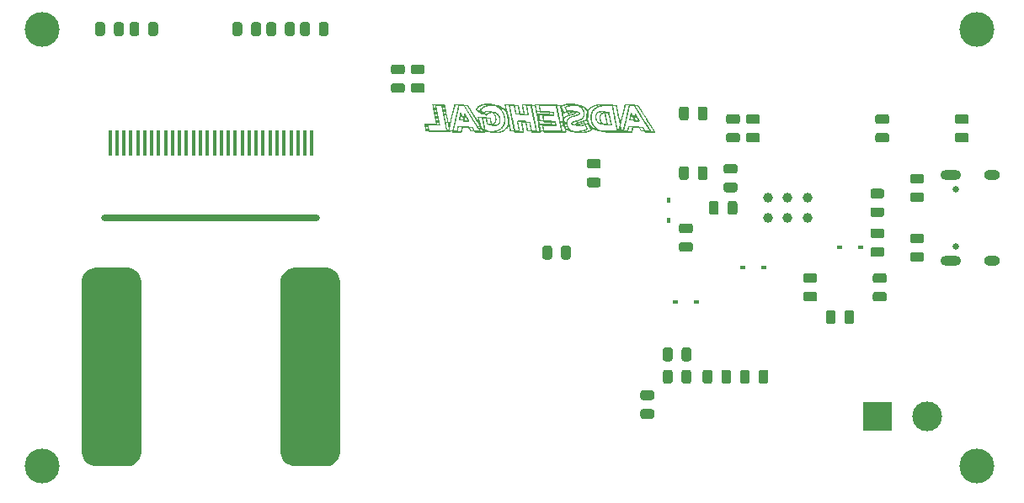
<source format=gbr>
%TF.GenerationSoftware,KiCad,Pcbnew,(5.99.0-2671-gfc0a358ba)*%
%TF.CreationDate,2020-08-28T17:45:17+05:30*%
%TF.ProjectId,Power_Supply,506f7765-725f-4537-9570-706c792e6b69,rev?*%
%TF.SameCoordinates,Original*%
%TF.FileFunction,Soldermask,Bot*%
%TF.FilePolarity,Negative*%
%FSLAX46Y46*%
G04 Gerber Fmt 4.6, Leading zero omitted, Abs format (unit mm)*
G04 Created by KiCad (PCBNEW (5.99.0-2671-gfc0a358ba)) date 2020-08-28 17:45:17*
%MOMM*%
%LPD*%
G01*
G04 APERTURE LIST*
%ADD10R,0.600000X0.450000*%
%ADD11C,3.500000*%
%ADD12R,3.000000X3.000000*%
%ADD13C,3.000000*%
%ADD14O,22.010000X0.600000*%
%ADD15R,0.400000X2.500000*%
%ADD16C,5.000000*%
%ADD17C,0.650000*%
%ADD18O,1.600000X1.000000*%
%ADD19O,2.100000X1.000000*%
%ADD20C,1.000000*%
%ADD21R,0.450000X0.600000*%
G04 APERTURE END LIST*
%TO.C,G\u002A\u002A\u002A*%
G36*
X75105285Y-24208301D02*
G01*
X75112862Y-24222172D01*
X75117833Y-24231577D01*
X75119978Y-24236130D01*
X75120308Y-24237171D01*
X75122447Y-24253972D01*
X75119433Y-24271046D01*
X75111895Y-24287025D01*
X75100466Y-24300542D01*
X75085777Y-24310230D01*
X75084564Y-24310755D01*
X75082003Y-24311660D01*
X75078779Y-24312452D01*
X75074506Y-24313138D01*
X75068797Y-24313725D01*
X75061266Y-24314222D01*
X75051525Y-24314637D01*
X75039188Y-24314976D01*
X75023868Y-24315248D01*
X75005179Y-24315461D01*
X74982733Y-24315621D01*
X74956145Y-24315737D01*
X74925026Y-24315817D01*
X74888992Y-24315868D01*
X74847654Y-24315897D01*
X74800626Y-24315914D01*
X74781444Y-24315919D01*
X74735692Y-24315932D01*
X74695487Y-24315926D01*
X74660446Y-24315882D01*
X74630189Y-24315779D01*
X74604332Y-24315597D01*
X74582493Y-24315316D01*
X74564291Y-24314915D01*
X74549342Y-24314375D01*
X74537265Y-24313675D01*
X74527677Y-24312795D01*
X74520196Y-24311714D01*
X74514441Y-24310412D01*
X74510028Y-24308870D01*
X74506576Y-24307066D01*
X74503702Y-24304981D01*
X74501025Y-24302594D01*
X74498161Y-24299885D01*
X74497131Y-24298895D01*
X74486786Y-24284750D01*
X74480230Y-24267407D01*
X74477914Y-24248621D01*
X74480286Y-24230149D01*
X74482580Y-24221794D01*
X74284219Y-24221794D01*
X74246515Y-24221789D01*
X74214266Y-24221746D01*
X74186999Y-24221625D01*
X74164239Y-24221388D01*
X74145513Y-24220997D01*
X74130347Y-24220412D01*
X74118265Y-24219596D01*
X74108795Y-24218510D01*
X74101463Y-24217115D01*
X74095794Y-24215373D01*
X74091314Y-24213246D01*
X74087549Y-24210694D01*
X74084025Y-24207679D01*
X74080269Y-24204163D01*
X74077467Y-24201298D01*
X74068744Y-24188963D01*
X74062587Y-24174949D01*
X74060210Y-24161825D01*
X74060682Y-24158113D01*
X74062220Y-24148779D01*
X74064740Y-24134363D01*
X74068154Y-24115327D01*
X74072377Y-24092131D01*
X74072697Y-24090388D01*
X74202953Y-24090388D01*
X74203034Y-24090641D01*
X74204902Y-24091495D01*
X74209553Y-24092210D01*
X74217398Y-24092796D01*
X74228850Y-24093264D01*
X74244318Y-24093623D01*
X74264217Y-24093885D01*
X74288956Y-24094059D01*
X74318948Y-24094156D01*
X74354605Y-24094186D01*
X74506267Y-24094186D01*
X74512953Y-24063010D01*
X74499806Y-24040165D01*
X74646898Y-24040165D01*
X74659934Y-24063010D01*
X74674819Y-24089097D01*
X74677943Y-24094575D01*
X74686965Y-24110525D01*
X74693482Y-24122500D01*
X74697900Y-24131504D01*
X74700626Y-24138541D01*
X74702068Y-24144615D01*
X74702632Y-24150728D01*
X74702726Y-24157884D01*
X74702419Y-24167765D01*
X74701476Y-24177342D01*
X74700122Y-24183056D01*
X74699854Y-24183719D01*
X74699930Y-24184914D01*
X74701302Y-24185886D01*
X74704500Y-24186657D01*
X74710056Y-24187251D01*
X74718500Y-24187690D01*
X74730364Y-24187997D01*
X74746180Y-24188196D01*
X74766479Y-24188310D01*
X74791791Y-24188361D01*
X74822649Y-24188373D01*
X74947767Y-24188373D01*
X74937798Y-24170903D01*
X74925520Y-24149406D01*
X74907987Y-24118776D01*
X74889775Y-24087029D01*
X74871132Y-24054590D01*
X74852305Y-24021886D01*
X74833539Y-23989342D01*
X74815083Y-23957384D01*
X74797182Y-23926438D01*
X74780083Y-23896930D01*
X74764034Y-23869285D01*
X74749282Y-23843931D01*
X74736072Y-23821292D01*
X74724652Y-23801794D01*
X74715269Y-23785863D01*
X74708169Y-23773926D01*
X74703600Y-23766407D01*
X74701808Y-23763733D01*
X74700905Y-23766032D01*
X74698969Y-23773737D01*
X74696156Y-23786297D01*
X74692587Y-23803131D01*
X74688384Y-23823656D01*
X74683668Y-23847289D01*
X74678560Y-23873448D01*
X74673180Y-23901549D01*
X74646898Y-24040165D01*
X74499806Y-24040165D01*
X74398368Y-23863912D01*
X74396267Y-23860263D01*
X74378023Y-23828629D01*
X74360687Y-23798680D01*
X74344496Y-23770814D01*
X74329684Y-23745431D01*
X74316485Y-23722928D01*
X74305134Y-23703705D01*
X74295865Y-23688159D01*
X74288912Y-23676691D01*
X74284511Y-23669698D01*
X74282895Y-23667580D01*
X74282770Y-23668081D01*
X74281666Y-23673414D01*
X74279593Y-23683930D01*
X74276660Y-23699041D01*
X74272980Y-23718162D01*
X74268663Y-23740705D01*
X74263821Y-23766083D01*
X74258563Y-23793710D01*
X74253001Y-23822998D01*
X74247247Y-23853360D01*
X74241411Y-23884209D01*
X74235603Y-23914960D01*
X74229936Y-23945023D01*
X74224519Y-23973814D01*
X74219465Y-24000744D01*
X74214883Y-24025226D01*
X74210885Y-24046675D01*
X74207582Y-24064502D01*
X74205085Y-24078122D01*
X74203505Y-24086946D01*
X74202953Y-24090388D01*
X74072697Y-24090388D01*
X74077320Y-24065235D01*
X74082896Y-24035098D01*
X74089020Y-24002182D01*
X74095602Y-23966946D01*
X74102556Y-23929851D01*
X74109795Y-23891357D01*
X74117232Y-23851924D01*
X74124780Y-23812013D01*
X74132351Y-23772083D01*
X74139858Y-23732595D01*
X74147215Y-23694009D01*
X74154333Y-23656786D01*
X74161126Y-23621385D01*
X74167507Y-23588266D01*
X74173388Y-23557891D01*
X74178683Y-23530719D01*
X74183304Y-23507210D01*
X74187164Y-23487825D01*
X74190175Y-23473024D01*
X74192252Y-23463268D01*
X74193306Y-23459015D01*
X74199216Y-23447593D01*
X74210782Y-23434915D01*
X74225274Y-23425982D01*
X74241567Y-23420958D01*
X74258537Y-23420004D01*
X74275059Y-23423285D01*
X74290007Y-23430963D01*
X74302259Y-23443203D01*
X74302601Y-23443699D01*
X74306034Y-23449192D01*
X74312187Y-23459440D01*
X74320810Y-23474011D01*
X74331650Y-23492475D01*
X74344457Y-23514402D01*
X74358981Y-23539361D01*
X74374969Y-23566922D01*
X74392172Y-23596654D01*
X74410337Y-23628127D01*
X74429215Y-23660911D01*
X74442444Y-23683900D01*
X74462911Y-23719401D01*
X74480671Y-23750099D01*
X74495906Y-23776297D01*
X74508802Y-23798300D01*
X74519543Y-23816409D01*
X74528313Y-23830931D01*
X74535297Y-23842168D01*
X74540679Y-23850424D01*
X74544643Y-23856003D01*
X74547375Y-23859209D01*
X74549057Y-23860346D01*
X74549876Y-23859718D01*
X74549908Y-23859612D01*
X74550978Y-23854916D01*
X74553044Y-23844898D01*
X74555988Y-23830169D01*
X74559688Y-23811339D01*
X74564027Y-23789019D01*
X74568885Y-23763820D01*
X74574143Y-23736351D01*
X74579681Y-23707224D01*
X74579896Y-23706086D01*
X74585494Y-23676833D01*
X74590894Y-23649126D01*
X74595965Y-23623599D01*
X74600577Y-23600884D01*
X74604600Y-23581614D01*
X74607905Y-23566420D01*
X74610361Y-23555936D01*
X74611838Y-23550794D01*
X74621367Y-23535069D01*
X74634484Y-23523392D01*
X74650080Y-23515997D01*
X74667069Y-23513072D01*
X74684362Y-23514803D01*
X74700872Y-23521377D01*
X74715511Y-23532982D01*
X74716220Y-23533890D01*
X74720050Y-23539748D01*
X74726577Y-23550357D01*
X74735579Y-23565332D01*
X74746836Y-23584289D01*
X74760127Y-23606845D01*
X74775231Y-23632615D01*
X74791928Y-23661216D01*
X74809995Y-23692263D01*
X74829213Y-23725372D01*
X74849360Y-23760158D01*
X74870215Y-23796239D01*
X74891559Y-23833230D01*
X74913168Y-23870747D01*
X74934823Y-23908406D01*
X74956303Y-23945823D01*
X74977387Y-23982613D01*
X74997854Y-24018393D01*
X75017483Y-24052778D01*
X75036052Y-24085385D01*
X75053342Y-24115830D01*
X75069132Y-24143728D01*
X75083199Y-24168695D01*
X75094219Y-24188373D01*
X75095324Y-24190348D01*
X75105285Y-24208301D01*
G37*
G36*
X72826727Y-22685218D02*
G01*
X72828190Y-22691839D01*
X72830768Y-22704054D01*
X72834412Y-22721623D01*
X72839075Y-22744305D01*
X72844708Y-22771860D01*
X72851262Y-22804049D01*
X72858689Y-22840630D01*
X72866940Y-22881364D01*
X72875966Y-22926011D01*
X72885720Y-22974330D01*
X72896153Y-23026081D01*
X72907216Y-23081024D01*
X72918861Y-23138920D01*
X72931039Y-23199527D01*
X72943702Y-23262605D01*
X72956801Y-23327915D01*
X72970287Y-23395216D01*
X72984113Y-23464268D01*
X72998230Y-23534831D01*
X73005869Y-23573026D01*
X73019805Y-23642689D01*
X73033410Y-23710668D01*
X73046635Y-23776726D01*
X73059433Y-23840626D01*
X73071757Y-23902130D01*
X73083558Y-23961000D01*
X73094789Y-24016999D01*
X73105402Y-24069889D01*
X73115349Y-24119433D01*
X73124583Y-24165394D01*
X73133056Y-24207534D01*
X73140721Y-24245615D01*
X73147528Y-24279399D01*
X73153432Y-24308650D01*
X73158384Y-24333130D01*
X73162336Y-24352601D01*
X73165241Y-24366826D01*
X73167051Y-24375567D01*
X73167718Y-24378587D01*
X73167761Y-24378487D01*
X73168800Y-24374502D01*
X73171175Y-24364876D01*
X73174831Y-24349837D01*
X73179715Y-24329613D01*
X73185770Y-24304430D01*
X73192945Y-24274516D01*
X73201184Y-24240099D01*
X73210433Y-24201405D01*
X73220638Y-24158663D01*
X73231744Y-24112099D01*
X73243698Y-24061942D01*
X73256445Y-24008417D01*
X73269932Y-23951754D01*
X73284103Y-23892179D01*
X73298904Y-23829920D01*
X73314282Y-23765203D01*
X73330182Y-23698257D01*
X73346551Y-23629309D01*
X73363332Y-23558586D01*
X73380473Y-23486316D01*
X73390038Y-23445985D01*
X73410333Y-23360434D01*
X73429299Y-23280532D01*
X73446980Y-23206096D01*
X73463420Y-23136943D01*
X73478665Y-23072889D01*
X73492757Y-23013751D01*
X73505743Y-22959347D01*
X73517666Y-22909493D01*
X73528571Y-22864005D01*
X73538502Y-22822701D01*
X73547503Y-22785397D01*
X73555620Y-22751911D01*
X73562897Y-22722058D01*
X73569378Y-22695657D01*
X73575107Y-22672523D01*
X73580129Y-22652474D01*
X73584489Y-22635326D01*
X73588231Y-22620896D01*
X73591400Y-22609001D01*
X73594039Y-22599458D01*
X73596194Y-22592083D01*
X73597908Y-22586694D01*
X73599227Y-22583107D01*
X73600195Y-22581140D01*
X73609509Y-22570806D01*
X73623562Y-22561481D01*
X73639016Y-22553780D01*
X74089701Y-22553780D01*
X74137674Y-22553776D01*
X74195277Y-22553769D01*
X74247319Y-22553767D01*
X74294094Y-22553781D01*
X74335895Y-22553822D01*
X74373013Y-22553900D01*
X74405743Y-22554027D01*
X74434376Y-22554212D01*
X74459206Y-22554467D01*
X74480525Y-22554801D01*
X74498626Y-22555227D01*
X74513802Y-22555753D01*
X74526345Y-22556392D01*
X74536548Y-22557153D01*
X74544704Y-22558047D01*
X74551106Y-22559084D01*
X74556045Y-22560277D01*
X74559816Y-22561634D01*
X74562711Y-22563167D01*
X74565023Y-22564886D01*
X74567043Y-22566802D01*
X74569066Y-22568925D01*
X74571383Y-22571267D01*
X74571753Y-22571634D01*
X74576830Y-22577725D01*
X74584049Y-22587596D01*
X74592503Y-22599965D01*
X74601284Y-22613546D01*
X74622780Y-22647775D01*
X74794925Y-22648630D01*
X74967069Y-22649485D01*
X74978345Y-22657281D01*
X74980713Y-22658987D01*
X74989134Y-22665983D01*
X74995385Y-22672473D01*
X74995887Y-22673188D01*
X74999382Y-22678499D01*
X75002905Y-22683939D01*
X75005967Y-22688669D01*
X75015524Y-22703515D01*
X75027936Y-22722852D01*
X75043085Y-22746493D01*
X75060853Y-22774255D01*
X75081122Y-22805953D01*
X75103774Y-22841402D01*
X75128693Y-22880417D01*
X75155760Y-22922812D01*
X75184857Y-22968404D01*
X75215867Y-23017007D01*
X75248673Y-23068436D01*
X75283155Y-23122506D01*
X75319198Y-23179033D01*
X75356682Y-23237832D01*
X75395491Y-23298718D01*
X75435506Y-23361505D01*
X75476610Y-23426010D01*
X75518685Y-23492046D01*
X75561613Y-23559430D01*
X75605278Y-23627976D01*
X75649560Y-23697499D01*
X75694342Y-23767815D01*
X75739507Y-23838739D01*
X75784937Y-23910085D01*
X75830515Y-23981669D01*
X75876121Y-24053306D01*
X75921639Y-24124812D01*
X75966952Y-24196000D01*
X76011940Y-24266687D01*
X76056488Y-24336687D01*
X76100476Y-24405815D01*
X76143787Y-24473888D01*
X76186304Y-24540719D01*
X76227909Y-24606123D01*
X76268484Y-24669917D01*
X76307911Y-24731915D01*
X76346072Y-24791932D01*
X76382851Y-24849783D01*
X76418129Y-24905284D01*
X76451788Y-24958249D01*
X76483712Y-25008494D01*
X76513781Y-25055833D01*
X76541879Y-25100082D01*
X76567887Y-25141057D01*
X76591689Y-25178571D01*
X76613165Y-25212440D01*
X76632199Y-25242480D01*
X76648673Y-25268505D01*
X76661159Y-25288256D01*
X76662470Y-25290331D01*
X76673470Y-25307772D01*
X76681557Y-25320644D01*
X76686614Y-25328761D01*
X76688521Y-25331940D01*
X76690647Y-25337270D01*
X76693878Y-25355115D01*
X76691656Y-25372655D01*
X76684388Y-25388855D01*
X76672483Y-25402686D01*
X76656352Y-25413115D01*
X76654626Y-25413836D01*
X76652470Y-25414508D01*
X76649641Y-25415116D01*
X76645853Y-25415663D01*
X76640823Y-25416153D01*
X76634265Y-25416588D01*
X76625897Y-25416972D01*
X76615432Y-25417308D01*
X76602588Y-25417600D01*
X76587079Y-25417850D01*
X76568622Y-25418062D01*
X76546931Y-25418240D01*
X76521724Y-25418386D01*
X76492714Y-25418503D01*
X76459618Y-25418596D01*
X76422152Y-25418667D01*
X76380031Y-25418719D01*
X76332971Y-25418756D01*
X76280687Y-25418781D01*
X76222895Y-25418798D01*
X76159312Y-25418809D01*
X75674425Y-25418875D01*
X75661034Y-25411844D01*
X75655478Y-25408470D01*
X75648678Y-25402776D01*
X75641558Y-25394757D01*
X75633515Y-25383638D01*
X75623947Y-25368643D01*
X75612251Y-25348995D01*
X75598968Y-25326208D01*
X75425818Y-25324689D01*
X75392079Y-25324395D01*
X75359310Y-25324091D01*
X75331693Y-25323770D01*
X75308736Y-25323385D01*
X75289948Y-25322890D01*
X75274839Y-25322238D01*
X75262919Y-25321382D01*
X75253697Y-25320274D01*
X75246681Y-25318869D01*
X75241382Y-25317118D01*
X75237310Y-25314976D01*
X75233972Y-25312394D01*
X75230880Y-25309327D01*
X75227541Y-25305728D01*
X75227170Y-25305274D01*
X75223813Y-25300223D01*
X75217786Y-25290472D01*
X75209367Y-25276490D01*
X75198830Y-25258744D01*
X75186452Y-25237705D01*
X75172509Y-25213840D01*
X75157276Y-25187618D01*
X75141030Y-25159508D01*
X75124047Y-25129979D01*
X75027450Y-24961614D01*
X74748121Y-24960846D01*
X74475331Y-24960095D01*
X75172589Y-24960095D01*
X75241452Y-25080107D01*
X75310314Y-25200119D01*
X75417707Y-25200119D01*
X75422035Y-25200118D01*
X75452865Y-25200013D01*
X75478364Y-25199743D01*
X75498386Y-25199313D01*
X75512779Y-25198728D01*
X75521396Y-25197990D01*
X75524087Y-25197105D01*
X75523176Y-25195326D01*
X75519528Y-25188698D01*
X75513392Y-25177739D01*
X75505076Y-25162997D01*
X75494892Y-25145020D01*
X75483150Y-25124356D01*
X75470160Y-25101554D01*
X75456232Y-25077162D01*
X75389390Y-24960232D01*
X75280989Y-24960164D01*
X75172589Y-24960095D01*
X74475331Y-24960095D01*
X74468792Y-24960077D01*
X74429820Y-25167269D01*
X74422459Y-25206148D01*
X74415311Y-25243376D01*
X74408735Y-25277062D01*
X74402803Y-25306858D01*
X74397587Y-25332413D01*
X74393158Y-25353381D01*
X74389586Y-25369413D01*
X74386944Y-25380160D01*
X74385301Y-25385274D01*
X74382258Y-25390646D01*
X74370255Y-25404562D01*
X74354153Y-25414173D01*
X74352839Y-25414625D01*
X74350139Y-25415222D01*
X74346219Y-25415761D01*
X74340794Y-25416246D01*
X74333578Y-25416678D01*
X74324285Y-25417061D01*
X74312630Y-25417398D01*
X74298326Y-25417692D01*
X74281089Y-25417945D01*
X74260632Y-25418160D01*
X74236670Y-25418341D01*
X74208917Y-25418489D01*
X74177087Y-25418609D01*
X74140895Y-25418702D01*
X74100055Y-25418772D01*
X74054280Y-25418822D01*
X74003287Y-25418853D01*
X73946788Y-25418870D01*
X73884499Y-25418875D01*
X73426099Y-25418875D01*
X73412709Y-25411806D01*
X73408849Y-25409478D01*
X73398572Y-25401167D01*
X73390203Y-25391772D01*
X73386861Y-25386816D01*
X73383717Y-25380774D01*
X73381994Y-25374131D01*
X73381279Y-25365064D01*
X73381162Y-25351748D01*
X73381235Y-25324689D01*
X73357934Y-25324689D01*
X73359962Y-25345275D01*
X73360333Y-25350362D01*
X73358743Y-25370858D01*
X73351985Y-25388270D01*
X73340159Y-25402417D01*
X73323361Y-25413115D01*
X73322893Y-25413325D01*
X73321356Y-25413906D01*
X73319383Y-25414444D01*
X73316749Y-25414940D01*
X73313228Y-25415397D01*
X73308595Y-25415816D01*
X73302623Y-25416198D01*
X73295087Y-25416546D01*
X73285762Y-25416861D01*
X73274422Y-25417145D01*
X73260840Y-25417399D01*
X73244793Y-25417625D01*
X73226053Y-25417825D01*
X73204396Y-25418000D01*
X73179595Y-25418152D01*
X73151425Y-25418283D01*
X73119661Y-25418394D01*
X73084077Y-25418488D01*
X73044446Y-25418565D01*
X73000545Y-25418627D01*
X72952146Y-25418676D01*
X72899024Y-25418715D01*
X72840954Y-25418743D01*
X72777710Y-25418764D01*
X72709066Y-25418778D01*
X72634797Y-25418788D01*
X72554677Y-25418794D01*
X72515647Y-25418796D01*
X72435482Y-25418794D01*
X72361036Y-25418780D01*
X72292063Y-25418753D01*
X72228321Y-25418710D01*
X72169563Y-25418649D01*
X72115545Y-25418566D01*
X72066023Y-25418459D01*
X72020752Y-25418326D01*
X71979487Y-25418165D01*
X71941984Y-25417972D01*
X71907998Y-25417746D01*
X71877284Y-25417483D01*
X71849598Y-25417182D01*
X71824694Y-25416839D01*
X71802329Y-25416452D01*
X71782258Y-25416019D01*
X71764236Y-25415537D01*
X71748018Y-25415004D01*
X71733359Y-25414417D01*
X71720016Y-25413773D01*
X71707743Y-25413070D01*
X71696296Y-25412306D01*
X71685430Y-25411478D01*
X71674900Y-25410583D01*
X71664462Y-25409620D01*
X71624780Y-25405446D01*
X71554598Y-25396228D01*
X71484909Y-25384813D01*
X71416810Y-25371425D01*
X71351398Y-25356287D01*
X71289771Y-25339625D01*
X71233026Y-25321660D01*
X71221422Y-25318091D01*
X71200723Y-25313082D01*
X71174868Y-25308127D01*
X71143397Y-25303132D01*
X71088945Y-25294454D01*
X70983836Y-25273557D01*
X70882168Y-25247709D01*
X70783967Y-25216919D01*
X70689258Y-25181198D01*
X70598067Y-25140556D01*
X70510418Y-25095002D01*
X70426337Y-25044546D01*
X70345849Y-24989199D01*
X70334221Y-24980530D01*
X70309228Y-24961183D01*
X70283410Y-24940368D01*
X70258233Y-24919300D01*
X70235163Y-24899194D01*
X70215667Y-24881268D01*
X70191611Y-24858313D01*
X70202371Y-24879581D01*
X70203222Y-24881255D01*
X70207776Y-24890103D01*
X70214669Y-24903406D01*
X70223530Y-24920449D01*
X70233988Y-24940518D01*
X70245670Y-24962900D01*
X70258205Y-24986881D01*
X70271220Y-25011746D01*
X70276098Y-25021079D01*
X70288528Y-25045048D01*
X70300036Y-25067499D01*
X70310299Y-25087790D01*
X70318999Y-25105280D01*
X70325814Y-25119326D01*
X70328121Y-25124309D01*
X70330424Y-25129287D01*
X70332509Y-25134520D01*
X70332807Y-25135689D01*
X70333981Y-25152474D01*
X70330205Y-25169591D01*
X70322115Y-25185228D01*
X70310350Y-25197571D01*
X70308998Y-25198568D01*
X70297685Y-25206087D01*
X70281962Y-25215550D01*
X70262777Y-25226430D01*
X70241079Y-25238201D01*
X70217815Y-25250334D01*
X70193935Y-25262303D01*
X70174426Y-25271693D01*
X70097313Y-25305608D01*
X70015350Y-25336904D01*
X69929094Y-25365452D01*
X69839106Y-25391125D01*
X69745943Y-25413795D01*
X69650165Y-25433334D01*
X69552329Y-25449616D01*
X69452996Y-25462511D01*
X69352723Y-25471892D01*
X69252069Y-25477632D01*
X69244659Y-25477886D01*
X69223524Y-25478390D01*
X69198632Y-25478742D01*
X69171074Y-25478947D01*
X69141945Y-25479008D01*
X69112336Y-25478931D01*
X69083340Y-25478719D01*
X69056049Y-25478377D01*
X69031557Y-25477909D01*
X69010954Y-25477320D01*
X68995335Y-25476613D01*
X68935023Y-25472469D01*
X68863409Y-25465912D01*
X68795877Y-25457705D01*
X68731398Y-25447664D01*
X68668941Y-25435607D01*
X68607473Y-25421348D01*
X68545965Y-25404706D01*
X68483385Y-25385496D01*
X68462471Y-25379076D01*
X68432793Y-25371520D01*
X68407428Y-25367229D01*
X68366412Y-25361922D01*
X68304379Y-25351565D01*
X69173074Y-25351565D01*
X69208014Y-25351348D01*
X69225150Y-25351102D01*
X69262282Y-25349835D01*
X69303316Y-25347621D01*
X69346886Y-25344570D01*
X69391623Y-25340792D01*
X69436161Y-25336398D01*
X69479131Y-25331499D01*
X69519167Y-25326204D01*
X69552817Y-25321168D01*
X69646507Y-25304792D01*
X69737770Y-25285359D01*
X69826060Y-25263026D01*
X69910833Y-25237950D01*
X69991545Y-25210288D01*
X70067650Y-25180198D01*
X70138603Y-25147835D01*
X70186571Y-25124309D01*
X70181488Y-25114361D01*
X70178784Y-25109125D01*
X70173416Y-25098796D01*
X70165725Y-25084031D01*
X70155967Y-25065316D01*
X70144395Y-25043139D01*
X70131266Y-25017989D01*
X70116832Y-24990351D01*
X70101351Y-24960714D01*
X70085076Y-24929566D01*
X70068262Y-24897393D01*
X70051164Y-24864684D01*
X70034037Y-24831925D01*
X70017136Y-24799604D01*
X70000715Y-24768210D01*
X69985030Y-24738228D01*
X69970335Y-24710148D01*
X69956886Y-24684455D01*
X69944936Y-24661638D01*
X69934742Y-24642185D01*
X69926557Y-24626582D01*
X69920637Y-24615318D01*
X69917236Y-24608879D01*
X69900909Y-24578200D01*
X69873398Y-24592309D01*
X69865125Y-24596552D01*
X69855341Y-24601473D01*
X69837494Y-24610167D01*
X69817135Y-24619836D01*
X69796088Y-24629619D01*
X69776172Y-24638652D01*
X69774773Y-24639279D01*
X69758457Y-24646787D01*
X69744375Y-24653632D01*
X69733365Y-24659379D01*
X69726262Y-24663592D01*
X69723904Y-24665837D01*
X69724460Y-24667070D01*
X69727516Y-24673194D01*
X69733027Y-24683994D01*
X69740761Y-24699023D01*
X69750486Y-24717834D01*
X69761971Y-24739980D01*
X69774984Y-24765014D01*
X69789294Y-24792489D01*
X69804668Y-24821958D01*
X69820876Y-24852974D01*
X69821316Y-24853815D01*
X69840042Y-24889636D01*
X69856150Y-24920496D01*
X69869837Y-24946811D01*
X69881299Y-24968992D01*
X69890733Y-24987455D01*
X69898338Y-25002611D01*
X69904309Y-25014875D01*
X69908845Y-25024661D01*
X69911248Y-25030288D01*
X69912141Y-25032382D01*
X69914397Y-25038451D01*
X69915808Y-25043282D01*
X69916571Y-25047288D01*
X69916885Y-25050884D01*
X69916946Y-25054482D01*
X69916912Y-25057173D01*
X69915954Y-25067556D01*
X69913348Y-25077101D01*
X69908659Y-25086167D01*
X69901448Y-25095114D01*
X69891277Y-25104302D01*
X69877711Y-25114088D01*
X69860310Y-25124835D01*
X69838638Y-25136899D01*
X69812257Y-25150642D01*
X69780730Y-25166423D01*
X69777344Y-25168091D01*
X69697850Y-25204400D01*
X69613205Y-25237834D01*
X69523642Y-25268321D01*
X69429392Y-25295786D01*
X69330688Y-25320155D01*
X69227763Y-25341356D01*
X69173074Y-25351565D01*
X68304379Y-25351565D01*
X68289482Y-25349078D01*
X68211910Y-25332561D01*
X68135279Y-25312761D01*
X68061175Y-25290069D01*
X67991184Y-25264874D01*
X67989610Y-25264257D01*
X67952945Y-25249002D01*
X67913967Y-25231240D01*
X67874031Y-25211680D01*
X67834494Y-25191029D01*
X67796711Y-25169995D01*
X67762040Y-25149283D01*
X67731835Y-25129602D01*
X67723595Y-25124075D01*
X67715693Y-25119366D01*
X67711705Y-25118067D01*
X67711146Y-25119950D01*
X67712910Y-25126982D01*
X67715566Y-25139015D01*
X67718909Y-25155056D01*
X67722782Y-25174274D01*
X67727028Y-25195838D01*
X67731491Y-25218920D01*
X67736014Y-25242686D01*
X67740440Y-25266308D01*
X67744612Y-25288955D01*
X67745030Y-25291268D01*
X67748374Y-25309797D01*
X67751568Y-25328002D01*
X67754039Y-25342741D01*
X67755628Y-25353182D01*
X67756180Y-25358496D01*
X67755913Y-25363573D01*
X67751512Y-25380953D01*
X67742417Y-25396290D01*
X67729544Y-25408346D01*
X67713804Y-25415886D01*
X67713641Y-25415924D01*
X67709791Y-25416236D01*
X67701472Y-25416526D01*
X67688605Y-25416796D01*
X67671109Y-25417045D01*
X67648903Y-25417273D01*
X67621907Y-25417480D01*
X67590041Y-25417667D01*
X67553224Y-25417834D01*
X67511376Y-25417981D01*
X67464417Y-25418108D01*
X67412265Y-25418216D01*
X67354841Y-25418304D01*
X67292065Y-25418372D01*
X67223855Y-25418422D01*
X67150131Y-25418452D01*
X67070813Y-25418464D01*
X66985821Y-25418457D01*
X66895074Y-25418431D01*
X66798492Y-25418387D01*
X66695994Y-25418325D01*
X66587500Y-25418245D01*
X65472452Y-25417356D01*
X65461262Y-25409787D01*
X65458255Y-25407624D01*
X65445723Y-25394768D01*
X65436352Y-25377557D01*
X65429794Y-25355392D01*
X65429340Y-25353255D01*
X65426887Y-25341982D01*
X65424875Y-25333139D01*
X65423704Y-25328486D01*
X65423092Y-25327861D01*
X65419841Y-25326917D01*
X65413404Y-25326165D01*
X65403300Y-25325588D01*
X65389048Y-25325169D01*
X65370164Y-25324891D01*
X65346169Y-25324736D01*
X65316579Y-25324689D01*
X65210646Y-25324689D01*
X65211880Y-25348235D01*
X65212268Y-25359635D01*
X65211729Y-25369375D01*
X65209776Y-25377222D01*
X65206060Y-25385414D01*
X65204884Y-25387528D01*
X65196306Y-25398839D01*
X65185833Y-25408201D01*
X65172659Y-25417356D01*
X64711862Y-25418252D01*
X64652029Y-25418357D01*
X64588957Y-25418437D01*
X64531672Y-25418474D01*
X64480022Y-25418467D01*
X64433851Y-25418416D01*
X64393006Y-25418318D01*
X64357333Y-25418174D01*
X64326677Y-25417982D01*
X64300885Y-25417743D01*
X64279802Y-25417454D01*
X64263274Y-25417116D01*
X64251148Y-25416727D01*
X64243268Y-25416287D01*
X64239482Y-25415795D01*
X64225752Y-25409952D01*
X64214043Y-25400288D01*
X64204708Y-25386426D01*
X64197357Y-25367782D01*
X64191601Y-25343768D01*
X64188025Y-25324868D01*
X64003827Y-25324019D01*
X63819629Y-25323169D01*
X63808995Y-25315685D01*
X63799308Y-25308186D01*
X63792214Y-25300399D01*
X63785801Y-25289990D01*
X63785063Y-25287647D01*
X63783075Y-25279528D01*
X63780020Y-25266049D01*
X63775972Y-25247558D01*
X63771002Y-25224399D01*
X63765183Y-25196920D01*
X63758588Y-25165467D01*
X63751288Y-25130386D01*
X63743356Y-25092024D01*
X63734864Y-25050726D01*
X63725884Y-25006840D01*
X63716488Y-24960711D01*
X63706750Y-24912687D01*
X63696740Y-24863112D01*
X63612815Y-24446563D01*
X63741478Y-24446563D01*
X63743167Y-24453431D01*
X63743719Y-24456018D01*
X63745428Y-24464324D01*
X63748200Y-24477920D01*
X63751960Y-24496437D01*
X63756633Y-24519503D01*
X63762144Y-24546748D01*
X63768419Y-24577802D01*
X63775383Y-24612295D01*
X63782960Y-24649855D01*
X63791077Y-24690114D01*
X63799657Y-24732700D01*
X63808627Y-24777243D01*
X63817911Y-24823373D01*
X63825370Y-24860436D01*
X63834407Y-24905323D01*
X63843068Y-24948327D01*
X63851279Y-24989076D01*
X63858964Y-25027201D01*
X63866050Y-25062331D01*
X63872461Y-25094096D01*
X63878123Y-25122126D01*
X63882961Y-25146050D01*
X63886899Y-25165498D01*
X63889865Y-25180100D01*
X63891781Y-25189485D01*
X63892575Y-25193283D01*
X63894183Y-25200119D01*
X64027809Y-25200119D01*
X64047641Y-25200094D01*
X64074146Y-25199977D01*
X64098251Y-25199774D01*
X64119342Y-25199496D01*
X64136807Y-25199154D01*
X64150034Y-25198756D01*
X64158409Y-25198315D01*
X64161321Y-25197841D01*
X64161321Y-25197839D01*
X64160710Y-25194594D01*
X64158970Y-25185755D01*
X64156173Y-25171678D01*
X64152391Y-25152724D01*
X64147695Y-25129251D01*
X64142159Y-25101619D01*
X64135852Y-25070185D01*
X64128849Y-25035308D01*
X64121221Y-24997349D01*
X64113039Y-24956665D01*
X64104376Y-24913615D01*
X64095303Y-24868558D01*
X64085894Y-24821854D01*
X64010581Y-24448146D01*
X63876030Y-24447354D01*
X63741478Y-24446563D01*
X63612815Y-24446563D01*
X63612521Y-24445107D01*
X63464657Y-24444319D01*
X63461483Y-24444302D01*
X63432333Y-24444197D01*
X63405179Y-24444179D01*
X63380602Y-24444244D01*
X63359186Y-24444386D01*
X63341514Y-24444600D01*
X63328170Y-24444881D01*
X63319735Y-24445224D01*
X63316794Y-24445623D01*
X63316852Y-24445986D01*
X63317803Y-24450939D01*
X63319870Y-24461423D01*
X63322987Y-24477111D01*
X63327090Y-24497677D01*
X63332112Y-24522796D01*
X63337990Y-24552143D01*
X63344657Y-24585391D01*
X63352047Y-24622216D01*
X63360097Y-24662291D01*
X63368740Y-24705292D01*
X63377912Y-24750893D01*
X63387546Y-24798767D01*
X63397578Y-24848590D01*
X63407943Y-24900036D01*
X63411097Y-24915691D01*
X63421375Y-24966750D01*
X63431300Y-25016123D01*
X63440807Y-25063481D01*
X63449831Y-25108496D01*
X63458306Y-25150840D01*
X63466166Y-25190183D01*
X63473346Y-25226198D01*
X63479781Y-25258556D01*
X63485405Y-25286928D01*
X63485773Y-25288789D01*
X63490153Y-25310986D01*
X63493959Y-25330403D01*
X63496758Y-25344848D01*
X63498485Y-25353994D01*
X63499074Y-25357512D01*
X63497104Y-25369985D01*
X63491044Y-25384656D01*
X63481985Y-25397645D01*
X63480985Y-25398783D01*
X63478767Y-25401505D01*
X63476798Y-25403972D01*
X63474792Y-25406198D01*
X63472460Y-25408194D01*
X63469515Y-25409971D01*
X63465670Y-25411543D01*
X63460637Y-25412920D01*
X63454128Y-25414114D01*
X63445856Y-25415138D01*
X63435533Y-25416003D01*
X63422872Y-25416721D01*
X63407585Y-25417304D01*
X63389385Y-25417763D01*
X63367983Y-25418111D01*
X63343093Y-25418360D01*
X63314428Y-25418521D01*
X63281698Y-25418606D01*
X63244617Y-25418627D01*
X63202898Y-25418596D01*
X63156252Y-25418525D01*
X63104392Y-25418425D01*
X63047031Y-25418309D01*
X62983881Y-25418188D01*
X62521840Y-25417356D01*
X62509031Y-25408879D01*
X62498297Y-25400294D01*
X62490291Y-25389893D01*
X62484318Y-25376325D01*
X62479533Y-25358139D01*
X62479189Y-25356529D01*
X62476667Y-25344940D01*
X62474529Y-25335459D01*
X62473207Y-25330006D01*
X62473004Y-25329466D01*
X62472073Y-25328433D01*
X62470091Y-25327559D01*
X62466600Y-25326831D01*
X62461144Y-25326236D01*
X62453266Y-25325760D01*
X62442509Y-25325390D01*
X62428416Y-25325111D01*
X62410531Y-25324911D01*
X62388397Y-25324775D01*
X62361557Y-25324691D01*
X62329553Y-25324644D01*
X62291930Y-25324622D01*
X62275575Y-25324614D01*
X62240229Y-25324582D01*
X62210270Y-25324518D01*
X62185210Y-25324407D01*
X62164563Y-25324235D01*
X62147840Y-25323988D01*
X62134556Y-25323651D01*
X62124222Y-25323210D01*
X62116350Y-25322650D01*
X62110455Y-25321957D01*
X62106048Y-25321117D01*
X62102642Y-25320116D01*
X62099749Y-25318938D01*
X62095506Y-25316720D01*
X62083021Y-25307014D01*
X62072559Y-25294479D01*
X62066054Y-25281276D01*
X62065809Y-25280322D01*
X62064377Y-25273861D01*
X62061878Y-25262025D01*
X62058399Y-25245237D01*
X62054024Y-25223924D01*
X62048841Y-25198508D01*
X62042936Y-25169415D01*
X62036395Y-25137069D01*
X62029304Y-25101894D01*
X62021750Y-25064315D01*
X62013818Y-25024756D01*
X62005595Y-24983642D01*
X62002127Y-24966293D01*
X61994071Y-24926109D01*
X61986367Y-24887826D01*
X61979096Y-24851852D01*
X61972343Y-24818591D01*
X61966190Y-24788450D01*
X61960722Y-24761835D01*
X61956021Y-24739151D01*
X61952170Y-24720803D01*
X61949252Y-24707199D01*
X61947352Y-24698743D01*
X61946552Y-24695842D01*
X61945994Y-24696423D01*
X61943415Y-24701220D01*
X61939468Y-24709806D01*
X61934753Y-24720907D01*
X61910296Y-24775184D01*
X61880480Y-24831814D01*
X61846521Y-24888399D01*
X61809153Y-24943720D01*
X61769109Y-24996555D01*
X61762650Y-25004424D01*
X61744115Y-25025764D01*
X61722548Y-25049226D01*
X61699086Y-25073662D01*
X61674862Y-25097927D01*
X61651014Y-25120875D01*
X61628675Y-25141358D01*
X61608982Y-25158230D01*
X61543391Y-25208320D01*
X61469807Y-25257174D01*
X61392518Y-25301347D01*
X61311691Y-25340771D01*
X61227494Y-25375378D01*
X61140093Y-25405099D01*
X61049657Y-25429866D01*
X60956352Y-25449610D01*
X60860347Y-25464262D01*
X60858646Y-25464473D01*
X60829461Y-25467956D01*
X60802838Y-25470810D01*
X60777697Y-25473092D01*
X60752960Y-25474857D01*
X60727546Y-25476161D01*
X60700376Y-25477061D01*
X60670371Y-25477611D01*
X60636451Y-25477870D01*
X60597536Y-25477891D01*
X60580774Y-25477843D01*
X60543780Y-25477581D01*
X60511723Y-25477098D01*
X60483799Y-25476368D01*
X60459200Y-25475367D01*
X60437122Y-25474071D01*
X60416758Y-25472456D01*
X60319865Y-25461901D01*
X60227302Y-25448036D01*
X60138581Y-25430748D01*
X60053030Y-25409905D01*
X59969975Y-25385376D01*
X59960372Y-25382348D01*
X59933113Y-25374659D01*
X59906988Y-25368908D01*
X59878826Y-25364364D01*
X59830104Y-25357080D01*
X59794570Y-25350544D01*
X60573981Y-25350544D01*
X60577925Y-25351016D01*
X60586518Y-25351316D01*
X60598976Y-25351456D01*
X60614514Y-25351448D01*
X60632347Y-25351303D01*
X60651691Y-25351031D01*
X60671761Y-25350645D01*
X60691771Y-25350156D01*
X60710937Y-25349576D01*
X60728475Y-25348915D01*
X60743600Y-25348185D01*
X60755526Y-25347398D01*
X60812414Y-25341980D01*
X60906217Y-25329166D01*
X60996163Y-25311800D01*
X61082409Y-25289834D01*
X61165113Y-25263221D01*
X61244435Y-25231912D01*
X61320533Y-25195860D01*
X61393565Y-25155017D01*
X61432012Y-25130708D01*
X61496896Y-25084405D01*
X61557511Y-25034142D01*
X61613686Y-24980132D01*
X61665248Y-24922591D01*
X61712025Y-24861734D01*
X61753843Y-24797773D01*
X61790532Y-24730926D01*
X61821919Y-24661405D01*
X61847831Y-24589425D01*
X61856616Y-24560432D01*
X61867065Y-24522271D01*
X61875868Y-24485619D01*
X61882712Y-24451806D01*
X61887283Y-24422161D01*
X61887441Y-24419831D01*
X61887373Y-24416151D01*
X61886984Y-24411173D01*
X61886221Y-24404625D01*
X61885032Y-24396232D01*
X61883367Y-24385719D01*
X61881174Y-24372813D01*
X61878401Y-24357239D01*
X61874996Y-24338724D01*
X61870908Y-24316994D01*
X61866085Y-24291773D01*
X61860476Y-24262788D01*
X61854028Y-24229766D01*
X61846690Y-24192431D01*
X61838411Y-24150510D01*
X61829139Y-24103728D01*
X61818823Y-24051812D01*
X61807409Y-23994487D01*
X61794848Y-23931479D01*
X61788362Y-23899000D01*
X61777954Y-23847032D01*
X61767853Y-23796792D01*
X61758126Y-23748605D01*
X61748842Y-23702798D01*
X61740067Y-23659695D01*
X61731868Y-23619623D01*
X61724313Y-23582907D01*
X61717467Y-23549873D01*
X61711399Y-23520845D01*
X61706176Y-23496151D01*
X61701864Y-23476115D01*
X61698531Y-23461063D01*
X61696244Y-23451321D01*
X61695070Y-23447214D01*
X61692559Y-23442574D01*
X61685725Y-23431118D01*
X61676411Y-23416379D01*
X61665314Y-23399398D01*
X61653126Y-23381219D01*
X61640544Y-23362885D01*
X61628261Y-23345439D01*
X61616972Y-23329925D01*
X61612729Y-23324249D01*
X61554735Y-23252040D01*
X61492448Y-23184096D01*
X61425836Y-23120391D01*
X61354872Y-23060900D01*
X61279525Y-23005598D01*
X61199765Y-22954460D01*
X61115562Y-22907461D01*
X61105094Y-22902078D01*
X61085728Y-22892369D01*
X61066421Y-22882962D01*
X61048939Y-22874712D01*
X61035048Y-22868474D01*
X61003146Y-22854762D01*
X61015001Y-22864540D01*
X61016995Y-22866184D01*
X61025970Y-22873587D01*
X61037096Y-22882762D01*
X61048422Y-22892102D01*
X61098494Y-22935321D01*
X61166573Y-23000804D01*
X61230541Y-23070513D01*
X61290183Y-23144118D01*
X61345282Y-23221290D01*
X61395621Y-23301699D01*
X61440984Y-23385015D01*
X61481155Y-23470907D01*
X61515917Y-23559047D01*
X61545053Y-23649104D01*
X61553629Y-23680008D01*
X61573657Y-23764172D01*
X61589525Y-23850273D01*
X61601172Y-23937464D01*
X61608542Y-24024893D01*
X61611574Y-24111714D01*
X61611361Y-24125059D01*
X61610212Y-24197078D01*
X61604396Y-24280134D01*
X61594068Y-24360036D01*
X61583866Y-24415049D01*
X61563801Y-24496275D01*
X61538204Y-24575161D01*
X61507169Y-24651523D01*
X61470791Y-24725177D01*
X61429161Y-24795941D01*
X61382374Y-24863631D01*
X61330523Y-24928063D01*
X61273702Y-24989053D01*
X61271342Y-24991403D01*
X61254607Y-25007751D01*
X61237111Y-25024362D01*
X61220101Y-25040079D01*
X61204827Y-25053747D01*
X61192536Y-25064210D01*
X61153824Y-25094611D01*
X61082356Y-25144901D01*
X61007307Y-25190511D01*
X60928573Y-25231490D01*
X60846052Y-25267883D01*
X60759643Y-25299738D01*
X60669242Y-25327103D01*
X60574749Y-25350025D01*
X60573981Y-25350544D01*
X59794570Y-25350544D01*
X59739821Y-25340474D01*
X59652075Y-25320061D01*
X59565153Y-25295466D01*
X59552154Y-25291437D01*
X59539887Y-25287582D01*
X59530723Y-25284643D01*
X59526015Y-25283049D01*
X59525994Y-25283041D01*
X59524850Y-25284254D01*
X59527199Y-25289787D01*
X59528091Y-25291268D01*
X59532832Y-25299145D01*
X59541710Y-25313250D01*
X59548748Y-25325889D01*
X59553111Y-25336287D01*
X59555359Y-25345803D01*
X59556049Y-25355800D01*
X59553960Y-25373258D01*
X59546646Y-25390369D01*
X59534570Y-25404271D01*
X59518244Y-25414173D01*
X59517850Y-25414327D01*
X59515662Y-25414935D01*
X59512397Y-25415488D01*
X59507779Y-25415987D01*
X59501528Y-25416435D01*
X59493368Y-25416834D01*
X59483021Y-25417188D01*
X59470208Y-25417499D01*
X59454652Y-25417769D01*
X59436075Y-25418001D01*
X59414200Y-25418198D01*
X59388748Y-25418362D01*
X59359442Y-25418496D01*
X59326004Y-25418602D01*
X59288156Y-25418684D01*
X59245620Y-25418743D01*
X59198119Y-25418783D01*
X59145375Y-25418805D01*
X59087110Y-25418813D01*
X59023046Y-25418809D01*
X58963905Y-25418799D01*
X58905765Y-25418783D01*
X58853153Y-25418758D01*
X58805784Y-25418722D01*
X58763374Y-25418670D01*
X58725638Y-25418600D01*
X58692291Y-25418509D01*
X58663049Y-25418392D01*
X58637627Y-25418248D01*
X58615741Y-25418072D01*
X58597106Y-25417861D01*
X58581438Y-25417613D01*
X58568451Y-25417323D01*
X58557861Y-25416989D01*
X58549384Y-25416607D01*
X58542736Y-25416174D01*
X58537630Y-25415687D01*
X58533783Y-25415143D01*
X58530911Y-25414538D01*
X58528728Y-25413869D01*
X58526950Y-25413133D01*
X58521578Y-25410415D01*
X58514179Y-25405432D01*
X58507206Y-25398694D01*
X58499880Y-25389277D01*
X58491422Y-25376258D01*
X58481054Y-25358712D01*
X58462339Y-25326208D01*
X58288041Y-25324689D01*
X58113744Y-25323169D01*
X58102468Y-25315373D01*
X58100085Y-25313654D01*
X58091719Y-25306664D01*
X58085560Y-25300182D01*
X58085330Y-25299858D01*
X58082344Y-25295070D01*
X58076669Y-25285562D01*
X58068579Y-25271804D01*
X58058347Y-25254269D01*
X58046247Y-25233428D01*
X58032554Y-25209753D01*
X58017541Y-25183716D01*
X58001482Y-25155788D01*
X57984651Y-25126441D01*
X57890244Y-24961614D01*
X58036236Y-24961614D01*
X58104258Y-25080107D01*
X58172279Y-25198600D01*
X58388963Y-25200196D01*
X58385408Y-25193553D01*
X58384378Y-25191663D01*
X58380063Y-25183947D01*
X58373466Y-25172299D01*
X58364966Y-25157378D01*
X58354940Y-25139842D01*
X58343768Y-25120346D01*
X58331829Y-25099550D01*
X58319500Y-25078111D01*
X58307160Y-25056686D01*
X58295189Y-25035932D01*
X58283963Y-25016507D01*
X58273863Y-24999069D01*
X58265266Y-24984276D01*
X58258552Y-24972784D01*
X58254098Y-24965251D01*
X58252283Y-24962335D01*
X58249562Y-24961877D01*
X58241364Y-24961433D01*
X58228412Y-24961084D01*
X58211411Y-24960837D01*
X58191066Y-24960704D01*
X58168081Y-24960693D01*
X58143160Y-24960815D01*
X58036236Y-24961614D01*
X57890244Y-24961614D01*
X57889373Y-24960095D01*
X57332046Y-24960095D01*
X57330466Y-24966931D01*
X57330258Y-24967925D01*
X57329009Y-24974334D01*
X57326781Y-24985990D01*
X57323672Y-25002377D01*
X57319779Y-25022982D01*
X57315199Y-25047290D01*
X57310028Y-25074786D01*
X57304365Y-25104956D01*
X57298305Y-25137284D01*
X57291946Y-25171256D01*
X57287097Y-25197163D01*
X57279899Y-25235452D01*
X57273619Y-25268456D01*
X57268140Y-25296603D01*
X57263346Y-25320325D01*
X57259118Y-25340050D01*
X57255341Y-25356208D01*
X57251898Y-25369229D01*
X57248670Y-25379542D01*
X57245541Y-25387578D01*
X57242395Y-25393765D01*
X57239113Y-25398533D01*
X57235580Y-25402312D01*
X57231677Y-25405532D01*
X57227288Y-25408622D01*
X57214414Y-25417356D01*
X56754115Y-25418194D01*
X56731256Y-25418236D01*
X56670297Y-25418358D01*
X56615025Y-25418470D01*
X56565151Y-25418562D01*
X56520389Y-25418620D01*
X56480449Y-25418634D01*
X56445043Y-25418592D01*
X56413884Y-25418480D01*
X56386683Y-25418288D01*
X56363152Y-25418004D01*
X56343003Y-25417614D01*
X56325948Y-25417109D01*
X56311698Y-25416474D01*
X56299966Y-25415700D01*
X56290463Y-25414773D01*
X56282901Y-25413682D01*
X56276992Y-25412414D01*
X56272448Y-25410958D01*
X56268981Y-25409302D01*
X56266303Y-25407434D01*
X56264125Y-25405342D01*
X56262160Y-25403014D01*
X56260118Y-25400438D01*
X56257713Y-25397602D01*
X56254555Y-25393736D01*
X56247844Y-25383091D01*
X56243584Y-25372930D01*
X56242940Y-25370105D01*
X56241775Y-25356346D01*
X56242783Y-25341420D01*
X56245791Y-25328810D01*
X56245800Y-25327989D01*
X56244206Y-25326929D01*
X56240116Y-25326139D01*
X56232935Y-25325595D01*
X56222065Y-25325273D01*
X56206910Y-25325150D01*
X56186873Y-25325200D01*
X56161358Y-25325400D01*
X56075307Y-25326208D01*
X56073413Y-25335323D01*
X56072604Y-25338778D01*
X56065032Y-25356565D01*
X56052780Y-25370773D01*
X56036378Y-25380752D01*
X56035398Y-25381067D01*
X56033293Y-25381474D01*
X56030133Y-25381856D01*
X56025733Y-25382212D01*
X56019906Y-25382545D01*
X56012466Y-25382854D01*
X56003228Y-25383140D01*
X55992005Y-25383405D01*
X55978611Y-25383649D01*
X55962861Y-25383873D01*
X55944568Y-25384078D01*
X55923546Y-25384264D01*
X55899610Y-25384433D01*
X55872573Y-25384585D01*
X55842249Y-25384720D01*
X55808453Y-25384841D01*
X55770998Y-25384947D01*
X55729699Y-25385039D01*
X55684368Y-25385119D01*
X55634822Y-25385186D01*
X55580872Y-25385243D01*
X55522335Y-25385289D01*
X55459022Y-25385325D01*
X55390749Y-25385353D01*
X55317329Y-25385372D01*
X55238577Y-25385385D01*
X55154306Y-25385391D01*
X55064331Y-25385392D01*
X54968465Y-25385387D01*
X54949427Y-25385386D01*
X54855378Y-25385379D01*
X54767179Y-25385370D01*
X54684638Y-25385358D01*
X54607567Y-25385342D01*
X54535775Y-25385321D01*
X54469072Y-25385294D01*
X54407268Y-25385260D01*
X54350173Y-25385218D01*
X54297597Y-25385167D01*
X54249349Y-25385105D01*
X54205240Y-25385033D01*
X54165080Y-25384949D01*
X54128678Y-25384851D01*
X54095844Y-25384740D01*
X54066389Y-25384613D01*
X54040122Y-25384470D01*
X54016853Y-25384310D01*
X53996392Y-25384132D01*
X53978549Y-25383934D01*
X53963133Y-25383717D01*
X53949956Y-25383478D01*
X53938826Y-25383217D01*
X53929554Y-25382933D01*
X53921949Y-25382625D01*
X53915822Y-25382291D01*
X53910982Y-25381931D01*
X53907239Y-25381544D01*
X53904403Y-25381129D01*
X53902285Y-25380684D01*
X53900693Y-25380209D01*
X53899438Y-25379703D01*
X53896754Y-25378378D01*
X53883002Y-25368116D01*
X53871767Y-25354042D01*
X53864623Y-25338038D01*
X53860885Y-25324689D01*
X53753323Y-25324689D01*
X53741036Y-25324683D01*
X53713903Y-25324615D01*
X53691971Y-25324447D01*
X53674612Y-25324156D01*
X53661199Y-25323716D01*
X53651106Y-25323102D01*
X53643704Y-25322290D01*
X53638367Y-25321254D01*
X53634466Y-25319970D01*
X53624392Y-25314553D01*
X53611096Y-25303458D01*
X53601519Y-25290443D01*
X53601256Y-25289728D01*
X53600476Y-25286709D01*
X56834382Y-25286709D01*
X56834698Y-25287783D01*
X56836257Y-25288674D01*
X56839544Y-25289399D01*
X56845041Y-25289976D01*
X56853231Y-25290420D01*
X56864598Y-25290750D01*
X56879626Y-25290982D01*
X56898797Y-25291132D01*
X56922594Y-25291219D01*
X56951502Y-25291258D01*
X56986003Y-25291268D01*
X57139545Y-25291268D01*
X57142809Y-25275317D01*
X57142962Y-25274559D01*
X57144322Y-25267590D01*
X57146680Y-25255326D01*
X57149929Y-25238324D01*
X57153965Y-25217140D01*
X57158681Y-25192330D01*
X57163972Y-25164450D01*
X57169732Y-25134057D01*
X57175855Y-25101706D01*
X57182235Y-25067954D01*
X57183988Y-25058682D01*
X57190244Y-25025706D01*
X57196187Y-24994558D01*
X57201715Y-24965756D01*
X57206727Y-24939818D01*
X57211123Y-24917263D01*
X57214802Y-24898608D01*
X57217664Y-24884372D01*
X57219606Y-24875072D01*
X57220528Y-24871226D01*
X57220742Y-24870468D01*
X57220425Y-24869394D01*
X57218865Y-24868503D01*
X57215578Y-24867777D01*
X57210080Y-24867201D01*
X57201890Y-24866756D01*
X57190522Y-24866426D01*
X57175494Y-24866195D01*
X57156323Y-24866044D01*
X57132526Y-24865958D01*
X57103618Y-24865918D01*
X57069117Y-24865909D01*
X56915574Y-24865909D01*
X56912330Y-24881860D01*
X56912178Y-24882618D01*
X56910821Y-24889587D01*
X56908466Y-24901851D01*
X56905218Y-24918853D01*
X56901183Y-24940037D01*
X56896468Y-24964847D01*
X56891177Y-24992727D01*
X56885416Y-25023120D01*
X56879292Y-25055470D01*
X56872909Y-25089222D01*
X56871155Y-25098496D01*
X56864896Y-25131472D01*
X56858951Y-25162620D01*
X56853421Y-25191422D01*
X56848406Y-25217359D01*
X56844007Y-25239914D01*
X56840326Y-25258568D01*
X56837464Y-25272805D01*
X56835520Y-25282105D01*
X56834596Y-25285951D01*
X56834382Y-25286709D01*
X53600476Y-25286709D01*
X53599723Y-25283801D01*
X53597128Y-25272517D01*
X53593564Y-25256328D01*
X53589121Y-25235685D01*
X53583892Y-25211038D01*
X53577968Y-25182839D01*
X53571441Y-25151538D01*
X53564402Y-25117587D01*
X53556943Y-25081435D01*
X53549155Y-25043535D01*
X53541131Y-25004337D01*
X53532961Y-24964292D01*
X53524737Y-24923851D01*
X53516551Y-24883465D01*
X53508495Y-24843584D01*
X53500659Y-24804660D01*
X53493136Y-24767144D01*
X53486018Y-24731486D01*
X53479395Y-24698137D01*
X53473360Y-24667549D01*
X53468003Y-24640171D01*
X53467811Y-24639177D01*
X53597345Y-24639177D01*
X53597350Y-24639251D01*
X53598044Y-24643195D01*
X53599831Y-24652536D01*
X53602609Y-24666764D01*
X53606275Y-24685371D01*
X53610728Y-24707846D01*
X53615864Y-24733679D01*
X53621582Y-24762361D01*
X53627778Y-24793380D01*
X53634351Y-24826228D01*
X53641197Y-24860394D01*
X53648215Y-24895368D01*
X53655301Y-24930640D01*
X53662354Y-24965701D01*
X53669272Y-25000041D01*
X53675950Y-25033149D01*
X53682288Y-25064515D01*
X53688183Y-25093631D01*
X53693532Y-25119985D01*
X53698232Y-25143067D01*
X53702182Y-25162368D01*
X53705279Y-25177379D01*
X53707420Y-25187588D01*
X53708504Y-25192486D01*
X53710420Y-25200119D01*
X53772375Y-25200119D01*
X53789314Y-25200072D01*
X53807136Y-25199843D01*
X53819943Y-25199388D01*
X53828340Y-25198672D01*
X53832934Y-25197656D01*
X53834330Y-25196303D01*
X53834306Y-25196071D01*
X53833482Y-25191455D01*
X53831550Y-25181390D01*
X53828592Y-25166295D01*
X53824694Y-25146591D01*
X53819939Y-25122699D01*
X53814412Y-25095039D01*
X53808196Y-25064030D01*
X53801374Y-25030095D01*
X53794032Y-24993653D01*
X53786254Y-24955125D01*
X53778122Y-24914931D01*
X53776372Y-24906290D01*
X53768317Y-24866493D01*
X53760631Y-24828499D01*
X53753398Y-24792722D01*
X53746703Y-24759579D01*
X53740629Y-24729484D01*
X53735259Y-24702852D01*
X53734135Y-24697267D01*
X53864713Y-24697267D01*
X53864747Y-24697579D01*
X53865611Y-24702402D01*
X53867560Y-24712493D01*
X53870485Y-24727315D01*
X53874278Y-24746336D01*
X53878829Y-24769021D01*
X53884029Y-24794835D01*
X53889770Y-24823243D01*
X53895942Y-24853712D01*
X53902436Y-24885707D01*
X53909144Y-24918693D01*
X53915957Y-24952137D01*
X53922766Y-24985503D01*
X53929461Y-25018257D01*
X53935934Y-25049864D01*
X53942076Y-25079791D01*
X53947778Y-25107503D01*
X53952931Y-25132465D01*
X53957425Y-25154143D01*
X53961153Y-25172003D01*
X53964005Y-25185509D01*
X53965873Y-25194128D01*
X53966399Y-25196303D01*
X53966646Y-25197325D01*
X53969038Y-25197536D01*
X53977216Y-25197769D01*
X53990915Y-25197992D01*
X54009837Y-25198205D01*
X54033686Y-25198407D01*
X54062163Y-25198598D01*
X54094971Y-25198778D01*
X54131814Y-25198947D01*
X54172393Y-25199106D01*
X54216411Y-25199253D01*
X54263572Y-25199389D01*
X54313576Y-25199514D01*
X54366128Y-25199628D01*
X54420930Y-25199730D01*
X54477684Y-25199821D01*
X54536094Y-25199900D01*
X54595861Y-25199967D01*
X54656688Y-25200023D01*
X54718278Y-25200067D01*
X54780334Y-25200098D01*
X54842558Y-25200118D01*
X54904653Y-25200126D01*
X54966321Y-25200121D01*
X55027266Y-25200104D01*
X55087189Y-25200074D01*
X55145794Y-25200032D01*
X55202782Y-25199978D01*
X55257857Y-25199911D01*
X55310722Y-25199831D01*
X55361078Y-25199738D01*
X55408629Y-25199632D01*
X55453077Y-25199513D01*
X55494125Y-25199381D01*
X55531475Y-25199236D01*
X55564830Y-25199077D01*
X55593893Y-25198905D01*
X55618367Y-25198719D01*
X55637953Y-25198520D01*
X55652355Y-25198308D01*
X55661274Y-25198081D01*
X55664415Y-25197841D01*
X55664281Y-25196805D01*
X55663132Y-25190418D01*
X55660850Y-25178382D01*
X55657474Y-25160894D01*
X55653045Y-25138150D01*
X55647600Y-25110348D01*
X55641180Y-25077684D01*
X55633822Y-25040356D01*
X55625567Y-24998561D01*
X55616454Y-24952497D01*
X55606520Y-24902359D01*
X55595807Y-24848345D01*
X55584353Y-24790653D01*
X55572196Y-24729480D01*
X55559376Y-24665021D01*
X55545933Y-24597476D01*
X55531905Y-24527040D01*
X55517331Y-24453911D01*
X55502251Y-24378286D01*
X55486703Y-24300361D01*
X55470727Y-24220335D01*
X55454362Y-24138405D01*
X55437647Y-24054766D01*
X55420622Y-23969617D01*
X55175884Y-22745951D01*
X55305551Y-22745951D01*
X55306032Y-22748195D01*
X55307669Y-22756194D01*
X55310424Y-22769794D01*
X55314257Y-22788802D01*
X55319130Y-22813021D01*
X55325004Y-22842257D01*
X55331839Y-22876314D01*
X55339597Y-22914997D01*
X55348238Y-22958110D01*
X55357724Y-23005459D01*
X55368015Y-23056848D01*
X55379072Y-23112083D01*
X55390856Y-23170967D01*
X55403328Y-23233305D01*
X55416449Y-23298903D01*
X55430180Y-23367565D01*
X55444481Y-23439096D01*
X55459315Y-23513301D01*
X55474641Y-23589984D01*
X55490420Y-23668950D01*
X55506614Y-23750005D01*
X55523184Y-23832952D01*
X55540090Y-23917596D01*
X55557293Y-24003743D01*
X55795731Y-25197841D01*
X55807691Y-25257737D01*
X55815287Y-25257766D01*
X55815787Y-25257764D01*
X55817585Y-25257548D01*
X55819240Y-25256611D01*
X55820904Y-25254431D01*
X55822731Y-25250490D01*
X55824873Y-25244268D01*
X55827483Y-25235247D01*
X55830715Y-25222906D01*
X55834720Y-25206726D01*
X55839652Y-25186188D01*
X55845663Y-25160772D01*
X55852908Y-25129959D01*
X55882351Y-25004594D01*
X56013426Y-25004594D01*
X56029796Y-25086406D01*
X56034087Y-25107839D01*
X56038367Y-25129190D01*
X56042237Y-25148470D01*
X56045502Y-25164708D01*
X56047966Y-25176931D01*
X56049435Y-25184168D01*
X56052704Y-25200119D01*
X56163206Y-25200119D01*
X56406992Y-25200119D01*
X56563663Y-25200119D01*
X56573981Y-25200114D01*
X56603687Y-25200043D01*
X56631331Y-25199894D01*
X56656337Y-25199675D01*
X56678133Y-25199394D01*
X56696147Y-25199061D01*
X56709803Y-25198682D01*
X56718530Y-25198268D01*
X56721753Y-25197825D01*
X56722111Y-25196469D01*
X56723535Y-25189736D01*
X56725922Y-25177822D01*
X56729178Y-25161214D01*
X56733207Y-25140405D01*
X56737916Y-25115883D01*
X56743211Y-25088137D01*
X56748996Y-25057659D01*
X56755179Y-25024937D01*
X56761664Y-24990462D01*
X56769260Y-24950188D01*
X56777008Y-24909617D01*
X56783801Y-24874668D01*
X56789679Y-24845148D01*
X56794683Y-24820861D01*
X56798853Y-24801613D01*
X56802229Y-24787209D01*
X56804851Y-24777454D01*
X56806759Y-24772152D01*
X56808693Y-24768735D01*
X56816866Y-24758197D01*
X56826573Y-24749365D01*
X56839784Y-24739820D01*
X57362576Y-24739035D01*
X57885367Y-24738250D01*
X57898806Y-24744755D01*
X57903067Y-24747035D01*
X57910577Y-24752459D01*
X57917975Y-24760065D01*
X57925924Y-24770687D01*
X57935086Y-24785159D01*
X57946126Y-24804317D01*
X57961830Y-24832355D01*
X58131974Y-24832488D01*
X58134109Y-24832490D01*
X58170422Y-24832530D01*
X58201189Y-24832596D01*
X58226911Y-24832706D01*
X58248090Y-24832875D01*
X58265229Y-24833119D01*
X58278830Y-24833453D01*
X58289396Y-24833893D01*
X58297428Y-24834456D01*
X58303430Y-24835157D01*
X58307902Y-24836012D01*
X58311348Y-24837037D01*
X58314270Y-24838248D01*
X58316253Y-24839227D01*
X58326241Y-24845543D01*
X58334409Y-24852613D01*
X58337033Y-24856325D01*
X58342484Y-24864968D01*
X58345828Y-24870468D01*
X58350375Y-24877947D01*
X58360414Y-24894771D01*
X58372313Y-24914947D01*
X58385781Y-24937984D01*
X58400529Y-24963390D01*
X58416265Y-24990674D01*
X58432701Y-25019342D01*
X58447814Y-25045761D01*
X58463608Y-25073327D01*
X58478415Y-25099127D01*
X58491945Y-25122658D01*
X58503911Y-25143418D01*
X58514022Y-25160907D01*
X58521990Y-25174622D01*
X58527526Y-25184062D01*
X58530339Y-25188726D01*
X58537670Y-25200119D01*
X58749040Y-25200119D01*
X58756127Y-25200118D01*
X58795362Y-25200066D01*
X58831222Y-25199939D01*
X58863371Y-25199742D01*
X58891470Y-25199480D01*
X58915182Y-25199157D01*
X58934168Y-25198777D01*
X58948092Y-25198345D01*
X58956614Y-25197865D01*
X58959398Y-25197342D01*
X58959293Y-25197159D01*
X58956860Y-25193262D01*
X58951286Y-25184436D01*
X58942674Y-25170838D01*
X58931122Y-25152628D01*
X58916732Y-25129964D01*
X58899606Y-25103004D01*
X58879842Y-25071906D01*
X58857544Y-25036830D01*
X58832810Y-24997932D01*
X58805743Y-24955373D01*
X58776442Y-24909310D01*
X58745008Y-24859901D01*
X58711544Y-24807305D01*
X58676148Y-24751681D01*
X58638922Y-24693187D01*
X58599967Y-24631980D01*
X58559383Y-24568221D01*
X58517272Y-24502066D01*
X58473733Y-24433675D01*
X58428869Y-24363206D01*
X58382779Y-24290817D01*
X58335565Y-24216667D01*
X58287326Y-24140914D01*
X58238165Y-24063716D01*
X58188182Y-23985232D01*
X57417978Y-22775899D01*
X57200099Y-22775737D01*
X56982220Y-22775574D01*
X57568297Y-22775574D01*
X57575490Y-22786967D01*
X57575649Y-22787217D01*
X57578374Y-22791501D01*
X57584243Y-22800717D01*
X57593153Y-22814705D01*
X57605003Y-22833306D01*
X57619691Y-22856360D01*
X57637114Y-22883706D01*
X57657171Y-22915184D01*
X57679760Y-22950635D01*
X57704778Y-22989899D01*
X57732125Y-23032816D01*
X57761697Y-23079225D01*
X57793393Y-23128966D01*
X57827112Y-23181880D01*
X57862750Y-23237807D01*
X57900207Y-23296586D01*
X57939379Y-23358058D01*
X57980166Y-23422063D01*
X58022465Y-23488440D01*
X58066175Y-23557030D01*
X58111192Y-23627673D01*
X58157417Y-23700208D01*
X58204745Y-23774476D01*
X58253076Y-23850317D01*
X58302308Y-23927570D01*
X58352338Y-24006076D01*
X58361981Y-24021208D01*
X58411886Y-24099521D01*
X58460977Y-24176565D01*
X58509152Y-24252181D01*
X58556310Y-24326206D01*
X58602348Y-24398481D01*
X58647164Y-24468844D01*
X58690656Y-24537136D01*
X58732721Y-24603196D01*
X58773258Y-24666862D01*
X58812163Y-24727975D01*
X58849336Y-24786373D01*
X58884673Y-24841896D01*
X58918072Y-24894384D01*
X58949432Y-24943675D01*
X58978649Y-24989609D01*
X59005622Y-25032026D01*
X59030249Y-25070765D01*
X59052427Y-25105665D01*
X59072054Y-25136565D01*
X59089028Y-25163305D01*
X59103247Y-25185725D01*
X59110605Y-25197342D01*
X59112413Y-25200196D01*
X59114608Y-25203663D01*
X59123009Y-25216959D01*
X59128348Y-25225453D01*
X59130523Y-25228983D01*
X59134093Y-25235922D01*
X59137998Y-25247918D01*
X59139108Y-25261844D01*
X59138865Y-25269420D01*
X59137746Y-25279181D01*
X59136018Y-25285391D01*
X59135482Y-25286532D01*
X59135424Y-25287792D01*
X59136591Y-25288806D01*
X59139525Y-25289601D01*
X59144763Y-25290203D01*
X59152844Y-25290639D01*
X59164307Y-25290937D01*
X59179691Y-25291121D01*
X59199535Y-25291220D01*
X59224378Y-25291260D01*
X59254758Y-25291268D01*
X59376644Y-25291268D01*
X59369704Y-25279874D01*
X59369508Y-25279554D01*
X59364999Y-25272328D01*
X59358138Y-25261509D01*
X59349824Y-25248507D01*
X59340954Y-25234730D01*
X59319146Y-25200979D01*
X59269411Y-25175277D01*
X59237736Y-25158435D01*
X59193307Y-25133295D01*
X59150658Y-25107443D01*
X59111818Y-25082078D01*
X59109904Y-25080771D01*
X59093097Y-25069007D01*
X59080647Y-25059598D01*
X59071760Y-25051862D01*
X59065647Y-25045115D01*
X59061516Y-25038676D01*
X59060416Y-25035209D01*
X59058157Y-25026110D01*
X59054951Y-25012080D01*
X59050914Y-24993671D01*
X59046166Y-24971434D01*
X59040824Y-24945923D01*
X59035006Y-24917691D01*
X59028829Y-24887290D01*
X59022411Y-24855273D01*
X59016795Y-24827247D01*
X59010588Y-24796706D01*
X59004724Y-24768303D01*
X58999320Y-24742584D01*
X58994495Y-24720097D01*
X58990365Y-24701388D01*
X58987048Y-24687003D01*
X58984662Y-24677488D01*
X58983324Y-24673391D01*
X58983080Y-24673010D01*
X58980190Y-24668477D01*
X58974185Y-24659055D01*
X58965180Y-24644923D01*
X58953289Y-24626261D01*
X58938627Y-24603250D01*
X58921309Y-24576069D01*
X58901451Y-24544900D01*
X58879165Y-24509922D01*
X58854569Y-24471315D01*
X58827776Y-24429260D01*
X58798901Y-24383938D01*
X58768059Y-24335527D01*
X58735365Y-24284209D01*
X58700933Y-24230163D01*
X58664879Y-24173570D01*
X58627317Y-24114610D01*
X58588362Y-24053464D01*
X58548130Y-23990311D01*
X58506733Y-23925331D01*
X58464289Y-23858706D01*
X58420911Y-23790615D01*
X58376714Y-23721238D01*
X57774272Y-22775574D01*
X57568297Y-22775574D01*
X56982220Y-22775574D01*
X56979182Y-22786967D01*
X56979182Y-22786968D01*
X56978281Y-22790673D01*
X56976035Y-22800049D01*
X56972502Y-22814855D01*
X56967739Y-22834850D01*
X56961804Y-22859792D01*
X56954753Y-22889440D01*
X56946644Y-22923552D01*
X56937534Y-22961888D01*
X56927481Y-23004206D01*
X56916541Y-23050264D01*
X56904772Y-23099822D01*
X56892231Y-23152638D01*
X56878975Y-23208471D01*
X56865062Y-23267079D01*
X56850549Y-23328221D01*
X56835493Y-23391656D01*
X56819951Y-23457142D01*
X56803981Y-23524438D01*
X56787640Y-23593303D01*
X56770984Y-23663495D01*
X56754072Y-23734774D01*
X56736961Y-23806897D01*
X56719707Y-23879624D01*
X56702368Y-23952713D01*
X56685002Y-24025923D01*
X56667665Y-24099012D01*
X56650415Y-24171739D01*
X56633309Y-24243864D01*
X56616404Y-24315143D01*
X56599758Y-24385338D01*
X56583428Y-24454204D01*
X56567470Y-24521503D01*
X56551943Y-24586992D01*
X56536903Y-24650429D01*
X56522408Y-24711574D01*
X56508515Y-24770186D01*
X56495281Y-24826022D01*
X56482764Y-24878842D01*
X56471020Y-24928405D01*
X56460107Y-24974468D01*
X56450083Y-25016791D01*
X56441004Y-25055132D01*
X56432927Y-25089251D01*
X56425911Y-25118905D01*
X56420012Y-25143853D01*
X56415287Y-25163855D01*
X56411794Y-25178668D01*
X56409589Y-25188051D01*
X56408731Y-25191764D01*
X56406992Y-25200119D01*
X56163206Y-25200119D01*
X56188443Y-25200059D01*
X56211791Y-25199887D01*
X56232493Y-25199618D01*
X56249863Y-25199264D01*
X56263213Y-25198841D01*
X56271859Y-25198362D01*
X56275115Y-25197841D01*
X56275769Y-25195309D01*
X56277785Y-25187052D01*
X56281116Y-25173248D01*
X56285714Y-25154092D01*
X56291535Y-25129776D01*
X56298532Y-25100492D01*
X56306660Y-25066434D01*
X56315872Y-25027794D01*
X56326123Y-24984765D01*
X56337367Y-24937541D01*
X56349558Y-24886313D01*
X56362651Y-24831274D01*
X56376598Y-24772619D01*
X56391355Y-24710538D01*
X56406876Y-24645225D01*
X56423115Y-24576874D01*
X56440025Y-24505676D01*
X56457562Y-24431825D01*
X56475679Y-24355513D01*
X56494330Y-24276933D01*
X56513469Y-24196278D01*
X56533052Y-24113741D01*
X56553031Y-24029514D01*
X56573361Y-23943792D01*
X56591613Y-23866836D01*
X56611645Y-23782403D01*
X56631291Y-23699627D01*
X56650505Y-23618701D01*
X56669241Y-23539820D01*
X56687453Y-23463176D01*
X56705094Y-23388962D01*
X56722119Y-23317373D01*
X56738480Y-23248602D01*
X56754134Y-23182841D01*
X56769032Y-23120286D01*
X56783129Y-23061128D01*
X56796379Y-23005562D01*
X56808736Y-22953781D01*
X56820153Y-22905979D01*
X56830585Y-22862348D01*
X56839986Y-22823082D01*
X56848308Y-22788376D01*
X56855507Y-22758421D01*
X56861536Y-22733413D01*
X56866349Y-22713543D01*
X56869900Y-22699006D01*
X56872142Y-22689996D01*
X56873030Y-22686704D01*
X56873372Y-22685824D01*
X56873096Y-22684777D01*
X56871520Y-22683909D01*
X56868168Y-22683203D01*
X56862560Y-22682643D01*
X56854220Y-22682211D01*
X56842669Y-22681892D01*
X56827430Y-22681668D01*
X56808026Y-22681524D01*
X56783978Y-22681442D01*
X56754809Y-22681407D01*
X56720041Y-22681401D01*
X56564223Y-22681415D01*
X56288824Y-23843004D01*
X56014011Y-25002124D01*
X56013426Y-25004594D01*
X55882351Y-25004594D01*
X55882932Y-25002124D01*
X55656944Y-23872138D01*
X55430955Y-22742153D01*
X55367581Y-22742153D01*
X55346759Y-22742221D01*
X55329898Y-22742465D01*
X55317948Y-22742924D01*
X55310307Y-22743633D01*
X55306375Y-22744630D01*
X55305551Y-22745951D01*
X55175884Y-22745951D01*
X55175428Y-22743672D01*
X54922642Y-22742895D01*
X54921455Y-22742891D01*
X54877881Y-22742792D01*
X54837564Y-22742765D01*
X54800816Y-22742810D01*
X54767952Y-22742922D01*
X54739283Y-22743101D01*
X54715125Y-22743342D01*
X54695790Y-22743645D01*
X54681591Y-22744005D01*
X54672842Y-22744422D01*
X54669856Y-22744891D01*
X54670078Y-22746136D01*
X54671371Y-22752839D01*
X54673780Y-22765136D01*
X54677261Y-22782804D01*
X54681769Y-22805615D01*
X54687258Y-22833344D01*
X54693685Y-22865766D01*
X54701003Y-22902655D01*
X54709169Y-22943784D01*
X54718138Y-22988930D01*
X54727864Y-23037865D01*
X54738303Y-23090365D01*
X54749410Y-23146203D01*
X54761140Y-23205154D01*
X54773448Y-23266992D01*
X54786289Y-23331492D01*
X54799619Y-23398428D01*
X54813392Y-23467574D01*
X54827564Y-23538704D01*
X54842090Y-23611593D01*
X54856925Y-23686015D01*
X54871689Y-23760089D01*
X54889054Y-23847258D01*
X54905281Y-23928779D01*
X54920404Y-24004822D01*
X54934457Y-24075559D01*
X54947472Y-24141161D01*
X54959483Y-24201800D01*
X54970523Y-24257647D01*
X54980626Y-24308873D01*
X54989825Y-24355649D01*
X54998153Y-24398148D01*
X55005644Y-24436540D01*
X55012331Y-24470996D01*
X55018247Y-24501688D01*
X55023425Y-24528788D01*
X55027900Y-24552466D01*
X55030088Y-24564214D01*
X55031703Y-24572893D01*
X55034870Y-24590243D01*
X55037432Y-24604684D01*
X55039423Y-24616390D01*
X55040877Y-24625530D01*
X55041826Y-24632278D01*
X55042305Y-24636803D01*
X55042346Y-24639277D01*
X55042238Y-24640198D01*
X55037048Y-24658108D01*
X55026502Y-24673467D01*
X55010971Y-24685723D01*
X54996471Y-24694246D01*
X54430592Y-24695053D01*
X54380669Y-24695129D01*
X54323904Y-24695230D01*
X54269044Y-24695342D01*
X54216385Y-24695463D01*
X54166226Y-24695593D01*
X54118865Y-24695731D01*
X54074600Y-24695876D01*
X54033729Y-24696025D01*
X53996550Y-24696178D01*
X53963361Y-24696335D01*
X53934460Y-24696493D01*
X53910146Y-24696651D01*
X53890716Y-24696809D01*
X53876469Y-24696965D01*
X53867702Y-24697118D01*
X53864713Y-24697267D01*
X53734135Y-24697267D01*
X53730678Y-24680100D01*
X53726969Y-24661642D01*
X53724217Y-24647894D01*
X53722504Y-24639270D01*
X53721914Y-24636187D01*
X53721710Y-24636091D01*
X53717385Y-24635744D01*
X53708116Y-24635444D01*
X53694801Y-24635209D01*
X53678340Y-24635055D01*
X53659629Y-24635000D01*
X53654072Y-24635003D01*
X53633861Y-24635105D01*
X53618874Y-24635382D01*
X53608419Y-24635882D01*
X53601806Y-24636650D01*
X53598345Y-24637733D01*
X53597345Y-24639177D01*
X53467811Y-24639177D01*
X53463418Y-24616456D01*
X53459694Y-24596853D01*
X53456924Y-24581815D01*
X53455200Y-24571791D01*
X53454612Y-24567233D01*
X53454859Y-24563548D01*
X53458487Y-24550012D01*
X53465497Y-24536316D01*
X53474671Y-24525023D01*
X53475908Y-24523814D01*
X53477815Y-24521785D01*
X53479545Y-24519930D01*
X53481358Y-24518241D01*
X53483515Y-24516709D01*
X53486276Y-24515328D01*
X53489902Y-24514090D01*
X53494654Y-24512986D01*
X53500791Y-24512010D01*
X53508576Y-24511153D01*
X53518267Y-24510408D01*
X53530126Y-24509767D01*
X53544414Y-24509223D01*
X53561390Y-24508767D01*
X53581316Y-24508391D01*
X53604452Y-24508089D01*
X53631059Y-24507852D01*
X53661397Y-24507673D01*
X53695727Y-24507544D01*
X53734310Y-24507458D01*
X53777405Y-24507405D01*
X53825275Y-24507380D01*
X53878178Y-24507374D01*
X53936376Y-24507379D01*
X54000130Y-24507387D01*
X54069699Y-24507392D01*
X54119248Y-24507388D01*
X54188322Y-24507365D01*
X54251623Y-24507321D01*
X54309332Y-24507256D01*
X54361631Y-24507167D01*
X54408703Y-24507054D01*
X54450728Y-24506917D01*
X54487888Y-24506752D01*
X54520365Y-24506560D01*
X54548341Y-24506340D01*
X54571997Y-24506090D01*
X54591515Y-24505809D01*
X54607077Y-24505496D01*
X54618865Y-24505149D01*
X54627059Y-24504769D01*
X54631843Y-24504353D01*
X54633397Y-24503900D01*
X54633180Y-24502642D01*
X54631894Y-24495914D01*
X54629493Y-24483590D01*
X54626020Y-24465896D01*
X54621521Y-24443058D01*
X54616040Y-24415301D01*
X54609623Y-24382851D01*
X54602313Y-24345936D01*
X54594157Y-24304779D01*
X54585199Y-24259609D01*
X54575484Y-24210649D01*
X54565056Y-24158127D01*
X54553960Y-24102268D01*
X54542242Y-24043298D01*
X54529945Y-23981444D01*
X54517116Y-23916931D01*
X54503799Y-23849984D01*
X54490038Y-23780831D01*
X54475878Y-23709697D01*
X54461365Y-23636808D01*
X54446543Y-23562389D01*
X54437741Y-23518192D01*
X54423086Y-23444549D01*
X54408767Y-23372531D01*
X54394829Y-23302367D01*
X54381317Y-23234284D01*
X54368277Y-23168510D01*
X54355752Y-23105274D01*
X54343789Y-23044803D01*
X54332431Y-22987327D01*
X54321725Y-22933072D01*
X54311714Y-22882267D01*
X54302443Y-22835139D01*
X54293959Y-22791918D01*
X54286305Y-22752832D01*
X54279526Y-22718107D01*
X54273668Y-22687973D01*
X54272689Y-22682906D01*
X54400540Y-22682906D01*
X54568626Y-23526028D01*
X54572774Y-23546838D01*
X54587030Y-23618355D01*
X54601084Y-23688874D01*
X54614881Y-23758119D01*
X54628368Y-23825815D01*
X54641488Y-23891685D01*
X54654187Y-23955455D01*
X54666410Y-24016848D01*
X54678102Y-24075589D01*
X54689209Y-24131403D01*
X54699676Y-24184014D01*
X54709448Y-24233146D01*
X54718470Y-24278523D01*
X54726686Y-24319871D01*
X54734044Y-24356913D01*
X54740486Y-24389374D01*
X54745960Y-24416978D01*
X54750409Y-24439450D01*
X54753779Y-24456514D01*
X54756016Y-24467894D01*
X54775320Y-24566638D01*
X54838043Y-24567460D01*
X54842687Y-24567518D01*
X54863261Y-24567691D01*
X54878573Y-24567621D01*
X54889301Y-24567274D01*
X54896123Y-24566614D01*
X54899718Y-24565605D01*
X54900766Y-24564214D01*
X54900652Y-24563489D01*
X54899561Y-24557682D01*
X54897362Y-24546322D01*
X54894107Y-24529683D01*
X54889853Y-24508039D01*
X54884652Y-24481664D01*
X54878560Y-24450832D01*
X54871632Y-24415818D01*
X54863922Y-24376895D01*
X54855485Y-24334337D01*
X54846375Y-24288419D01*
X54836647Y-24239415D01*
X54826355Y-24187599D01*
X54815555Y-24133245D01*
X54804301Y-24076628D01*
X54792647Y-24018021D01*
X54780648Y-23957698D01*
X54768358Y-23895934D01*
X54755833Y-23833002D01*
X54743127Y-23769178D01*
X54730294Y-23704734D01*
X54717389Y-23639946D01*
X54704467Y-23575086D01*
X54691583Y-23510430D01*
X54678790Y-23446252D01*
X54666143Y-23382825D01*
X54653698Y-23320424D01*
X54641509Y-23259323D01*
X54629630Y-23199796D01*
X54618116Y-23142117D01*
X54607021Y-23086561D01*
X54596401Y-23033401D01*
X54586310Y-22982911D01*
X54576802Y-22935366D01*
X54567932Y-22891040D01*
X54559754Y-22850206D01*
X54552324Y-22813140D01*
X54545696Y-22780115D01*
X54539924Y-22751405D01*
X54535064Y-22727285D01*
X54531169Y-22708028D01*
X54528294Y-22693908D01*
X54526494Y-22685201D01*
X54525824Y-22682179D01*
X54525568Y-22682111D01*
X54521028Y-22681898D01*
X54511557Y-22681787D01*
X54498072Y-22681781D01*
X54481488Y-22681879D01*
X54462723Y-22682084D01*
X54400540Y-22682906D01*
X54272689Y-22682906D01*
X54268775Y-22662657D01*
X54264892Y-22642388D01*
X54262065Y-22627393D01*
X54260338Y-22617901D01*
X54259756Y-22614140D01*
X54259914Y-22611139D01*
X54263362Y-22597166D01*
X54270399Y-22583062D01*
X54279814Y-22571411D01*
X54282139Y-22569111D01*
X54284201Y-22566979D01*
X54286238Y-22565054D01*
X54288541Y-22563325D01*
X54291401Y-22561782D01*
X54295109Y-22560413D01*
X54299953Y-22559209D01*
X54306227Y-22558160D01*
X54314218Y-22557255D01*
X54324219Y-22556483D01*
X54336520Y-22555834D01*
X54351411Y-22555297D01*
X54369183Y-22554863D01*
X54390127Y-22554520D01*
X54414532Y-22554259D01*
X54442689Y-22554069D01*
X54474890Y-22553939D01*
X54511424Y-22553859D01*
X54552582Y-22553819D01*
X54598654Y-22553808D01*
X54649931Y-22553816D01*
X54706704Y-22553832D01*
X54769262Y-22553846D01*
X54783886Y-22553849D01*
X54844293Y-22553861D01*
X54898984Y-22553881D01*
X54948250Y-22553912D01*
X54992385Y-22553956D01*
X55031681Y-22554019D01*
X55066431Y-22554102D01*
X55096928Y-22554210D01*
X55123465Y-22554347D01*
X55146334Y-22554515D01*
X55165828Y-22554718D01*
X55182240Y-22554959D01*
X55195863Y-22555243D01*
X55206989Y-22555572D01*
X55215912Y-22555951D01*
X55222923Y-22556382D01*
X55228316Y-22556869D01*
X55232383Y-22557415D01*
X55235418Y-22558024D01*
X55237712Y-22558700D01*
X55239560Y-22559446D01*
X55243192Y-22561278D01*
X55257071Y-22571758D01*
X55268282Y-22585637D01*
X55275133Y-22600940D01*
X55278717Y-22614337D01*
X55391793Y-22615201D01*
X55504869Y-22616064D01*
X55517872Y-22625207D01*
X55519312Y-22626263D01*
X55529800Y-22636388D01*
X55537720Y-22647994D01*
X55538499Y-22650238D01*
X55540061Y-22656134D01*
X55542314Y-22665604D01*
X55545282Y-22678767D01*
X55548990Y-22695742D01*
X55553461Y-22716649D01*
X55558721Y-22741607D01*
X55564793Y-22770736D01*
X55571703Y-22804154D01*
X55579473Y-22841982D01*
X55588129Y-22884339D01*
X55597695Y-22931344D01*
X55608195Y-22983116D01*
X55619654Y-23039775D01*
X55632095Y-23101440D01*
X55645544Y-23168231D01*
X55660024Y-23240267D01*
X55675560Y-23317668D01*
X55692177Y-23400552D01*
X55709898Y-23489040D01*
X55728747Y-23583250D01*
X55748750Y-23683302D01*
X55756817Y-23723659D01*
X55772186Y-23800530D01*
X55787230Y-23875745D01*
X55801906Y-23949089D01*
X55816170Y-24020347D01*
X55829979Y-24089304D01*
X55843290Y-24155745D01*
X55856061Y-24219455D01*
X55868246Y-24280218D01*
X55879804Y-24337819D01*
X55890691Y-24392044D01*
X55900864Y-24442676D01*
X55910280Y-24489501D01*
X55918895Y-24532303D01*
X55926666Y-24570868D01*
X55933550Y-24604980D01*
X55939504Y-24634425D01*
X55944484Y-24658986D01*
X55948448Y-24678448D01*
X55951352Y-24692598D01*
X55953153Y-24701218D01*
X55953807Y-24704095D01*
X55954458Y-24701545D01*
X55956464Y-24693288D01*
X55959775Y-24679522D01*
X55964342Y-24660457D01*
X55970113Y-24636303D01*
X55977040Y-24607270D01*
X55985073Y-24573567D01*
X55994161Y-24535406D01*
X56004254Y-24492995D01*
X56015303Y-24446546D01*
X56027258Y-24396267D01*
X56040069Y-24342369D01*
X56053685Y-24285061D01*
X56068058Y-24224555D01*
X56083136Y-24161059D01*
X56098871Y-24094784D01*
X56115211Y-24025940D01*
X56132109Y-23954736D01*
X56149512Y-23881384D01*
X56167372Y-23806092D01*
X56185638Y-23729070D01*
X56204261Y-23650530D01*
X56209196Y-23629716D01*
X56233773Y-23526118D01*
X56257145Y-23427692D01*
X56279301Y-23334478D01*
X56300233Y-23246519D01*
X56319929Y-23163856D01*
X56338380Y-23086530D01*
X56355577Y-23014583D01*
X56371508Y-22948056D01*
X56386165Y-22886990D01*
X56399537Y-22831427D01*
X56411613Y-22781408D01*
X56422386Y-22736975D01*
X56431843Y-22698169D01*
X56439976Y-22665031D01*
X56446774Y-22637603D01*
X56452228Y-22615926D01*
X56456327Y-22600042D01*
X56459061Y-22589991D01*
X56460421Y-22585816D01*
X56462869Y-22581971D01*
X56470924Y-22572538D01*
X56480172Y-22564548D01*
X56493346Y-22555299D01*
X57411902Y-22555299D01*
X57424350Y-22563399D01*
X57428367Y-22566199D01*
X57433128Y-22570265D01*
X57438125Y-22575661D01*
X57443945Y-22583158D01*
X57451179Y-22593523D01*
X57460415Y-22607527D01*
X57472243Y-22625939D01*
X57486300Y-22647966D01*
X57654185Y-22648033D01*
X57689643Y-22648057D01*
X57720584Y-22648109D01*
X57746446Y-22648207D01*
X57767737Y-22648364D01*
X57784963Y-22648599D01*
X57798629Y-22648926D01*
X57809242Y-22649361D01*
X57817307Y-22649921D01*
X57823332Y-22650621D01*
X57827822Y-22651478D01*
X57831284Y-22652508D01*
X57834223Y-22653726D01*
X57836211Y-22654709D01*
X57846184Y-22661024D01*
X57854325Y-22668091D01*
X57856081Y-22670593D01*
X57861046Y-22678101D01*
X57866079Y-22685824D01*
X57869042Y-22690373D01*
X57879945Y-22707218D01*
X57893631Y-22728441D01*
X57909977Y-22753849D01*
X57928858Y-22783248D01*
X57950151Y-22816445D01*
X57973732Y-22853246D01*
X57999477Y-22893458D01*
X58027262Y-22936886D01*
X58056964Y-22983338D01*
X58088458Y-23032620D01*
X58121621Y-23084538D01*
X58156328Y-23138898D01*
X58192457Y-23195508D01*
X58229883Y-23254174D01*
X58268483Y-23314701D01*
X58308132Y-23376897D01*
X58348706Y-23440568D01*
X58390083Y-23505520D01*
X58426983Y-23563451D01*
X58467544Y-23627118D01*
X58507156Y-23689285D01*
X58545697Y-23749762D01*
X58583046Y-23808356D01*
X58619080Y-23864878D01*
X58653679Y-23919136D01*
X58686719Y-23970939D01*
X58718080Y-24020098D01*
X58747639Y-24066420D01*
X58775275Y-24109715D01*
X58800866Y-24149793D01*
X58824290Y-24186463D01*
X58845425Y-24219532D01*
X58864150Y-24248812D01*
X58880342Y-24274111D01*
X58893880Y-24295238D01*
X58904642Y-24312002D01*
X58912506Y-24324213D01*
X58917350Y-24331679D01*
X58919054Y-24334210D01*
X58919411Y-24333888D01*
X58918916Y-24330412D01*
X58918029Y-24326968D01*
X58916012Y-24317816D01*
X58913078Y-24303779D01*
X58909338Y-24285428D01*
X58904902Y-24263333D01*
X58899879Y-24238066D01*
X58894381Y-24210197D01*
X58888518Y-24180298D01*
X58882400Y-24148939D01*
X58876137Y-24116691D01*
X58869840Y-24084124D01*
X58863619Y-24051810D01*
X58857584Y-24020320D01*
X58851846Y-23990224D01*
X58846516Y-23962093D01*
X58841702Y-23936498D01*
X58840515Y-23930119D01*
X58968744Y-23930119D01*
X58970839Y-23941513D01*
X58971008Y-23942401D01*
X58972262Y-23948821D01*
X58974597Y-23960673D01*
X58977934Y-23977568D01*
X58982197Y-23999113D01*
X58987309Y-24024919D01*
X58993190Y-24054594D01*
X58999765Y-24087747D01*
X59006956Y-24123987D01*
X59014684Y-24162924D01*
X59022874Y-24204166D01*
X59031446Y-24247322D01*
X59040324Y-24292003D01*
X59107712Y-24631099D01*
X59256416Y-24864718D01*
X59405121Y-25098337D01*
X59424815Y-25107986D01*
X59435435Y-25113017D01*
X59449169Y-25119169D01*
X59460824Y-25124035D01*
X59466168Y-25126084D01*
X59472818Y-25128211D01*
X59475514Y-25128028D01*
X59475302Y-25125652D01*
X59475270Y-25125548D01*
X59474360Y-25121418D01*
X59472332Y-25111653D01*
X59469246Y-25096544D01*
X59465158Y-25076382D01*
X59460128Y-25051457D01*
X59454213Y-25022060D01*
X59447472Y-24988480D01*
X59439963Y-24951009D01*
X59431743Y-24909937D01*
X59422872Y-24865555D01*
X59413407Y-24818152D01*
X59403406Y-24768019D01*
X59392928Y-24715448D01*
X59382031Y-24660727D01*
X59370773Y-24604149D01*
X59359212Y-24546002D01*
X59346048Y-24479762D01*
X59333263Y-24415391D01*
X59321577Y-24356489D01*
X59310944Y-24302801D01*
X59301320Y-24254076D01*
X59292659Y-24210062D01*
X59284917Y-24170506D01*
X59278047Y-24135155D01*
X59272005Y-24103757D01*
X59266745Y-24076060D01*
X59262223Y-24051810D01*
X59258393Y-24030756D01*
X59257260Y-24024306D01*
X59765048Y-24024306D01*
X59765159Y-24031142D01*
X59765231Y-24031832D01*
X59766222Y-24037703D01*
X59768303Y-24048910D01*
X59771382Y-24064989D01*
X59775368Y-24085475D01*
X59780170Y-24109905D01*
X59785695Y-24137814D01*
X59791852Y-24168739D01*
X59798550Y-24202215D01*
X59805698Y-24237778D01*
X59813204Y-24274964D01*
X59861139Y-24511949D01*
X59894367Y-24518782D01*
X59905969Y-24521008D01*
X59925799Y-24524367D01*
X59946656Y-24527490D01*
X59965574Y-24529915D01*
X59969212Y-24530316D01*
X59988965Y-24532147D01*
X60010194Y-24533630D01*
X60032062Y-24534755D01*
X60053731Y-24535512D01*
X60074365Y-24535893D01*
X60093125Y-24535888D01*
X60109174Y-24535486D01*
X60121674Y-24534680D01*
X60129789Y-24533458D01*
X60132679Y-24531812D01*
X60132610Y-24531252D01*
X60131636Y-24525832D01*
X60129595Y-24515196D01*
X60126594Y-24499876D01*
X60122741Y-24480406D01*
X60118143Y-24457316D01*
X60112910Y-24431139D01*
X60107147Y-24402406D01*
X60100963Y-24371651D01*
X60094466Y-24339405D01*
X60087762Y-24306200D01*
X60080961Y-24272568D01*
X60074169Y-24239042D01*
X60067493Y-24206153D01*
X60061043Y-24174433D01*
X60054925Y-24144415D01*
X60049248Y-24116631D01*
X60044118Y-24091612D01*
X60039643Y-24069891D01*
X60035932Y-24051999D01*
X60033091Y-24038470D01*
X60031229Y-24029835D01*
X60030453Y-24026625D01*
X60029002Y-24026306D01*
X60022151Y-24025841D01*
X60010256Y-24025417D01*
X59993943Y-24025046D01*
X59973839Y-24024739D01*
X59950568Y-24024505D01*
X59924758Y-24024358D01*
X59897034Y-24024306D01*
X59765048Y-24024306D01*
X59257260Y-24024306D01*
X59255210Y-24012644D01*
X59252630Y-23997223D01*
X59250605Y-23984240D01*
X59249093Y-23973443D01*
X59248047Y-23964578D01*
X59247422Y-23957394D01*
X59247173Y-23951637D01*
X59247255Y-23947056D01*
X59247622Y-23943398D01*
X59248231Y-23940410D01*
X59249034Y-23937841D01*
X59249988Y-23935436D01*
X59250070Y-23935230D01*
X59250198Y-23934024D01*
X59249267Y-23933024D01*
X59246777Y-23932210D01*
X59242226Y-23931564D01*
X59235111Y-23931066D01*
X59224931Y-23930697D01*
X59211184Y-23930438D01*
X59193368Y-23930270D01*
X59170981Y-23930173D01*
X59143521Y-23930130D01*
X59110486Y-23930119D01*
X58968744Y-23930119D01*
X58840515Y-23930119D01*
X58837517Y-23914009D01*
X58834069Y-23895199D01*
X58831470Y-23880637D01*
X58829830Y-23870894D01*
X58829258Y-23866541D01*
X58830622Y-23853272D01*
X58837135Y-23835973D01*
X58848515Y-23821683D01*
X58864199Y-23811292D01*
X58864241Y-23811273D01*
X58866186Y-23810471D01*
X58868562Y-23809749D01*
X58871681Y-23809103D01*
X58875858Y-23808529D01*
X58881407Y-23808023D01*
X58888640Y-23807580D01*
X58897871Y-23807196D01*
X58909415Y-23806866D01*
X58923585Y-23806587D01*
X58940695Y-23806354D01*
X58961058Y-23806162D01*
X58984987Y-23806008D01*
X59012798Y-23805887D01*
X59044803Y-23805795D01*
X59081316Y-23805727D01*
X59122651Y-23805680D01*
X59169122Y-23805649D01*
X59221041Y-23805629D01*
X59278724Y-23805617D01*
X59681096Y-23805550D01*
X59694481Y-23812030D01*
X59702473Y-23816680D01*
X59714738Y-23828413D01*
X59723860Y-23844597D01*
X59730215Y-23865801D01*
X59730654Y-23867851D01*
X59733194Y-23879507D01*
X59735334Y-23888992D01*
X59736649Y-23894419D01*
X59736883Y-23895017D01*
X59737856Y-23896038D01*
X59739903Y-23896901D01*
X59743477Y-23897620D01*
X59749033Y-23898207D01*
X59757028Y-23898676D01*
X59767914Y-23899041D01*
X59782148Y-23899315D01*
X59800183Y-23899512D01*
X59822476Y-23899643D01*
X59849481Y-23899724D01*
X59881652Y-23899768D01*
X59919445Y-23899786D01*
X60100778Y-23899836D01*
X60112642Y-23906623D01*
X60114759Y-23907917D01*
X60124756Y-23915623D01*
X60133277Y-23924303D01*
X60134088Y-23925336D01*
X60135638Y-23927550D01*
X60137166Y-23930250D01*
X60138743Y-23933759D01*
X60140440Y-23938397D01*
X60142327Y-23944487D01*
X60144476Y-23952351D01*
X60146957Y-23962311D01*
X60149842Y-23974689D01*
X60153201Y-23989807D01*
X60157104Y-24007987D01*
X60161624Y-24029552D01*
X60166830Y-24054822D01*
X60172793Y-24084121D01*
X60179585Y-24117770D01*
X60187277Y-24156091D01*
X60195938Y-24199407D01*
X60205640Y-24248038D01*
X60216455Y-24302308D01*
X60221614Y-24328184D01*
X60228314Y-24361707D01*
X60234606Y-24393103D01*
X60240394Y-24421892D01*
X60245579Y-24447595D01*
X60250066Y-24469733D01*
X60253758Y-24487827D01*
X60256557Y-24501398D01*
X60258367Y-24509967D01*
X60259090Y-24513054D01*
X60261484Y-24513192D01*
X60268659Y-24511557D01*
X60279460Y-24508271D01*
X60292784Y-24503713D01*
X60307530Y-24498265D01*
X60322599Y-24492306D01*
X60336887Y-24486216D01*
X60349308Y-24480449D01*
X60393161Y-24456031D01*
X60433134Y-24427148D01*
X60468963Y-24394098D01*
X60500385Y-24357182D01*
X60527139Y-24316697D01*
X60548961Y-24272943D01*
X60565588Y-24226218D01*
X60568341Y-24216453D01*
X60573587Y-24195517D01*
X60577537Y-24175292D01*
X60580351Y-24154425D01*
X60582192Y-24131563D01*
X60583219Y-24105352D01*
X60583592Y-24074437D01*
X60583590Y-24062360D01*
X60583050Y-24028632D01*
X60581588Y-23998447D01*
X60579049Y-23969927D01*
X60575279Y-23941195D01*
X60570124Y-23910370D01*
X60559401Y-23859883D01*
X60541207Y-23796494D01*
X60518426Y-23736362D01*
X60491203Y-23679725D01*
X60459682Y-23626819D01*
X60424007Y-23577880D01*
X60384324Y-23533145D01*
X60340775Y-23492850D01*
X60293506Y-23457231D01*
X60263607Y-23437005D01*
X60231861Y-23439058D01*
X60179901Y-23444404D01*
X60127583Y-23453714D01*
X60076961Y-23466613D01*
X60029297Y-23482778D01*
X59985853Y-23501889D01*
X59962128Y-23514430D01*
X59923298Y-23538180D01*
X59885929Y-23565409D01*
X59849283Y-23596720D01*
X59812622Y-23632716D01*
X59775207Y-23674000D01*
X59765948Y-23684539D01*
X59754318Y-23697223D01*
X59743985Y-23707892D01*
X59735812Y-23715660D01*
X59730665Y-23719643D01*
X59726161Y-23721619D01*
X59712530Y-23724606D01*
X59697139Y-23725019D01*
X59682435Y-23722912D01*
X59670861Y-23718339D01*
X59670193Y-23717896D01*
X59664649Y-23713890D01*
X59654938Y-23706625D01*
X59641559Y-23696484D01*
X59625013Y-23683849D01*
X59605801Y-23669105D01*
X59584425Y-23652633D01*
X59561383Y-23634818D01*
X59537177Y-23616042D01*
X59414127Y-23520442D01*
X59397914Y-23536148D01*
X59396771Y-23537269D01*
X59388119Y-23546249D01*
X59377125Y-23558253D01*
X59365083Y-23571847D01*
X59353286Y-23585600D01*
X59341316Y-23599443D01*
X59329357Y-23611955D01*
X59319012Y-23620739D01*
X59309289Y-23626492D01*
X59299193Y-23629915D01*
X59287733Y-23631704D01*
X59275607Y-23631560D01*
X59260388Y-23626952D01*
X59258729Y-23625934D01*
X59252288Y-23621385D01*
X59241600Y-23613522D01*
X59227010Y-23602611D01*
X59208864Y-23588918D01*
X59187504Y-23572710D01*
X59163278Y-23554254D01*
X59136528Y-23533815D01*
X59107601Y-23511659D01*
X59076840Y-23488054D01*
X59044590Y-23463265D01*
X59011197Y-23437559D01*
X58977005Y-23411203D01*
X58942358Y-23384461D01*
X58907602Y-23357602D01*
X58873081Y-23330890D01*
X58839140Y-23304593D01*
X58806123Y-23278977D01*
X58774376Y-23254308D01*
X58744243Y-23230852D01*
X58716070Y-23208876D01*
X58690200Y-23188646D01*
X58666978Y-23170429D01*
X58646750Y-23154490D01*
X58629859Y-23141096D01*
X58616652Y-23130514D01*
X58607471Y-23123009D01*
X58602663Y-23118849D01*
X58600067Y-23116217D01*
X58589431Y-23100763D01*
X58583927Y-23083377D01*
X58583790Y-23065830D01*
X58738715Y-23065830D01*
X58738902Y-23065990D01*
X58742662Y-23068982D01*
X58750856Y-23075405D01*
X58763171Y-23085016D01*
X58779297Y-23097573D01*
X58798920Y-23112833D01*
X58821728Y-23130554D01*
X58847409Y-23150493D01*
X58875650Y-23172408D01*
X58906140Y-23196056D01*
X58938567Y-23221195D01*
X58972617Y-23247582D01*
X59007980Y-23274975D01*
X59015320Y-23280659D01*
X59050369Y-23307780D01*
X59084016Y-23333782D01*
X59115950Y-23358427D01*
X59145863Y-23381478D01*
X59173446Y-23402700D01*
X59198390Y-23421854D01*
X59220387Y-23438704D01*
X59239127Y-23453012D01*
X59254302Y-23464543D01*
X59265603Y-23473059D01*
X59272721Y-23478323D01*
X59275348Y-23480098D01*
X59275928Y-23479780D01*
X59279947Y-23476233D01*
X59286579Y-23469620D01*
X59294735Y-23461016D01*
X59312066Y-23442289D01*
X59304432Y-23436371D01*
X59519079Y-23436371D01*
X59521250Y-23439650D01*
X59528048Y-23446210D01*
X59539537Y-23456103D01*
X59555777Y-23469381D01*
X59576831Y-23486095D01*
X59602761Y-23506298D01*
X59621760Y-23520963D01*
X59640279Y-23535187D01*
X59656771Y-23547779D01*
X59670682Y-23558321D01*
X59681458Y-23566393D01*
X59688545Y-23571575D01*
X59691387Y-23573447D01*
X59691458Y-23573441D01*
X59694502Y-23571167D01*
X59701038Y-23565253D01*
X59710373Y-23556359D01*
X59721813Y-23545146D01*
X59734665Y-23532273D01*
X59746449Y-23520465D01*
X59769006Y-23498705D01*
X59789855Y-23479987D01*
X59810389Y-23463142D01*
X59831999Y-23447003D01*
X59856080Y-23430400D01*
X59873305Y-23419281D01*
X59925881Y-23389812D01*
X59982285Y-23364629D01*
X60015706Y-23351403D01*
X60000514Y-23348648D01*
X59998754Y-23348397D01*
X59989993Y-23347708D01*
X59976366Y-23347073D01*
X59958771Y-23346516D01*
X59938104Y-23346064D01*
X59915260Y-23345741D01*
X59891136Y-23345572D01*
X59880106Y-23345542D01*
X59853276Y-23345563D01*
X59831250Y-23345768D01*
X59813094Y-23346195D01*
X59797874Y-23346882D01*
X59784656Y-23347866D01*
X59772507Y-23349186D01*
X59760490Y-23350879D01*
X59758665Y-23351164D01*
X59729300Y-23356479D01*
X59698464Y-23363271D01*
X59668040Y-23371059D01*
X59639910Y-23379365D01*
X59615958Y-23387707D01*
X59604807Y-23392272D01*
X59590284Y-23398710D01*
X59574679Y-23406013D01*
X59559100Y-23413628D01*
X59544653Y-23421001D01*
X59532444Y-23427578D01*
X59523581Y-23432807D01*
X59519169Y-23436132D01*
X59519079Y-23436371D01*
X59304432Y-23436371D01*
X59170166Y-23332297D01*
X59147640Y-23314820D01*
X59122745Y-23295464D01*
X59099481Y-23277333D01*
X59078302Y-23260784D01*
X59059662Y-23246172D01*
X59044014Y-23233853D01*
X59031812Y-23224182D01*
X59023510Y-23217517D01*
X59019562Y-23214212D01*
X59016934Y-23211594D01*
X59006760Y-23196775D01*
X59000948Y-23179507D01*
X58999876Y-23161471D01*
X59000667Y-23158118D01*
X59155701Y-23158118D01*
X59155703Y-23158122D01*
X59158441Y-23160559D01*
X59165510Y-23166331D01*
X59176433Y-23175063D01*
X59190733Y-23186378D01*
X59207934Y-23199900D01*
X59227559Y-23215254D01*
X59249131Y-23232063D01*
X59272174Y-23249953D01*
X59294197Y-23267024D01*
X59316561Y-23284368D01*
X59337285Y-23300450D01*
X59355843Y-23314859D01*
X59371706Y-23327186D01*
X59384348Y-23337022D01*
X59393240Y-23343956D01*
X59397856Y-23347579D01*
X59408929Y-23356387D01*
X59438666Y-23336364D01*
X59470330Y-23316430D01*
X59524656Y-23287960D01*
X59582869Y-23264130D01*
X59644983Y-23244935D01*
X59711014Y-23230369D01*
X59780979Y-23220427D01*
X59787215Y-23219811D01*
X59814466Y-23217925D01*
X59845532Y-23216816D01*
X59879003Y-23216459D01*
X59913471Y-23216827D01*
X59947527Y-23217894D01*
X59979762Y-23219636D01*
X60008768Y-23222026D01*
X60033135Y-23225038D01*
X60042452Y-23226522D01*
X60105269Y-23239225D01*
X60166633Y-23256273D01*
X60225301Y-23277278D01*
X60280036Y-23301855D01*
X60280766Y-23302219D01*
X60287989Y-23305442D01*
X60295160Y-23307589D01*
X60303813Y-23308901D01*
X60315478Y-23309620D01*
X60331687Y-23309986D01*
X60360029Y-23310793D01*
X60431994Y-23316676D01*
X60501364Y-23328039D01*
X60568210Y-23344905D01*
X60586895Y-23351403D01*
X60632601Y-23367298D01*
X60694606Y-23395239D01*
X60754294Y-23428751D01*
X60811734Y-23467858D01*
X60826453Y-23479551D01*
X60845220Y-23495888D01*
X60865633Y-23514817D01*
X60886627Y-23535275D01*
X60907137Y-23556197D01*
X60926096Y-23576518D01*
X60942439Y-23595174D01*
X60955102Y-23611100D01*
X60994502Y-23669322D01*
X61029761Y-23731998D01*
X61059599Y-23797400D01*
X61084019Y-23865537D01*
X61103022Y-23936416D01*
X61116611Y-24010045D01*
X61124789Y-24086432D01*
X61127448Y-24162415D01*
X61127558Y-24165586D01*
X61127558Y-24166648D01*
X61127393Y-24196365D01*
X61126776Y-24221431D01*
X61125578Y-24243222D01*
X61123666Y-24263110D01*
X61120911Y-24282469D01*
X61117180Y-24302673D01*
X61112344Y-24325095D01*
X61105146Y-24353414D01*
X61087051Y-24406736D01*
X61063844Y-24457037D01*
X61035737Y-24504123D01*
X61002942Y-24547800D01*
X60965668Y-24587872D01*
X60924128Y-24624146D01*
X60878533Y-24656428D01*
X60829093Y-24684522D01*
X60776021Y-24708234D01*
X60719526Y-24727370D01*
X60659821Y-24741736D01*
X60647016Y-24744097D01*
X60593598Y-24751515D01*
X60536906Y-24755867D01*
X60478515Y-24757148D01*
X60419999Y-24755357D01*
X60362936Y-24750488D01*
X60308900Y-24742539D01*
X60295550Y-24739942D01*
X60276553Y-24735836D01*
X60256882Y-24731212D01*
X60237864Y-24726406D01*
X60220826Y-24721758D01*
X60207097Y-24717605D01*
X60198002Y-24714285D01*
X60194441Y-24712536D01*
X60180541Y-24702159D01*
X60169272Y-24688217D01*
X60162349Y-24672710D01*
X60161013Y-24667919D01*
X60158641Y-24662160D01*
X60155476Y-24660304D01*
X60150108Y-24661001D01*
X60144831Y-24661668D01*
X60133642Y-24662292D01*
X60118257Y-24662704D01*
X60099715Y-24662912D01*
X60079052Y-24662926D01*
X60057305Y-24662754D01*
X60035512Y-24662406D01*
X60014709Y-24661891D01*
X59995933Y-24661217D01*
X59980222Y-24660394D01*
X59968612Y-24659430D01*
X59944777Y-24656472D01*
X59915303Y-24652078D01*
X59886315Y-24647011D01*
X59858605Y-24641455D01*
X59832969Y-24635595D01*
X59810201Y-24629614D01*
X59791095Y-24623696D01*
X59779402Y-24619169D01*
X60353187Y-24619169D01*
X60356426Y-24620852D01*
X60364550Y-24622317D01*
X60377948Y-24623816D01*
X60397010Y-24625597D01*
X60411022Y-24626783D01*
X60477417Y-24629795D01*
X60540514Y-24628246D01*
X60600196Y-24622179D01*
X60656344Y-24611640D01*
X60708841Y-24596675D01*
X60757569Y-24577329D01*
X60802410Y-24553647D01*
X60843245Y-24525676D01*
X60879957Y-24493459D01*
X60912429Y-24457043D01*
X60940541Y-24416473D01*
X60949104Y-24401542D01*
X60968433Y-24359904D01*
X60983657Y-24314077D01*
X60994667Y-24264366D01*
X60995896Y-24255750D01*
X60997613Y-24237071D01*
X60998859Y-24214414D01*
X60999625Y-24189092D01*
X60999903Y-24162415D01*
X60999684Y-24135692D01*
X60998960Y-24110235D01*
X60997721Y-24087355D01*
X60995959Y-24068361D01*
X60985636Y-24001689D01*
X60970089Y-23933658D01*
X60949958Y-23869513D01*
X60925258Y-23809290D01*
X60896008Y-23753026D01*
X60862224Y-23700754D01*
X60823921Y-23652512D01*
X60781118Y-23608335D01*
X60738319Y-23572050D01*
X60689299Y-23538140D01*
X60636417Y-23508713D01*
X60579954Y-23483926D01*
X60520191Y-23463934D01*
X60513789Y-23462123D01*
X60502549Y-23459055D01*
X60494242Y-23456938D01*
X60490316Y-23456148D01*
X60490257Y-23457420D01*
X60493181Y-23462108D01*
X60498715Y-23469061D01*
X60533222Y-23511735D01*
X60571726Y-23566679D01*
X60605115Y-23623719D01*
X60633916Y-23683772D01*
X60658656Y-23747758D01*
X60673993Y-23797060D01*
X60687906Y-23853597D01*
X60698651Y-23911643D01*
X60706164Y-23970284D01*
X60710382Y-24028608D01*
X60711240Y-24085701D01*
X60708676Y-24140649D01*
X60702625Y-24192538D01*
X60693024Y-24240457D01*
X60692793Y-24241378D01*
X60675952Y-24296214D01*
X60653853Y-24348184D01*
X60626730Y-24397019D01*
X60594816Y-24442453D01*
X60558344Y-24484217D01*
X60517548Y-24522045D01*
X60504508Y-24531812D01*
X60472660Y-24555668D01*
X60423913Y-24584820D01*
X60371543Y-24609232D01*
X60368883Y-24610312D01*
X60359805Y-24614149D01*
X60354443Y-24617018D01*
X60353187Y-24619169D01*
X59779402Y-24619169D01*
X59776446Y-24618025D01*
X59767048Y-24612785D01*
X59764751Y-24610855D01*
X59756682Y-24601834D01*
X59750399Y-24591787D01*
X59749976Y-24590701D01*
X59747951Y-24583563D01*
X59744850Y-24570840D01*
X59740731Y-24552818D01*
X59735657Y-24529783D01*
X59729688Y-24502022D01*
X59722886Y-24469819D01*
X59715311Y-24433460D01*
X59707025Y-24393232D01*
X59698088Y-24349419D01*
X59688562Y-24302308D01*
X59632883Y-24025825D01*
X59508857Y-24025031D01*
X59494463Y-24024941D01*
X59466278Y-24024787D01*
X59443392Y-24024718D01*
X59425266Y-24024752D01*
X59411361Y-24024910D01*
X59401140Y-24025213D01*
X59394063Y-24025680D01*
X59389594Y-24026330D01*
X59387193Y-24027186D01*
X59386322Y-24028265D01*
X59386442Y-24029589D01*
X59386525Y-24029931D01*
X59387572Y-24034914D01*
X59389724Y-24045471D01*
X59392919Y-24061294D01*
X59397095Y-24082076D01*
X59402191Y-24107509D01*
X59408147Y-24137285D01*
X59414900Y-24171096D01*
X59422388Y-24208635D01*
X59430552Y-24249594D01*
X59439329Y-24293664D01*
X59448657Y-24340539D01*
X59458476Y-24389911D01*
X59468724Y-24441472D01*
X59479340Y-24494913D01*
X59490262Y-24549928D01*
X59493210Y-24564776D01*
X59504051Y-24619326D01*
X59514573Y-24672181D01*
X59524716Y-24723037D01*
X59534419Y-24771589D01*
X59543618Y-24817533D01*
X59552253Y-24860564D01*
X59560263Y-24900377D01*
X59567586Y-24936667D01*
X59574161Y-24969129D01*
X59579925Y-24997459D01*
X59584819Y-25021352D01*
X59588779Y-25040503D01*
X59591745Y-25054607D01*
X59593655Y-25063359D01*
X59594447Y-25066455D01*
X59600378Y-25070682D01*
X59610775Y-25077584D01*
X59624227Y-25086227D01*
X59639606Y-25095902D01*
X59655787Y-25105902D01*
X59671645Y-25115519D01*
X59686053Y-25124045D01*
X59693016Y-25128028D01*
X59702804Y-25133628D01*
X59769943Y-25169086D01*
X59840643Y-25202036D01*
X59913037Y-25231593D01*
X59924557Y-25235885D01*
X59937939Y-25240446D01*
X59949983Y-25243768D01*
X59962540Y-25246271D01*
X59977459Y-25248372D01*
X59996589Y-25250489D01*
X59998853Y-25250716D01*
X60018357Y-25252232D01*
X60042803Y-25253539D01*
X60071201Y-25254630D01*
X60102556Y-25255497D01*
X60135877Y-25256130D01*
X60170172Y-25256523D01*
X60204447Y-25256665D01*
X60237711Y-25256551D01*
X60268970Y-25256170D01*
X60297234Y-25255515D01*
X60321508Y-25254578D01*
X60340801Y-25253350D01*
X60401862Y-25247291D01*
X60496344Y-25233878D01*
X60586956Y-25215860D01*
X60673790Y-25193209D01*
X60756937Y-25165899D01*
X60836488Y-25133900D01*
X60912534Y-25097185D01*
X60985166Y-25055725D01*
X61006800Y-25042032D01*
X61073396Y-24995410D01*
X61135255Y-24945015D01*
X61192314Y-24890953D01*
X61244506Y-24833328D01*
X61291767Y-24772246D01*
X61334032Y-24707813D01*
X61371235Y-24640134D01*
X61403312Y-24569313D01*
X61430196Y-24495458D01*
X61451824Y-24418673D01*
X61468129Y-24339063D01*
X61479047Y-24256734D01*
X61479328Y-24253695D01*
X61480585Y-24234957D01*
X61481558Y-24211553D01*
X61482246Y-24184653D01*
X61482649Y-24155431D01*
X61482767Y-24125059D01*
X61482600Y-24094708D01*
X61482148Y-24065550D01*
X61481411Y-24038759D01*
X61480388Y-24015505D01*
X61479079Y-23996961D01*
X61474443Y-23951945D01*
X61461522Y-23859444D01*
X61444309Y-23770837D01*
X61422666Y-23685718D01*
X61396457Y-23603678D01*
X61365542Y-23524309D01*
X61329785Y-23447205D01*
X61289048Y-23371957D01*
X61243194Y-23298158D01*
X61229231Y-23277462D01*
X61174484Y-23203168D01*
X61115127Y-23132781D01*
X61051281Y-23066406D01*
X60983067Y-23004149D01*
X60910605Y-22946113D01*
X60834015Y-22892404D01*
X60753419Y-22843127D01*
X60668935Y-22798386D01*
X60659304Y-22793674D01*
X60633433Y-22781276D01*
X60609784Y-22770433D01*
X60586360Y-22760270D01*
X60561168Y-22749914D01*
X60532213Y-22738491D01*
X60523853Y-22735315D01*
X60512194Y-22731338D01*
X60501114Y-22728382D01*
X60488952Y-22726096D01*
X60474046Y-22724131D01*
X60454737Y-22722134D01*
X60417187Y-22719176D01*
X60373386Y-22716972D01*
X60325997Y-22715649D01*
X60276255Y-22715198D01*
X60225394Y-22715609D01*
X60174649Y-22716870D01*
X60125254Y-22718972D01*
X60078444Y-22721903D01*
X60035455Y-22725655D01*
X59978679Y-22732291D01*
X59884516Y-22747223D01*
X59794429Y-22766643D01*
X59708396Y-22790562D01*
X59626393Y-22818990D01*
X59548399Y-22851938D01*
X59474390Y-22889414D01*
X59404342Y-22931430D01*
X59338234Y-22977995D01*
X59276041Y-23029120D01*
X59217742Y-23084814D01*
X59209061Y-23093778D01*
X59190749Y-23112981D01*
X59176524Y-23128415D01*
X59166146Y-23140363D01*
X59159375Y-23149108D01*
X59155973Y-23154932D01*
X59155701Y-23158118D01*
X59000667Y-23158118D01*
X59003920Y-23144350D01*
X59004755Y-23142625D01*
X59009406Y-23134991D01*
X59016782Y-23124243D01*
X59026054Y-23111558D01*
X59036395Y-23098114D01*
X59084624Y-23040378D01*
X59143315Y-22978324D01*
X59205414Y-22921055D01*
X59271055Y-22868486D01*
X59340373Y-22820531D01*
X59413502Y-22777104D01*
X59490577Y-22738121D01*
X59571732Y-22703496D01*
X59657101Y-22673144D01*
X59746818Y-22646980D01*
X59764203Y-22642569D01*
X59785154Y-22637527D01*
X59805564Y-22632858D01*
X59822775Y-22629184D01*
X59857715Y-22622141D01*
X59819737Y-22621137D01*
X59812134Y-22620974D01*
X59771347Y-22621180D01*
X59726186Y-22622976D01*
X59677856Y-22626241D01*
X59627560Y-22630854D01*
X59576506Y-22636693D01*
X59525897Y-22643637D01*
X59476939Y-22651564D01*
X59430837Y-22660352D01*
X59413578Y-22664042D01*
X59336337Y-22683309D01*
X59261031Y-22706580D01*
X59188188Y-22733608D01*
X59118335Y-22764149D01*
X59052002Y-22797958D01*
X58989714Y-22834790D01*
X58932001Y-22874398D01*
X58879390Y-22916539D01*
X58870737Y-22924121D01*
X58849866Y-22942938D01*
X58829505Y-22961989D01*
X58810103Y-22980799D01*
X58792107Y-22998893D01*
X58775964Y-23015797D01*
X58762122Y-23031035D01*
X58751029Y-23044132D01*
X58743131Y-23054614D01*
X58738878Y-23062005D01*
X58738715Y-23065830D01*
X58583790Y-23065830D01*
X58583785Y-23065282D01*
X58589235Y-23047699D01*
X58589955Y-23046336D01*
X58594913Y-23038411D01*
X58602579Y-23027374D01*
X58612048Y-23014498D01*
X58622414Y-23001056D01*
X58654429Y-22962129D01*
X58712745Y-22898541D01*
X58774851Y-22839628D01*
X58840769Y-22785379D01*
X58910518Y-22735783D01*
X58984119Y-22690832D01*
X59061592Y-22650515D01*
X59142957Y-22614821D01*
X59228234Y-22583740D01*
X59317443Y-22557263D01*
X59410605Y-22535379D01*
X59507740Y-22518078D01*
X59608869Y-22505349D01*
X59634828Y-22502863D01*
X59746528Y-22495407D01*
X59857593Y-22493223D01*
X59967622Y-22496271D01*
X60076213Y-22504514D01*
X60182963Y-22517914D01*
X60287472Y-22536432D01*
X60389337Y-22560031D01*
X60488158Y-22588672D01*
X60521774Y-22598202D01*
X60567153Y-22606814D01*
X60661767Y-22621597D01*
X60664363Y-22622141D01*
X60763860Y-22642998D01*
X60863519Y-22669679D01*
X60960564Y-22701557D01*
X61054816Y-22738550D01*
X61146096Y-22780573D01*
X61234225Y-22827544D01*
X61319023Y-22879380D01*
X61400312Y-22935998D01*
X61477911Y-22997315D01*
X61551643Y-23063247D01*
X61551791Y-23063387D01*
X61565117Y-23076394D01*
X61580555Y-23091972D01*
X61596205Y-23108177D01*
X61610162Y-23123066D01*
X61612600Y-23125709D01*
X61624489Y-23138222D01*
X61632891Y-23146326D01*
X61637692Y-23149916D01*
X61638779Y-23148891D01*
X61638108Y-23145719D01*
X61636303Y-23136881D01*
X61633476Y-23122908D01*
X61629716Y-23104243D01*
X61625110Y-23081324D01*
X61619748Y-23054593D01*
X61613717Y-23024491D01*
X61607106Y-22991458D01*
X61600004Y-22955935D01*
X61592499Y-22918362D01*
X61584679Y-22879182D01*
X61581453Y-22863009D01*
X61572738Y-22819272D01*
X61565129Y-22780975D01*
X61558560Y-22747733D01*
X61552960Y-22719161D01*
X61548264Y-22694871D01*
X61546430Y-22685185D01*
X61676122Y-22685185D01*
X61676436Y-22687108D01*
X61677846Y-22694633D01*
X61680325Y-22707479D01*
X61683800Y-22725276D01*
X61688196Y-22747656D01*
X61693442Y-22774250D01*
X61699464Y-22804689D01*
X61706190Y-22838604D01*
X61713546Y-22875626D01*
X61721459Y-22915388D01*
X61729857Y-22957519D01*
X61738666Y-23001652D01*
X61747814Y-23047418D01*
X61819507Y-23405853D01*
X61841433Y-23446951D01*
X61848830Y-23460977D01*
X61887164Y-23539678D01*
X61920649Y-23619580D01*
X61949459Y-23701272D01*
X61973768Y-23785343D01*
X61993750Y-23872384D01*
X62009577Y-23962982D01*
X62021424Y-24057727D01*
X62023019Y-24077199D01*
X62024391Y-24102098D01*
X62025476Y-24130765D01*
X62026268Y-24162107D01*
X62026761Y-24195029D01*
X62026949Y-24228441D01*
X62026826Y-24261250D01*
X62026387Y-24292362D01*
X62025624Y-24320685D01*
X62024532Y-24345126D01*
X62023106Y-24364593D01*
X62019167Y-24405610D01*
X62022017Y-24419831D01*
X62098174Y-24799908D01*
X62101625Y-24817124D01*
X62111154Y-24864600D01*
X62120348Y-24910320D01*
X62129136Y-24953933D01*
X62137447Y-24995090D01*
X62145209Y-25033440D01*
X62152351Y-25068633D01*
X62158803Y-25100318D01*
X62164492Y-25128145D01*
X62169348Y-25151765D01*
X62173299Y-25170827D01*
X62176273Y-25184981D01*
X62178201Y-25193876D01*
X62179010Y-25197162D01*
X62182317Y-25197891D01*
X62191414Y-25198543D01*
X62205980Y-25199093D01*
X62225711Y-25199532D01*
X62250300Y-25199854D01*
X62279439Y-25200052D01*
X62312823Y-25200119D01*
X62335150Y-25200114D01*
X62363119Y-25200078D01*
X62385900Y-25199988D01*
X62404023Y-25199824D01*
X62418014Y-25199563D01*
X62428403Y-25199186D01*
X62435718Y-25198669D01*
X62440488Y-25197993D01*
X62443241Y-25197136D01*
X62444505Y-25196076D01*
X62444809Y-25194792D01*
X62444539Y-25193193D01*
X62443165Y-25185964D01*
X62440663Y-25173107D01*
X62437073Y-25154818D01*
X62432434Y-25131293D01*
X62426784Y-25102731D01*
X62420164Y-25069327D01*
X62412611Y-25031278D01*
X62404166Y-24988781D01*
X62394868Y-24942033D01*
X62384756Y-24891231D01*
X62373869Y-24836571D01*
X62362246Y-24778250D01*
X62349926Y-24716465D01*
X62336949Y-24651412D01*
X62323355Y-24583289D01*
X62309181Y-24512292D01*
X62294468Y-24438619D01*
X62279254Y-24362464D01*
X62263579Y-24284027D01*
X62247481Y-24203502D01*
X62231002Y-24121088D01*
X62214178Y-24036981D01*
X62197050Y-23951377D01*
X62195158Y-23941924D01*
X62175132Y-23841800D01*
X62155791Y-23745026D01*
X62137162Y-23651726D01*
X62119267Y-23562023D01*
X62102132Y-23476043D01*
X62085782Y-23393910D01*
X62070240Y-23315747D01*
X62055532Y-23241678D01*
X62041681Y-23171829D01*
X62028713Y-23106322D01*
X62016651Y-23045282D01*
X62005521Y-22988834D01*
X61995347Y-22937100D01*
X61986152Y-22890207D01*
X61977963Y-22848277D01*
X61970803Y-22811434D01*
X61964697Y-22779804D01*
X61963889Y-22775574D01*
X62092093Y-22775574D01*
X62093998Y-22785448D01*
X62094099Y-22785959D01*
X62095189Y-22791431D01*
X62097420Y-22802597D01*
X62100750Y-22819258D01*
X62105139Y-22841211D01*
X62110549Y-22868256D01*
X62116937Y-22900193D01*
X62124265Y-22936821D01*
X62132491Y-22977938D01*
X62141577Y-23023345D01*
X62151480Y-23072840D01*
X62162163Y-23126223D01*
X62173583Y-23183292D01*
X62185702Y-23243847D01*
X62198478Y-23307688D01*
X62211872Y-23374613D01*
X62225843Y-23444422D01*
X62240352Y-23516914D01*
X62255358Y-23591888D01*
X62270821Y-23669143D01*
X62286701Y-23748479D01*
X62302957Y-23829694D01*
X62319550Y-23912589D01*
X62336439Y-23996961D01*
X62576212Y-25194792D01*
X62576974Y-25198600D01*
X62758511Y-25199384D01*
X62790506Y-25199498D01*
X62821257Y-25199562D01*
X62849616Y-25199574D01*
X62875055Y-25199536D01*
X62897049Y-25199451D01*
X62915072Y-25199320D01*
X62928597Y-25199146D01*
X62937097Y-25198931D01*
X62940048Y-25198676D01*
X62939989Y-25198330D01*
X62939036Y-25193430D01*
X62936967Y-25183002D01*
X62933848Y-25167368D01*
X62929744Y-25146855D01*
X62924721Y-25121787D01*
X62918844Y-25092489D01*
X62912177Y-25059286D01*
X62904787Y-25022504D01*
X62896738Y-24982467D01*
X62888095Y-24939500D01*
X62878925Y-24893928D01*
X62869292Y-24846076D01*
X62859262Y-24796269D01*
X62848900Y-24744832D01*
X62845865Y-24729767D01*
X62835575Y-24678609D01*
X62825639Y-24629092D01*
X62816121Y-24581549D01*
X62807088Y-24536310D01*
X62798605Y-24493709D01*
X62790737Y-24454077D01*
X62783550Y-24417745D01*
X62777110Y-24385046D01*
X62771482Y-24356311D01*
X62770990Y-24353779D01*
X62900550Y-24353779D01*
X62900578Y-24353949D01*
X62901417Y-24358264D01*
X62903380Y-24368138D01*
X62906398Y-24383243D01*
X62910408Y-24403254D01*
X62915342Y-24427843D01*
X62921136Y-24456682D01*
X62927723Y-24489445D01*
X62935038Y-24525804D01*
X62943015Y-24565432D01*
X62951588Y-24608003D01*
X62960692Y-24653189D01*
X62970259Y-24700662D01*
X62980226Y-24750097D01*
X62990526Y-24801165D01*
X62992380Y-24810359D01*
X63002655Y-24861388D01*
X63012588Y-24910851D01*
X63022114Y-24958410D01*
X63031164Y-25003729D01*
X63039673Y-25046468D01*
X63047574Y-25086292D01*
X63054800Y-25122861D01*
X63061286Y-25155838D01*
X63066963Y-25184886D01*
X63071766Y-25209667D01*
X63075628Y-25229843D01*
X63078482Y-25245076D01*
X63080262Y-25255030D01*
X63080901Y-25259366D01*
X63080926Y-25260421D01*
X63080387Y-25271464D01*
X63078794Y-25281393D01*
X63076288Y-25291268D01*
X63216290Y-25291268D01*
X63241673Y-25291226D01*
X63268487Y-25291088D01*
X63292819Y-25290862D01*
X63314072Y-25290559D01*
X63331644Y-25290189D01*
X63344938Y-25289764D01*
X63353354Y-25289294D01*
X63356292Y-25288789D01*
X63356270Y-25288624D01*
X63355455Y-25284303D01*
X63353516Y-25274418D01*
X63350519Y-25259298D01*
X63346530Y-25239270D01*
X63341614Y-25214664D01*
X63335837Y-25185808D01*
X63329266Y-25153031D01*
X63321966Y-25116661D01*
X63314003Y-25077027D01*
X63305443Y-25034458D01*
X63296352Y-24989283D01*
X63286797Y-24941829D01*
X63276842Y-24892426D01*
X63266553Y-24841403D01*
X63264840Y-24832905D01*
X63254576Y-24781955D01*
X63244651Y-24732584D01*
X63235131Y-24685129D01*
X63226083Y-24639927D01*
X63217572Y-24597314D01*
X63209667Y-24557627D01*
X63202434Y-24521202D01*
X63195940Y-24488377D01*
X63190250Y-24459488D01*
X63185433Y-24434871D01*
X63181555Y-24414863D01*
X63178683Y-24399801D01*
X63176883Y-24390021D01*
X63176222Y-24385861D01*
X63176204Y-24385511D01*
X63176516Y-24374768D01*
X63177988Y-24363833D01*
X63180347Y-24352440D01*
X63040449Y-24352440D01*
X63015157Y-24352462D01*
X62988348Y-24352537D01*
X62964019Y-24352659D01*
X62942768Y-24352823D01*
X62925197Y-24353022D01*
X62911904Y-24353252D01*
X62903489Y-24353506D01*
X62900550Y-24353779D01*
X62770990Y-24353779D01*
X62766732Y-24331873D01*
X62762924Y-24312063D01*
X62760126Y-24297213D01*
X62758402Y-24287656D01*
X62757818Y-24283722D01*
X62759360Y-24273862D01*
X62765421Y-24259794D01*
X62774924Y-24246290D01*
X62786631Y-24235024D01*
X62799303Y-24227667D01*
X62802673Y-24227319D01*
X62811979Y-24226953D01*
X62826912Y-24226611D01*
X62847234Y-24226294D01*
X62872708Y-24226003D01*
X62903097Y-24225741D01*
X62938165Y-24225510D01*
X62977673Y-24225309D01*
X63021386Y-24225141D01*
X63069066Y-24225008D01*
X63120476Y-24224912D01*
X63175378Y-24224852D01*
X63233537Y-24224832D01*
X63233911Y-24224832D01*
X63294116Y-24224828D01*
X63348548Y-24224823D01*
X63397507Y-24224827D01*
X63441294Y-24224854D01*
X63480212Y-24224913D01*
X63514561Y-24225016D01*
X63544641Y-24225174D01*
X63570756Y-24225399D01*
X63593204Y-24225701D01*
X63612289Y-24226092D01*
X63628310Y-24226584D01*
X63641569Y-24227186D01*
X63652367Y-24227912D01*
X63661006Y-24228771D01*
X63667786Y-24229775D01*
X63673009Y-24230936D01*
X63676976Y-24232265D01*
X63679987Y-24233772D01*
X63682345Y-24235469D01*
X63684350Y-24237368D01*
X63686303Y-24239479D01*
X63688506Y-24241814D01*
X63691464Y-24244919D01*
X63697968Y-24253270D01*
X63702921Y-24262884D01*
X63707035Y-24275356D01*
X63711021Y-24292281D01*
X63716351Y-24317500D01*
X63900155Y-24319019D01*
X63907725Y-24319082D01*
X63944929Y-24319406D01*
X63976616Y-24319718D01*
X64003256Y-24320035D01*
X64025321Y-24320373D01*
X64043282Y-24320750D01*
X64057610Y-24321181D01*
X64068777Y-24321684D01*
X64077253Y-24322275D01*
X64083510Y-24322970D01*
X64088019Y-24323787D01*
X64091251Y-24324742D01*
X64093677Y-24325852D01*
X64094357Y-24326234D01*
X64105419Y-24335081D01*
X64115279Y-24347272D01*
X64121890Y-24360306D01*
X64122175Y-24361386D01*
X64123643Y-24367948D01*
X64126202Y-24379956D01*
X64129779Y-24397054D01*
X64134303Y-24418890D01*
X64139700Y-24445109D01*
X64145899Y-24475358D01*
X64152827Y-24509283D01*
X64160412Y-24546530D01*
X64168581Y-24586744D01*
X64177262Y-24629572D01*
X64186384Y-24674661D01*
X64195872Y-24721656D01*
X64205656Y-24770203D01*
X64209885Y-24791202D01*
X64219566Y-24839273D01*
X64228922Y-24885711D01*
X64237878Y-24930155D01*
X64246362Y-24972246D01*
X64254302Y-25011622D01*
X64261625Y-25047924D01*
X64268258Y-25080792D01*
X64274128Y-25109864D01*
X64279163Y-25134781D01*
X64283291Y-25155182D01*
X64286437Y-25170707D01*
X64288530Y-25180996D01*
X64289497Y-25185687D01*
X64292098Y-25197839D01*
X64292585Y-25200119D01*
X64472604Y-25200119D01*
X64503046Y-25200097D01*
X64533851Y-25200026D01*
X64562322Y-25199911D01*
X64587923Y-25199757D01*
X64610121Y-25199568D01*
X64628381Y-25199349D01*
X64642168Y-25199105D01*
X64650948Y-25198839D01*
X64654185Y-25198558D01*
X64654129Y-25198008D01*
X64653168Y-25192552D01*
X64651069Y-25181418D01*
X64647871Y-25164804D01*
X64643614Y-25142908D01*
X64638336Y-25115929D01*
X64632078Y-25084065D01*
X64624878Y-25047513D01*
X64616776Y-25006474D01*
X64607812Y-24961143D01*
X64598024Y-24911721D01*
X64587452Y-24858405D01*
X64576136Y-24801393D01*
X64564114Y-24740883D01*
X64551426Y-24677075D01*
X64538112Y-24610165D01*
X64524210Y-24540353D01*
X64509760Y-24467836D01*
X64494802Y-24392813D01*
X64479374Y-24315482D01*
X64463516Y-24236042D01*
X64447268Y-24154690D01*
X64430669Y-24071625D01*
X64413757Y-23987045D01*
X64171768Y-22777093D01*
X63990381Y-22776309D01*
X63979095Y-22776263D01*
X63938116Y-22776153D01*
X63903044Y-22776158D01*
X63873740Y-22776280D01*
X63850069Y-22776522D01*
X63831895Y-22776884D01*
X63819082Y-22777370D01*
X63811494Y-22777980D01*
X63808995Y-22778717D01*
X63809521Y-22781674D01*
X63811183Y-22790283D01*
X63813918Y-22804197D01*
X63817658Y-22823081D01*
X63822337Y-22846599D01*
X63827886Y-22874417D01*
X63834239Y-22906198D01*
X63841329Y-22941607D01*
X63849089Y-22980310D01*
X63857451Y-23021971D01*
X63866349Y-23066254D01*
X63875716Y-23112825D01*
X63885484Y-23161347D01*
X63895586Y-23211487D01*
X63904919Y-23257842D01*
X63914730Y-23306694D01*
X63924144Y-23353691D01*
X63933092Y-23398491D01*
X63941509Y-23440753D01*
X63949325Y-23480134D01*
X63956474Y-23516293D01*
X63962889Y-23548888D01*
X63968502Y-23577578D01*
X63969191Y-23581127D01*
X63973245Y-23602021D01*
X63977052Y-23621875D01*
X63979854Y-23636798D01*
X63981585Y-23646450D01*
X63982177Y-23650487D01*
X63982175Y-23650930D01*
X63979177Y-23667065D01*
X63971183Y-23682522D01*
X63959191Y-23695850D01*
X63944199Y-23705603D01*
X63943121Y-23706075D01*
X63941031Y-23706815D01*
X63938353Y-23707482D01*
X63934781Y-23708078D01*
X63930012Y-23708607D01*
X63923739Y-23709075D01*
X63915658Y-23709483D01*
X63905464Y-23709838D01*
X63892852Y-23710142D01*
X63877518Y-23710400D01*
X63859156Y-23710615D01*
X63837461Y-23710792D01*
X63812129Y-23710934D01*
X63782855Y-23711046D01*
X63749334Y-23711131D01*
X63711261Y-23711193D01*
X63668330Y-23711237D01*
X63620238Y-23711266D01*
X63566679Y-23711285D01*
X63507349Y-23711297D01*
X63501163Y-23711298D01*
X63441556Y-23711313D01*
X63387693Y-23711328D01*
X63339273Y-23711332D01*
X63295994Y-23711312D01*
X63257552Y-23711258D01*
X63223646Y-23711157D01*
X63193974Y-23710999D01*
X63168233Y-23710770D01*
X63146121Y-23710460D01*
X63127337Y-23710058D01*
X63111577Y-23709550D01*
X63098540Y-23708926D01*
X63087924Y-23708175D01*
X63079425Y-23707284D01*
X63072743Y-23706241D01*
X63067575Y-23705036D01*
X63063618Y-23703656D01*
X63060571Y-23702090D01*
X63058131Y-23700326D01*
X63055996Y-23698353D01*
X63053865Y-23696159D01*
X63051433Y-23693732D01*
X63046758Y-23688967D01*
X63041138Y-23681467D01*
X63036836Y-23672429D01*
X63033197Y-23660353D01*
X63029563Y-23643736D01*
X63024288Y-23617177D01*
X62844686Y-23617110D01*
X62831761Y-23617104D01*
X62795907Y-23617073D01*
X62765484Y-23617010D01*
X62740006Y-23616901D01*
X62718986Y-23616732D01*
X62701938Y-23616489D01*
X62688373Y-23616157D01*
X62677807Y-23615723D01*
X62669751Y-23615171D01*
X62663720Y-23614488D01*
X62659226Y-23613660D01*
X62655783Y-23612672D01*
X62652905Y-23611510D01*
X62648648Y-23609307D01*
X62635872Y-23599624D01*
X62625134Y-23587206D01*
X62618367Y-23574142D01*
X62617518Y-23570503D01*
X62615549Y-23561318D01*
X62612556Y-23547040D01*
X62608627Y-23528096D01*
X62603845Y-23504909D01*
X62598299Y-23477904D01*
X62592073Y-23447507D01*
X62585255Y-23414143D01*
X62577930Y-23378235D01*
X62570184Y-23340209D01*
X62562103Y-23300489D01*
X62553773Y-23259502D01*
X62545282Y-23217670D01*
X62536714Y-23175420D01*
X62528155Y-23133176D01*
X62519693Y-23091362D01*
X62511413Y-23050405D01*
X62503400Y-23010728D01*
X62495742Y-22972756D01*
X62488525Y-22936915D01*
X62481833Y-22903628D01*
X62475755Y-22873322D01*
X62470375Y-22846420D01*
X62465779Y-22823348D01*
X62462055Y-22804531D01*
X62459288Y-22790392D01*
X62457563Y-22781358D01*
X62457143Y-22778878D01*
X62587608Y-22778878D01*
X62587629Y-22779048D01*
X62588432Y-22783364D01*
X62590328Y-22793103D01*
X62593228Y-22807812D01*
X62597040Y-22827042D01*
X62601675Y-22850343D01*
X62607041Y-22877264D01*
X62613049Y-22907356D01*
X62619609Y-22940167D01*
X62626629Y-22975249D01*
X62634020Y-23012151D01*
X62641691Y-23050422D01*
X62649552Y-23089613D01*
X62657512Y-23129273D01*
X62665481Y-23168952D01*
X62673369Y-23208201D01*
X62681085Y-23246568D01*
X62688539Y-23283603D01*
X62695640Y-23318857D01*
X62702298Y-23351880D01*
X62708423Y-23382220D01*
X62713925Y-23409428D01*
X62718712Y-23433054D01*
X62722695Y-23452648D01*
X62725784Y-23467759D01*
X62727887Y-23477938D01*
X62728914Y-23482733D01*
X62730523Y-23489569D01*
X62864149Y-23489569D01*
X62883963Y-23489556D01*
X62910478Y-23489497D01*
X62934597Y-23489394D01*
X62955705Y-23489253D01*
X62973191Y-23489079D01*
X62986440Y-23488878D01*
X62994839Y-23488654D01*
X62997775Y-23488414D01*
X62997510Y-23487000D01*
X62996160Y-23480155D01*
X62993732Y-23467965D01*
X62990299Y-23450799D01*
X62985936Y-23429023D01*
X62980715Y-23403004D01*
X62974712Y-23373111D01*
X62967999Y-23339708D01*
X62960651Y-23303165D01*
X62952741Y-23263848D01*
X62944342Y-23222125D01*
X62935529Y-23178362D01*
X62926376Y-23132926D01*
X62920233Y-23102437D01*
X62911298Y-23058065D01*
X62902752Y-23015606D01*
X62894671Y-22975427D01*
X62887127Y-22937896D01*
X62880194Y-22903380D01*
X62873946Y-22872247D01*
X62868457Y-22844865D01*
X62863801Y-22821602D01*
X62860051Y-22802824D01*
X62857281Y-22788900D01*
X62855565Y-22780197D01*
X62854976Y-22777084D01*
X62853493Y-22776859D01*
X62846630Y-22776560D01*
X62834737Y-22776287D01*
X62818428Y-22776049D01*
X62798316Y-22775851D01*
X62775014Y-22775702D01*
X62749135Y-22775607D01*
X62721292Y-22775574D01*
X62707902Y-22775581D01*
X62674595Y-22775676D01*
X62647049Y-22775887D01*
X62625032Y-22776219D01*
X62608311Y-22776678D01*
X62596654Y-22777271D01*
X62589831Y-22778002D01*
X62587608Y-22778878D01*
X62457143Y-22778878D01*
X62456968Y-22777853D01*
X62456968Y-22777851D01*
X62453997Y-22777443D01*
X62445475Y-22777059D01*
X62431929Y-22776704D01*
X62413883Y-22776386D01*
X62391862Y-22776111D01*
X62366391Y-22775886D01*
X62337995Y-22775717D01*
X62307199Y-22775611D01*
X62274527Y-22775574D01*
X62092093Y-22775574D01*
X61963889Y-22775574D01*
X61959669Y-22753509D01*
X61955744Y-22732675D01*
X61952946Y-22717425D01*
X61951301Y-22707883D01*
X61950831Y-22704174D01*
X61952345Y-22696452D01*
X61954363Y-22688223D01*
X61956355Y-22681387D01*
X61816240Y-22681387D01*
X61785572Y-22681413D01*
X61756434Y-22681511D01*
X61732566Y-22681692D01*
X61713541Y-22681968D01*
X61698932Y-22682352D01*
X61688313Y-22682853D01*
X61681256Y-22683485D01*
X61677335Y-22684259D01*
X61676122Y-22685185D01*
X61546430Y-22685185D01*
X61544402Y-22674480D01*
X61541307Y-22657600D01*
X61538911Y-22643846D01*
X61537145Y-22632833D01*
X61535944Y-22624174D01*
X61535237Y-22617484D01*
X61534957Y-22612377D01*
X61535037Y-22608468D01*
X61535409Y-22605370D01*
X61536004Y-22602698D01*
X61542083Y-22587555D01*
X61553915Y-22572048D01*
X61569845Y-22560616D01*
X61583225Y-22553780D01*
X62501343Y-22553780D01*
X62516787Y-22561476D01*
X62526046Y-22566950D01*
X62537909Y-22578178D01*
X62546529Y-22593206D01*
X62552596Y-22613026D01*
X62555187Y-22624663D01*
X62557437Y-22634767D01*
X62558855Y-22641130D01*
X62560379Y-22647966D01*
X62739677Y-22647966D01*
X62751374Y-22647967D01*
X62787914Y-22647995D01*
X62818986Y-22648068D01*
X62845059Y-22648198D01*
X62866605Y-22648396D01*
X62884095Y-22648673D01*
X62898000Y-22649043D01*
X62908791Y-22649515D01*
X62916938Y-22650102D01*
X62922913Y-22650816D01*
X62927187Y-22651667D01*
X62930230Y-22652669D01*
X62936565Y-22655683D01*
X62950876Y-22666554D01*
X62961603Y-22682009D01*
X62961845Y-22682586D01*
X62963564Y-22688626D01*
X62966398Y-22700372D01*
X62970303Y-22717617D01*
X62975234Y-22740155D01*
X62981150Y-22767777D01*
X62988005Y-22800277D01*
X62995758Y-22837447D01*
X63004363Y-22879080D01*
X63013779Y-22924969D01*
X63023960Y-22974907D01*
X63034864Y-23028686D01*
X63046447Y-23086100D01*
X63049598Y-23101748D01*
X63059164Y-23149238D01*
X63068393Y-23195014D01*
X63077214Y-23238721D01*
X63085554Y-23280006D01*
X63093342Y-23318516D01*
X63100507Y-23353897D01*
X63106976Y-23385795D01*
X63112679Y-23413857D01*
X63117542Y-23437730D01*
X63121495Y-23457059D01*
X63124466Y-23471492D01*
X63126383Y-23480674D01*
X63127175Y-23484252D01*
X63127281Y-23484551D01*
X63128136Y-23485724D01*
X63130005Y-23486698D01*
X63133394Y-23487494D01*
X63138809Y-23488128D01*
X63143439Y-23488414D01*
X63146757Y-23488619D01*
X63157744Y-23488985D01*
X63172276Y-23489243D01*
X63190860Y-23489413D01*
X63214001Y-23489512D01*
X63242207Y-23489558D01*
X63275982Y-23489569D01*
X63278561Y-23489569D01*
X63307672Y-23489513D01*
X63334798Y-23489370D01*
X63359354Y-23489149D01*
X63380756Y-23488859D01*
X63398420Y-23488509D01*
X63411760Y-23488110D01*
X63420193Y-23487670D01*
X63423134Y-23487199D01*
X63422610Y-23484341D01*
X63420949Y-23475836D01*
X63418215Y-23462024D01*
X63414475Y-23443239D01*
X63409797Y-23419817D01*
X63404248Y-23392092D01*
X63397895Y-23360398D01*
X63390805Y-23325070D01*
X63383045Y-23286443D01*
X63374682Y-23244851D01*
X63365783Y-23200628D01*
X63356415Y-23154109D01*
X63346646Y-23105628D01*
X63336543Y-23055521D01*
X63327285Y-23009560D01*
X63317465Y-22960678D01*
X63308044Y-22913637D01*
X63299087Y-22868779D01*
X63290663Y-22826448D01*
X63282839Y-22786985D01*
X63275682Y-22750735D01*
X63269261Y-22718040D01*
X63263642Y-22689242D01*
X63262912Y-22685463D01*
X63391529Y-22685463D01*
X63391535Y-22686704D01*
X63391814Y-22687903D01*
X63393996Y-22697795D01*
X63397177Y-22712802D01*
X63401274Y-22732515D01*
X63406207Y-22756523D01*
X63411895Y-22784417D01*
X63418255Y-22815785D01*
X63425207Y-22850219D01*
X63432669Y-22887307D01*
X63440560Y-22926641D01*
X63448799Y-22967809D01*
X63457303Y-23010401D01*
X63465993Y-23054008D01*
X63474786Y-23098220D01*
X63483601Y-23142626D01*
X63492357Y-23186816D01*
X63500973Y-23230380D01*
X63509366Y-23272908D01*
X63517456Y-23313990D01*
X63525162Y-23353216D01*
X63532401Y-23390175D01*
X63539094Y-23424458D01*
X63545157Y-23455654D01*
X63550511Y-23483354D01*
X63555073Y-23507147D01*
X63558763Y-23526623D01*
X63561498Y-23541373D01*
X63563198Y-23550985D01*
X63563782Y-23555050D01*
X63563599Y-23560095D01*
X63562303Y-23570111D01*
X63560178Y-23577077D01*
X63556604Y-23583756D01*
X63697991Y-23583756D01*
X63724591Y-23583709D01*
X63751467Y-23583559D01*
X63775844Y-23583318D01*
X63797126Y-23582997D01*
X63814717Y-23582606D01*
X63828020Y-23582156D01*
X63836439Y-23581660D01*
X63839378Y-23581127D01*
X63838849Y-23578219D01*
X63837181Y-23569664D01*
X63834438Y-23555803D01*
X63830688Y-23536972D01*
X63825999Y-23513506D01*
X63820437Y-23485739D01*
X63814070Y-23454006D01*
X63806964Y-23418641D01*
X63799188Y-23379980D01*
X63790808Y-23338356D01*
X63781891Y-23294104D01*
X63772505Y-23247560D01*
X63762716Y-23199058D01*
X63752593Y-23148932D01*
X63748968Y-23130988D01*
X63737165Y-23072524D01*
X63726503Y-23019637D01*
X63716933Y-22972033D01*
X63708401Y-22929419D01*
X63700855Y-22891501D01*
X63694245Y-22857986D01*
X63688516Y-22828580D01*
X63683619Y-22802990D01*
X63679500Y-22780922D01*
X63678538Y-22775574D01*
X64301080Y-22775574D01*
X64302725Y-22782410D01*
X64303011Y-22783657D01*
X64304618Y-22791187D01*
X64307326Y-22804268D01*
X64311086Y-22822661D01*
X64315851Y-22846126D01*
X64321573Y-22874422D01*
X64328205Y-22907310D01*
X64335698Y-22944551D01*
X64344005Y-22985904D01*
X64353079Y-23031130D01*
X64362871Y-23079988D01*
X64373334Y-23132240D01*
X64384420Y-23187645D01*
X64396081Y-23245964D01*
X64408270Y-23306956D01*
X64420939Y-23370383D01*
X64434039Y-23436003D01*
X64447525Y-23503578D01*
X64461347Y-23572867D01*
X64475458Y-23643632D01*
X64489810Y-23715631D01*
X64504356Y-23788625D01*
X64519047Y-23862375D01*
X64533837Y-23936640D01*
X64548677Y-24011181D01*
X64563519Y-24085758D01*
X64578317Y-24160132D01*
X64593021Y-24234061D01*
X64607585Y-24307308D01*
X64621961Y-24379631D01*
X64636101Y-24450791D01*
X64649957Y-24520549D01*
X64663481Y-24588664D01*
X64676626Y-24654897D01*
X64689345Y-24719007D01*
X64701589Y-24780756D01*
X64713310Y-24839903D01*
X64724461Y-24896209D01*
X64734995Y-24949433D01*
X64744862Y-24999336D01*
X64754017Y-25045679D01*
X64762411Y-25088220D01*
X64769995Y-25126722D01*
X64776724Y-25160943D01*
X64782548Y-25190643D01*
X64784095Y-25198558D01*
X64787420Y-25215585D01*
X64791293Y-25235526D01*
X64794118Y-25250228D01*
X64795848Y-25259451D01*
X64796435Y-25262955D01*
X64796400Y-25265024D01*
X64795405Y-25275292D01*
X64793472Y-25283474D01*
X64790509Y-25291268D01*
X65021138Y-25291268D01*
X65018114Y-25284431D01*
X65017340Y-25281774D01*
X65015348Y-25273341D01*
X65012348Y-25259752D01*
X65008434Y-25241470D01*
X65003699Y-25218956D01*
X64998233Y-25192674D01*
X64992131Y-25163086D01*
X64985486Y-25130654D01*
X64978388Y-25095840D01*
X64970932Y-25059106D01*
X64963210Y-25020916D01*
X64955315Y-24981731D01*
X64947339Y-24942014D01*
X64939375Y-24902228D01*
X64931516Y-24862833D01*
X64923854Y-24824294D01*
X64916481Y-24787072D01*
X64909492Y-24751629D01*
X64902978Y-24718429D01*
X64897031Y-24687932D01*
X64891746Y-24660603D01*
X64890491Y-24654038D01*
X65075957Y-24654038D01*
X65075962Y-24654077D01*
X65076641Y-24657651D01*
X65078404Y-24666625D01*
X65081148Y-24680485D01*
X65084769Y-24698718D01*
X65089166Y-24720811D01*
X65094235Y-24746251D01*
X65099873Y-24774523D01*
X65105979Y-24805115D01*
X65112450Y-24837514D01*
X65119182Y-24871205D01*
X65126074Y-24905676D01*
X65133021Y-24940414D01*
X65139923Y-24974904D01*
X65146676Y-25008634D01*
X65153177Y-25041090D01*
X65159324Y-25071759D01*
X65165014Y-25100128D01*
X65170145Y-25125683D01*
X65174613Y-25147910D01*
X65178316Y-25166298D01*
X65181152Y-25180331D01*
X65183018Y-25189497D01*
X65183810Y-25193283D01*
X65185451Y-25200119D01*
X65291937Y-25200119D01*
X65309938Y-25200114D01*
X65334764Y-25200071D01*
X65354447Y-25199960D01*
X65369566Y-25199751D01*
X65380700Y-25199415D01*
X65388428Y-25198923D01*
X65393328Y-25198245D01*
X65395981Y-25197351D01*
X65396965Y-25196214D01*
X65396858Y-25194802D01*
X65396470Y-25193118D01*
X65394931Y-25185864D01*
X65392340Y-25173383D01*
X65388788Y-25156122D01*
X65384366Y-25134527D01*
X65379165Y-25109046D01*
X65373277Y-25080127D01*
X65366792Y-25048215D01*
X65359802Y-25013759D01*
X65352399Y-24977206D01*
X65344673Y-24939003D01*
X65342776Y-24929613D01*
X65333787Y-24885050D01*
X65325943Y-24845971D01*
X65319181Y-24811983D01*
X65313436Y-24782695D01*
X65308646Y-24757715D01*
X65304746Y-24736650D01*
X65301674Y-24719108D01*
X65299366Y-24704697D01*
X65297757Y-24693024D01*
X65296786Y-24683699D01*
X65296388Y-24676328D01*
X65296500Y-24670519D01*
X65297058Y-24665881D01*
X65297999Y-24662021D01*
X65299260Y-24658546D01*
X65299539Y-24657266D01*
X65298832Y-24656132D01*
X65296529Y-24655231D01*
X65292072Y-24654539D01*
X65284899Y-24654026D01*
X65274451Y-24653668D01*
X65260167Y-24653435D01*
X65241487Y-24653303D01*
X65217851Y-24653243D01*
X65188698Y-24653229D01*
X65186659Y-24653229D01*
X65161296Y-24653254D01*
X65138002Y-24653316D01*
X65117447Y-24653412D01*
X65100297Y-24653538D01*
X65087220Y-24653687D01*
X65078884Y-24653855D01*
X65075957Y-24654038D01*
X64890491Y-24654038D01*
X64887213Y-24636902D01*
X64883527Y-24617293D01*
X64880779Y-24602237D01*
X64879062Y-24592198D01*
X64878469Y-24587637D01*
X64879903Y-24575613D01*
X64886785Y-24558855D01*
X64898914Y-24543459D01*
X64915800Y-24530179D01*
X64916138Y-24529755D01*
X64916453Y-24528273D01*
X64916475Y-24525579D01*
X64916157Y-24521436D01*
X64915456Y-24515607D01*
X64914325Y-24507854D01*
X64912720Y-24497941D01*
X64910595Y-24485629D01*
X64907904Y-24470682D01*
X64904603Y-24452862D01*
X64900646Y-24431932D01*
X64895987Y-24407656D01*
X64890582Y-24379794D01*
X64884384Y-24348112D01*
X64877350Y-24312370D01*
X64869432Y-24272332D01*
X64860587Y-24227761D01*
X64850768Y-24178419D01*
X64839931Y-24124069D01*
X64828030Y-24064474D01*
X64815019Y-23999397D01*
X64800854Y-23928600D01*
X64795861Y-23903667D01*
X64784038Y-23844710D01*
X64772506Y-23787331D01*
X64761326Y-23731823D01*
X64750556Y-23678478D01*
X64740257Y-23627588D01*
X64730489Y-23579445D01*
X64721310Y-23534341D01*
X64712782Y-23492568D01*
X64704962Y-23454418D01*
X64697912Y-23420184D01*
X64691691Y-23390156D01*
X64686358Y-23364628D01*
X64684714Y-23356850D01*
X64815695Y-23356850D01*
X64815795Y-23358131D01*
X64815854Y-23358375D01*
X64816840Y-23363062D01*
X64818944Y-23373358D01*
X64822110Y-23388974D01*
X64826279Y-23409620D01*
X64831393Y-23435009D01*
X64837394Y-23464851D01*
X64844225Y-23498856D01*
X64851826Y-23536736D01*
X64860141Y-23578200D01*
X64869110Y-23622961D01*
X64878677Y-23670729D01*
X64888783Y-23721214D01*
X64899370Y-23774129D01*
X64910381Y-23829182D01*
X64921756Y-23886086D01*
X64933438Y-23944551D01*
X65049521Y-24525622D01*
X66191121Y-24525622D01*
X66189473Y-24518786D01*
X66188583Y-24514650D01*
X66186680Y-24505250D01*
X66184047Y-24491947D01*
X66180901Y-24475846D01*
X66177462Y-24458053D01*
X66174354Y-24442188D01*
X66171156Y-24426502D01*
X66168418Y-24413747D01*
X66166360Y-24404937D01*
X66165200Y-24401086D01*
X66165065Y-24401052D01*
X66295363Y-24401052D01*
X66313261Y-24491441D01*
X66314656Y-24498511D01*
X66319887Y-24525622D01*
X66320001Y-24526213D01*
X66324092Y-24548808D01*
X66327000Y-24566962D01*
X66328794Y-24581343D01*
X66329546Y-24592619D01*
X66329326Y-24601458D01*
X66328204Y-24608526D01*
X66326251Y-24614491D01*
X66326172Y-24614692D01*
X66326048Y-24615899D01*
X66326980Y-24616901D01*
X66329469Y-24617715D01*
X66334017Y-24618362D01*
X66341127Y-24618861D01*
X66351301Y-24619230D01*
X66365041Y-24619489D01*
X66382849Y-24619657D01*
X66405227Y-24619754D01*
X66432677Y-24619798D01*
X66465702Y-24619808D01*
X66607365Y-24619808D01*
X66605807Y-24612972D01*
X66605699Y-24612476D01*
X66604519Y-24606691D01*
X66602380Y-24595930D01*
X66599443Y-24581013D01*
X66595870Y-24562763D01*
X66591823Y-24542000D01*
X66587461Y-24519545D01*
X66586871Y-24516502D01*
X66582420Y-24493571D01*
X66578214Y-24471933D01*
X66574435Y-24452523D01*
X66571264Y-24436275D01*
X66568884Y-24424123D01*
X66567477Y-24417003D01*
X66564282Y-24401052D01*
X66295363Y-24401052D01*
X66165065Y-24401052D01*
X66163810Y-24400738D01*
X66156653Y-24400222D01*
X66143440Y-24399760D01*
X66124182Y-24399352D01*
X66098890Y-24398997D01*
X66067577Y-24398697D01*
X66030255Y-24398452D01*
X65986936Y-24398260D01*
X65937632Y-24398124D01*
X65882354Y-24398041D01*
X65821115Y-24398014D01*
X65802713Y-24398014D01*
X65751805Y-24398011D01*
X65706516Y-24398000D01*
X65666501Y-24397974D01*
X65631418Y-24397928D01*
X65600922Y-24397854D01*
X65574671Y-24397747D01*
X65552322Y-24397601D01*
X65533530Y-24397410D01*
X65517952Y-24397166D01*
X65505246Y-24396865D01*
X65495068Y-24396500D01*
X65487074Y-24396065D01*
X65480921Y-24395554D01*
X65476265Y-24394960D01*
X65472765Y-24394278D01*
X65470075Y-24393500D01*
X65467853Y-24392622D01*
X65465755Y-24391637D01*
X65453108Y-24383218D01*
X65443035Y-24371018D01*
X65435218Y-24354368D01*
X65429202Y-24332530D01*
X65423398Y-24305347D01*
X65239803Y-24303827D01*
X65207093Y-24303547D01*
X65173433Y-24303226D01*
X65144993Y-24302903D01*
X65121307Y-24302561D01*
X65101909Y-24302186D01*
X65086334Y-24301760D01*
X65074116Y-24301270D01*
X65064789Y-24300698D01*
X65057890Y-24300029D01*
X65052951Y-24299246D01*
X65049507Y-24298335D01*
X65047093Y-24297280D01*
X65044613Y-24295837D01*
X65030130Y-24283527D01*
X65020180Y-24267327D01*
X65020079Y-24267049D01*
X65018734Y-24261849D01*
X65016303Y-24251144D01*
X65012868Y-24235330D01*
X65008509Y-24214805D01*
X65003309Y-24189965D01*
X64997350Y-24161207D01*
X64990713Y-24128927D01*
X64983482Y-24093523D01*
X64975737Y-24055392D01*
X64967561Y-24014930D01*
X64959035Y-23972534D01*
X64950242Y-23928600D01*
X64946382Y-23909264D01*
X64936496Y-23859692D01*
X64927728Y-23815617D01*
X64920016Y-23776702D01*
X64913299Y-23742608D01*
X64907515Y-23713000D01*
X64902602Y-23687539D01*
X64898625Y-23666549D01*
X65027493Y-23666549D01*
X65027802Y-23668417D01*
X65029202Y-23675843D01*
X65031651Y-23688475D01*
X65035062Y-23705872D01*
X65039347Y-23727593D01*
X65044420Y-23753197D01*
X65050192Y-23782244D01*
X65056577Y-23814293D01*
X65063487Y-23848903D01*
X65070834Y-23885633D01*
X65078532Y-23924043D01*
X65129423Y-24177739D01*
X65263934Y-24178530D01*
X65292576Y-24178691D01*
X65319750Y-24178809D01*
X65341823Y-24178844D01*
X65359312Y-24178777D01*
X65372736Y-24178591D01*
X65382611Y-24178268D01*
X65389456Y-24177790D01*
X65393788Y-24177139D01*
X65396125Y-24176297D01*
X65396986Y-24175248D01*
X65396887Y-24173973D01*
X65396814Y-24173683D01*
X65395780Y-24168833D01*
X65393701Y-24158691D01*
X65390689Y-24143814D01*
X65386853Y-24124760D01*
X65382304Y-24102084D01*
X65377153Y-24076343D01*
X65371511Y-24048095D01*
X65365488Y-24017894D01*
X65359195Y-23986298D01*
X65352742Y-23953864D01*
X65346241Y-23921148D01*
X65339801Y-23888707D01*
X65333533Y-23857097D01*
X65327549Y-23826875D01*
X65321958Y-23798597D01*
X65316871Y-23772821D01*
X65312399Y-23750102D01*
X65308652Y-23730997D01*
X65305742Y-23716064D01*
X65303778Y-23705857D01*
X65302871Y-23700935D01*
X65302617Y-23697831D01*
X65303222Y-23688037D01*
X65305217Y-23677388D01*
X65309014Y-23662751D01*
X65168179Y-23662751D01*
X65136340Y-23662778D01*
X65107316Y-23662878D01*
X65083549Y-23663060D01*
X65064614Y-23663338D01*
X65050083Y-23663721D01*
X65039531Y-23664223D01*
X65032533Y-23664853D01*
X65028662Y-23665625D01*
X65027493Y-23666549D01*
X64898625Y-23666549D01*
X64898499Y-23665888D01*
X64895143Y-23647710D01*
X64892475Y-23632666D01*
X64890431Y-23620420D01*
X64888950Y-23610634D01*
X64887972Y-23602970D01*
X64887433Y-23597092D01*
X64887273Y-23592662D01*
X64887429Y-23589341D01*
X64887841Y-23586794D01*
X64891253Y-23575177D01*
X64897702Y-23563262D01*
X64908065Y-23551923D01*
X64908627Y-23551392D01*
X64910696Y-23549353D01*
X64912635Y-23547493D01*
X64914712Y-23545802D01*
X64917199Y-23544272D01*
X64920365Y-23542896D01*
X64924479Y-23541665D01*
X64929812Y-23540571D01*
X64936634Y-23539606D01*
X64945214Y-23538763D01*
X64955822Y-23538032D01*
X64968729Y-23537407D01*
X64984203Y-23536878D01*
X65002516Y-23536438D01*
X65023936Y-23536078D01*
X65048734Y-23535792D01*
X65077180Y-23535569D01*
X65109544Y-23535403D01*
X65146094Y-23535286D01*
X65187102Y-23535209D01*
X65232837Y-23535164D01*
X65283569Y-23535143D01*
X65339568Y-23535137D01*
X65401104Y-23535140D01*
X65468446Y-23535143D01*
X65481448Y-23535142D01*
X65536919Y-23535124D01*
X65590656Y-23535080D01*
X65642349Y-23535012D01*
X65691689Y-23534923D01*
X65738364Y-23534813D01*
X65782065Y-23534683D01*
X65822481Y-23534535D01*
X65859302Y-23534371D01*
X65892218Y-23534191D01*
X65920918Y-23533997D01*
X65945094Y-23533790D01*
X65964433Y-23533572D01*
X65978627Y-23533345D01*
X65987364Y-23533108D01*
X65990335Y-23532864D01*
X65990270Y-23532373D01*
X65989333Y-23527219D01*
X65987466Y-23517597D01*
X65984894Y-23504662D01*
X65981845Y-23489569D01*
X65973548Y-23448794D01*
X66102895Y-23448794D01*
X66103124Y-23450279D01*
X66104357Y-23456970D01*
X66106511Y-23468236D01*
X66109422Y-23483226D01*
X66112926Y-23501093D01*
X66116859Y-23520985D01*
X66121784Y-23546519D01*
X66125526Y-23567919D01*
X66127947Y-23584911D01*
X66129112Y-23598257D01*
X66129087Y-23608715D01*
X66127936Y-23617047D01*
X66125725Y-23624013D01*
X66125647Y-23624211D01*
X66125521Y-23625419D01*
X66126450Y-23626420D01*
X66128935Y-23627235D01*
X66133479Y-23627883D01*
X66140583Y-23628382D01*
X66150752Y-23628751D01*
X66164485Y-23629011D01*
X66182286Y-23629179D01*
X66204657Y-23629276D01*
X66232100Y-23629319D01*
X66265118Y-23629330D01*
X66291935Y-23629288D01*
X66318804Y-23629159D01*
X66343164Y-23628950D01*
X66364422Y-23628671D01*
X66381982Y-23628332D01*
X66395249Y-23627943D01*
X66403630Y-23627513D01*
X66406529Y-23627051D01*
X66406461Y-23626609D01*
X66405521Y-23621522D01*
X66403593Y-23611461D01*
X66400824Y-23597185D01*
X66397363Y-23579454D01*
X66393357Y-23559026D01*
X66388954Y-23536662D01*
X66371573Y-23448552D01*
X66237234Y-23447761D01*
X66216796Y-23447662D01*
X66190248Y-23447600D01*
X66166105Y-23447621D01*
X66144981Y-23447719D01*
X66127486Y-23447890D01*
X66114232Y-23448129D01*
X66105831Y-23448432D01*
X66102895Y-23448794D01*
X65973548Y-23448794D01*
X65973498Y-23448552D01*
X65552831Y-23447033D01*
X65539254Y-23446985D01*
X65480871Y-23446783D01*
X65428195Y-23446605D01*
X65380923Y-23446436D01*
X65338750Y-23446264D01*
X65301374Y-23446073D01*
X65268492Y-23445851D01*
X65239799Y-23445584D01*
X65214993Y-23445257D01*
X65193771Y-23444858D01*
X65175828Y-23444372D01*
X65160863Y-23443787D01*
X65148570Y-23443087D01*
X65138648Y-23442259D01*
X65130793Y-23441290D01*
X65124701Y-23440166D01*
X65120069Y-23438872D01*
X65116593Y-23437396D01*
X65113971Y-23435724D01*
X65111900Y-23433842D01*
X65110075Y-23431735D01*
X65108193Y-23429391D01*
X65105951Y-23426796D01*
X65103652Y-23424245D01*
X65097286Y-23415875D01*
X65092578Y-23406642D01*
X65088781Y-23394817D01*
X65085149Y-23378672D01*
X65080258Y-23354366D01*
X64947246Y-23353574D01*
X64920618Y-23353422D01*
X64893306Y-23353299D01*
X64871122Y-23353259D01*
X64853545Y-23353322D01*
X64840056Y-23353504D01*
X64830133Y-23353825D01*
X64823256Y-23354302D01*
X64818904Y-23354953D01*
X64816557Y-23355796D01*
X64815695Y-23356850D01*
X64684714Y-23356850D01*
X64681973Y-23343891D01*
X64678596Y-23328238D01*
X64676287Y-23317960D01*
X64675105Y-23313349D01*
X64674030Y-23309534D01*
X64671680Y-23299714D01*
X64668319Y-23284763D01*
X64664045Y-23265145D01*
X64658956Y-23241323D01*
X64653149Y-23213763D01*
X64646723Y-23182927D01*
X64639774Y-23149279D01*
X64632400Y-23113284D01*
X64624698Y-23075405D01*
X64616768Y-23036106D01*
X64564385Y-22775574D01*
X64301080Y-22775574D01*
X63678538Y-22775574D01*
X63676108Y-22762083D01*
X63673390Y-22746179D01*
X63671295Y-22732917D01*
X63669771Y-22722003D01*
X63668765Y-22713144D01*
X63668226Y-22706047D01*
X63668101Y-22700417D01*
X63668340Y-22695961D01*
X63668889Y-22692386D01*
X63669696Y-22689398D01*
X63670711Y-22686704D01*
X63670783Y-22686521D01*
X63670901Y-22685457D01*
X64680174Y-22685457D01*
X64680569Y-22686704D01*
X64681359Y-22689525D01*
X64683303Y-22697987D01*
X64686260Y-22711598D01*
X64690139Y-22729920D01*
X64694850Y-22752516D01*
X64700304Y-22778947D01*
X64706409Y-22808776D01*
X64713075Y-22841564D01*
X64720213Y-22876876D01*
X64727732Y-22914271D01*
X64735542Y-22953313D01*
X64742228Y-22986804D01*
X64749755Y-23024461D01*
X64756889Y-23060097D01*
X64763542Y-23093275D01*
X64769624Y-23123556D01*
X64775049Y-23150504D01*
X64779728Y-23173681D01*
X64783573Y-23192649D01*
X64786495Y-23206970D01*
X64788407Y-23216207D01*
X64789221Y-23219922D01*
X64789522Y-23220658D01*
X64790673Y-23221821D01*
X64793061Y-23222769D01*
X64797223Y-23223525D01*
X64803697Y-23224110D01*
X64813021Y-23224545D01*
X64825732Y-23224853D01*
X64842369Y-23225054D01*
X64863469Y-23225171D01*
X64889570Y-23225226D01*
X64921210Y-23225239D01*
X64928342Y-23225238D01*
X64959433Y-23225198D01*
X64985036Y-23225089D01*
X65005640Y-23224896D01*
X65021734Y-23224603D01*
X65033807Y-23224194D01*
X65042346Y-23223655D01*
X65047841Y-23222969D01*
X65050780Y-23222121D01*
X65051651Y-23221095D01*
X65051453Y-23219752D01*
X65050207Y-23212979D01*
X65047891Y-23200955D01*
X65044593Y-23184128D01*
X65040404Y-23162944D01*
X65035411Y-23137850D01*
X65029705Y-23109293D01*
X65023373Y-23077720D01*
X65016506Y-23043578D01*
X65009192Y-23007314D01*
X65001519Y-22969375D01*
X64997342Y-22948701D01*
X64989825Y-22911280D01*
X64982718Y-22875612D01*
X64976110Y-22842164D01*
X64970091Y-22811403D01*
X64964751Y-22783795D01*
X64963908Y-22779366D01*
X65094167Y-22779366D01*
X65094741Y-22782838D01*
X65096429Y-22791801D01*
X65099138Y-22805778D01*
X65102772Y-22824293D01*
X65107239Y-22846875D01*
X65112444Y-22873049D01*
X65118293Y-22902342D01*
X65124693Y-22934282D01*
X65131550Y-22968393D01*
X65138769Y-23004204D01*
X65182555Y-23221095D01*
X65183391Y-23225239D01*
X65597017Y-23225239D01*
X65641985Y-23225237D01*
X65697696Y-23225232D01*
X65747859Y-23225238D01*
X65792776Y-23225267D01*
X65832751Y-23225332D01*
X65868088Y-23225445D01*
X65899089Y-23225619D01*
X65926059Y-23225866D01*
X65949301Y-23226200D01*
X65969117Y-23226632D01*
X65985812Y-23227176D01*
X65999689Y-23227845D01*
X66011051Y-23228650D01*
X66020202Y-23229605D01*
X66027444Y-23230722D01*
X66033082Y-23232014D01*
X66037419Y-23233493D01*
X66040758Y-23235172D01*
X66043402Y-23237065D01*
X66045656Y-23239182D01*
X66047821Y-23241538D01*
X66050203Y-23244145D01*
X66055485Y-23250020D01*
X66060973Y-23257629D01*
X66065082Y-23266210D01*
X66068566Y-23277443D01*
X66072183Y-23293007D01*
X66077538Y-23317906D01*
X66259600Y-23319425D01*
X66276640Y-23319569D01*
X66312155Y-23319886D01*
X66342276Y-23320191D01*
X66367482Y-23320504D01*
X66388249Y-23320842D01*
X66405057Y-23321222D01*
X66418382Y-23321661D01*
X66428702Y-23322179D01*
X66436496Y-23322793D01*
X66442240Y-23323519D01*
X66446413Y-23324377D01*
X66449492Y-23325383D01*
X66451955Y-23326555D01*
X66458262Y-23330454D01*
X66472171Y-23343113D01*
X66481661Y-23358300D01*
X66481721Y-23358447D01*
X66483358Y-23364117D01*
X66485946Y-23375029D01*
X66489350Y-23390486D01*
X66493435Y-23409792D01*
X66498065Y-23432250D01*
X66503105Y-23457164D01*
X66508420Y-23483838D01*
X66513874Y-23511575D01*
X66519332Y-23539678D01*
X66524659Y-23567451D01*
X66529720Y-23594198D01*
X66534378Y-23619222D01*
X66535806Y-23627051D01*
X66538499Y-23641827D01*
X66541948Y-23661315D01*
X66544589Y-23676991D01*
X66546287Y-23688159D01*
X66546906Y-23694121D01*
X66546647Y-23700447D01*
X66542079Y-23718364D01*
X66532246Y-23733964D01*
X66517692Y-23746276D01*
X66502906Y-23755418D01*
X65972924Y-23756203D01*
X65442943Y-23756988D01*
X65444596Y-23763799D01*
X65444824Y-23764833D01*
X65446169Y-23771291D01*
X65448561Y-23782976D01*
X65451897Y-23799377D01*
X65456073Y-23819980D01*
X65460984Y-23844274D01*
X65466529Y-23871745D01*
X65472602Y-23901881D01*
X65479100Y-23934169D01*
X65485919Y-23968098D01*
X65488843Y-23982648D01*
X65495537Y-24015944D01*
X65501864Y-24047385D01*
X65507721Y-24076456D01*
X65513004Y-24102645D01*
X65517609Y-24125440D01*
X65521433Y-24144328D01*
X65524372Y-24158796D01*
X65526323Y-24168332D01*
X65527183Y-24172422D01*
X65527842Y-24175248D01*
X65528776Y-24179258D01*
X65870622Y-24179258D01*
X65918190Y-24179253D01*
X65967031Y-24179245D01*
X66010432Y-24179252D01*
X66048733Y-24179290D01*
X66082273Y-24179377D01*
X66111392Y-24179529D01*
X66136429Y-24179764D01*
X66157723Y-24180100D01*
X66175614Y-24180552D01*
X66190441Y-24181139D01*
X66202543Y-24181878D01*
X66212261Y-24182785D01*
X66219933Y-24183878D01*
X66225898Y-24185174D01*
X66230497Y-24186690D01*
X66234068Y-24188443D01*
X66236951Y-24190451D01*
X66239486Y-24192730D01*
X66242011Y-24195298D01*
X66244866Y-24198172D01*
X66251488Y-24206200D01*
X66257498Y-24217896D01*
X66262594Y-24233617D01*
X66267184Y-24254387D01*
X66270764Y-24273309D01*
X66455219Y-24274136D01*
X66639675Y-24274964D01*
X66651789Y-24283361D01*
X66655259Y-24285815D01*
X66659357Y-24289062D01*
X66663015Y-24292733D01*
X66666368Y-24297289D01*
X66669550Y-24303193D01*
X66672693Y-24310905D01*
X66675932Y-24320888D01*
X66679401Y-24333604D01*
X66683232Y-24349513D01*
X66687560Y-24369077D01*
X66692518Y-24392759D01*
X66698240Y-24421020D01*
X66704860Y-24454321D01*
X66712511Y-24493124D01*
X66717018Y-24516052D01*
X66724206Y-24552842D01*
X66730274Y-24584395D01*
X66735273Y-24611170D01*
X66736805Y-24619808D01*
X66739256Y-24633631D01*
X66742276Y-24652237D01*
X66744384Y-24667451D01*
X66745635Y-24679733D01*
X66746079Y-24689545D01*
X66745770Y-24697349D01*
X66744760Y-24703606D01*
X66743101Y-24708777D01*
X66740846Y-24713323D01*
X66738048Y-24717706D01*
X66732721Y-24724421D01*
X66718112Y-24736690D01*
X66701147Y-24744460D01*
X66697042Y-24744814D01*
X66686933Y-24745158D01*
X66670971Y-24745479D01*
X66649269Y-24745778D01*
X66621941Y-24746053D01*
X66589100Y-24746305D01*
X66550860Y-24746533D01*
X66507334Y-24746735D01*
X66458636Y-24746913D01*
X66404878Y-24747064D01*
X66346175Y-24747189D01*
X66282640Y-24747288D01*
X66214387Y-24747359D01*
X66141528Y-24747401D01*
X66064177Y-24747416D01*
X66051180Y-24747416D01*
X65977022Y-24747425D01*
X65908698Y-24747448D01*
X65845998Y-24747486D01*
X65788714Y-24747541D01*
X65736638Y-24747613D01*
X65689562Y-24747705D01*
X65647275Y-24747817D01*
X65609571Y-24747951D01*
X65576241Y-24748108D01*
X65547075Y-24748289D01*
X65521866Y-24748495D01*
X65500406Y-24748728D01*
X65482484Y-24748989D01*
X65467894Y-24749279D01*
X65456427Y-24749600D01*
X65447873Y-24749953D01*
X65442025Y-24750338D01*
X65438675Y-24750758D01*
X65437612Y-24751214D01*
X65437613Y-24751220D01*
X65438229Y-24754796D01*
X65439959Y-24763850D01*
X65442709Y-24777910D01*
X65446385Y-24796504D01*
X65450893Y-24819158D01*
X65456138Y-24845401D01*
X65462027Y-24874759D01*
X65468464Y-24906761D01*
X65475356Y-24940934D01*
X65482608Y-24976806D01*
X65527022Y-25196214D01*
X65527504Y-25198600D01*
X66361577Y-25199365D01*
X66379203Y-25199381D01*
X66449626Y-25199437D01*
X66518403Y-25199481D01*
X66585287Y-25199513D01*
X66650033Y-25199533D01*
X66712394Y-25199541D01*
X66772124Y-25199537D01*
X66828977Y-25199523D01*
X66882706Y-25199498D01*
X66933067Y-25199461D01*
X66979812Y-25199415D01*
X67022696Y-25199358D01*
X67061472Y-25199291D01*
X67095894Y-25199215D01*
X67125717Y-25199128D01*
X67150694Y-25199033D01*
X67170578Y-25198929D01*
X67185124Y-25198815D01*
X67194086Y-25198693D01*
X67197218Y-25198563D01*
X67197162Y-25198013D01*
X67196202Y-25192557D01*
X67194103Y-25181422D01*
X67190905Y-25164808D01*
X67186648Y-25142912D01*
X67181371Y-25115932D01*
X67175113Y-25084068D01*
X67167914Y-25047516D01*
X67159812Y-25006476D01*
X67150848Y-24961146D01*
X67141061Y-24911723D01*
X67130489Y-24858407D01*
X67119173Y-24801394D01*
X67107151Y-24740885D01*
X67094463Y-24677076D01*
X67081149Y-24610166D01*
X67067247Y-24540354D01*
X67052798Y-24467837D01*
X67037839Y-24392814D01*
X67022412Y-24315483D01*
X67006554Y-24236042D01*
X66990306Y-24154690D01*
X66973707Y-24071625D01*
X66956795Y-23987045D01*
X66714805Y-22777093D01*
X65904496Y-22776328D01*
X65829880Y-22776261D01*
X65749194Y-22776199D01*
X65674240Y-22776153D01*
X65604835Y-22776125D01*
X65540794Y-22776115D01*
X65481932Y-22776123D01*
X65428066Y-22776151D01*
X65379011Y-22776199D01*
X65334582Y-22776268D01*
X65294596Y-22776358D01*
X65258867Y-22776470D01*
X65227213Y-22776605D01*
X65199448Y-22776764D01*
X65175387Y-22776947D01*
X65154848Y-22777155D01*
X65137645Y-22777388D01*
X65123593Y-22777648D01*
X65112510Y-22777935D01*
X65104210Y-22778249D01*
X65098509Y-22778592D01*
X65095223Y-22778964D01*
X65094167Y-22779366D01*
X64963908Y-22779366D01*
X64963186Y-22775574D01*
X66844119Y-22775574D01*
X66845763Y-22782410D01*
X66846049Y-22783657D01*
X66847656Y-22791187D01*
X66850364Y-22804268D01*
X66854124Y-22822661D01*
X66858889Y-22846126D01*
X66864612Y-22874422D01*
X66871243Y-22907310D01*
X66878736Y-22944551D01*
X66887044Y-22985904D01*
X66896117Y-23031130D01*
X66905909Y-23079988D01*
X66916372Y-23132240D01*
X66927458Y-23187645D01*
X66939119Y-23245964D01*
X66951308Y-23306956D01*
X66963977Y-23370383D01*
X66977078Y-23436003D01*
X66990563Y-23503578D01*
X67004385Y-23572867D01*
X67018496Y-23643632D01*
X67032848Y-23715631D01*
X67047394Y-23788625D01*
X67062085Y-23862375D01*
X67076875Y-23936640D01*
X67091715Y-24011181D01*
X67106557Y-24085758D01*
X67121355Y-24160132D01*
X67136059Y-24234061D01*
X67150623Y-24307308D01*
X67164999Y-24379631D01*
X67179139Y-24450791D01*
X67192995Y-24520549D01*
X67206519Y-24588664D01*
X67219665Y-24654897D01*
X67232383Y-24719007D01*
X67244627Y-24780756D01*
X67256348Y-24839903D01*
X67267499Y-24896209D01*
X67278033Y-24949433D01*
X67287901Y-24999336D01*
X67297055Y-25045679D01*
X67305449Y-25088220D01*
X67313034Y-25126722D01*
X67319762Y-25160943D01*
X67325586Y-25190643D01*
X67327134Y-25198563D01*
X67330458Y-25215585D01*
X67334331Y-25235526D01*
X67337156Y-25250228D01*
X67338886Y-25259451D01*
X67339474Y-25262955D01*
X67339438Y-25265024D01*
X67338443Y-25275292D01*
X67336511Y-25283474D01*
X67333548Y-25291268D01*
X67616616Y-25291268D01*
X67614987Y-25284431D01*
X67614915Y-25284112D01*
X67613828Y-25278899D01*
X67611702Y-25268426D01*
X67608657Y-25253293D01*
X67604813Y-25234100D01*
X67600290Y-25211446D01*
X67595208Y-25185932D01*
X67589686Y-25158157D01*
X67583845Y-25128720D01*
X67554331Y-24979844D01*
X67542571Y-24966172D01*
X67529514Y-24950737D01*
X67482281Y-24889909D01*
X67440952Y-24827998D01*
X67405427Y-24764736D01*
X67375606Y-24699855D01*
X67351388Y-24633089D01*
X67332673Y-24564168D01*
X67319361Y-24492826D01*
X67313030Y-24434308D01*
X67441415Y-24434308D01*
X67441719Y-24440550D01*
X67441748Y-24440967D01*
X67444051Y-24462844D01*
X67448027Y-24488667D01*
X67453343Y-24516685D01*
X67459670Y-24545149D01*
X67466674Y-24572307D01*
X67469794Y-24583265D01*
X67473924Y-24596824D01*
X67476917Y-24605295D01*
X67478671Y-24608405D01*
X67479087Y-24605883D01*
X67478907Y-24604742D01*
X67477695Y-24598400D01*
X67475472Y-24587225D01*
X67472386Y-24571953D01*
X67468588Y-24553319D01*
X67464225Y-24532060D01*
X67459447Y-24508911D01*
X67459190Y-24507668D01*
X67453877Y-24482174D01*
X67449641Y-24462273D01*
X67446391Y-24447613D01*
X67444035Y-24437840D01*
X67442481Y-24432600D01*
X67441639Y-24431541D01*
X67441415Y-24434308D01*
X67313030Y-24434308D01*
X67311351Y-24418795D01*
X67310969Y-24408316D01*
X67437176Y-24408316D01*
X67437901Y-24412383D01*
X67438938Y-24412335D01*
X67439497Y-24408395D01*
X67439010Y-24405408D01*
X67437661Y-24406559D01*
X67437176Y-24408316D01*
X67310969Y-24408316D01*
X67308543Y-24341806D01*
X67309219Y-24298138D01*
X67312416Y-24248279D01*
X67318400Y-24202000D01*
X67327361Y-24158204D01*
X67339490Y-24115794D01*
X67354976Y-24073673D01*
X67359294Y-24063060D01*
X67500653Y-24063060D01*
X67569721Y-24408395D01*
X67586177Y-24490676D01*
X67609219Y-24605883D01*
X67671702Y-24918292D01*
X67702316Y-24945568D01*
X67732915Y-24971701D01*
X67794083Y-25017971D01*
X67859816Y-25060370D01*
X67929957Y-25098801D01*
X68004349Y-25133168D01*
X68012970Y-25136798D01*
X68026943Y-25142624D01*
X68038302Y-25147289D01*
X68046055Y-25150385D01*
X68049209Y-25151507D01*
X68048743Y-25150798D01*
X68044857Y-25146539D01*
X68037572Y-25138948D01*
X68027467Y-25128620D01*
X68015124Y-25116150D01*
X68001122Y-25102135D01*
X67969607Y-25069413D01*
X67920924Y-25012675D01*
X67877859Y-24953907D01*
X67840262Y-24892859D01*
X67807987Y-24829281D01*
X67780883Y-24762922D01*
X67758804Y-24693534D01*
X67758006Y-24690623D01*
X67744581Y-24633298D01*
X67734627Y-24573407D01*
X67728201Y-24512166D01*
X67725361Y-24450789D01*
X67726165Y-24390493D01*
X67730672Y-24332492D01*
X67738940Y-24278002D01*
X67751558Y-24225875D01*
X67770499Y-24171038D01*
X67794606Y-24118821D01*
X67823613Y-24069880D01*
X67850883Y-24032583D01*
X67886375Y-23991614D01*
X67926512Y-23951863D01*
X67970538Y-23913934D01*
X68017698Y-23878429D01*
X68067239Y-23845953D01*
X68118406Y-23817109D01*
X68170443Y-23792501D01*
X68178038Y-23789293D01*
X68216868Y-23773830D01*
X68260087Y-23758083D01*
X68307929Y-23741979D01*
X68360627Y-23725446D01*
X68418417Y-23708415D01*
X68481530Y-23690813D01*
X68550202Y-23672568D01*
X68624665Y-23653609D01*
X68649645Y-23647352D01*
X68693944Y-23636135D01*
X68733063Y-23626038D01*
X68767494Y-23616913D01*
X68797728Y-23608612D01*
X68824260Y-23600988D01*
X68847580Y-23593894D01*
X68868182Y-23587181D01*
X68886558Y-23580704D01*
X68903200Y-23574313D01*
X68918600Y-23567862D01*
X68933251Y-23561204D01*
X68942060Y-23556831D01*
X68962025Y-23544595D01*
X68975937Y-23531967D01*
X68983792Y-23518957D01*
X68985588Y-23505575D01*
X68981324Y-23491831D01*
X68970997Y-23477736D01*
X68954604Y-23463301D01*
X68943840Y-23455692D01*
X68913770Y-23438616D01*
X68879228Y-23424440D01*
X68839957Y-23413085D01*
X68795698Y-23404470D01*
X68746196Y-23398515D01*
X68731830Y-23397191D01*
X68717240Y-23395912D01*
X68707222Y-23395525D01*
X68700916Y-23396386D01*
X68697464Y-23398850D01*
X68696007Y-23403272D01*
X68695687Y-23410006D01*
X68695664Y-23414938D01*
X68695644Y-23419408D01*
X68695550Y-23422797D01*
X68691447Y-23453096D01*
X68681518Y-23481696D01*
X68665782Y-23508553D01*
X68644259Y-23533624D01*
X68642893Y-23534965D01*
X68631145Y-23545661D01*
X68618287Y-23555781D01*
X68603945Y-23565465D01*
X68587747Y-23574848D01*
X68569321Y-23584070D01*
X68548294Y-23593268D01*
X68524294Y-23602579D01*
X68496948Y-23612142D01*
X68465884Y-23622095D01*
X68430728Y-23632575D01*
X68391109Y-23643720D01*
X68346655Y-23655668D01*
X68296991Y-23668556D01*
X68241747Y-23682524D01*
X68215864Y-23689021D01*
X68168063Y-23701165D01*
X68125115Y-23712307D01*
X68086298Y-23722655D01*
X68050892Y-23732418D01*
X68018176Y-23741806D01*
X67987429Y-23751028D01*
X67957931Y-23760292D01*
X67928961Y-23769807D01*
X67899798Y-23779784D01*
X67869721Y-23790430D01*
X67854401Y-23796014D01*
X67813416Y-23811982D01*
X67776771Y-23828055D01*
X67743214Y-23844891D01*
X67711489Y-23863148D01*
X67680344Y-23883486D01*
X67648523Y-23906561D01*
X67625004Y-23925505D01*
X67600044Y-23947747D01*
X67575489Y-23971587D01*
X67552527Y-23995824D01*
X67532345Y-24019252D01*
X67516132Y-24040669D01*
X67500653Y-24063060D01*
X67359294Y-24063060D01*
X67366884Y-24044408D01*
X67240010Y-23409991D01*
X67196380Y-23191818D01*
X67325951Y-23191818D01*
X67326235Y-23193243D01*
X67327633Y-23200255D01*
X67330106Y-23212639D01*
X67333576Y-23230015D01*
X67337969Y-23252006D01*
X67343207Y-23278230D01*
X67349217Y-23308310D01*
X67355921Y-23341866D01*
X67363244Y-23378518D01*
X67371111Y-23417888D01*
X67379445Y-23459596D01*
X67388170Y-23503262D01*
X67397212Y-23548508D01*
X67402415Y-23574535D01*
X67411255Y-23618714D01*
X67419728Y-23660999D01*
X67427758Y-23701024D01*
X67435272Y-23738416D01*
X67442194Y-23772807D01*
X67448450Y-23803827D01*
X67453965Y-23831106D01*
X67458665Y-23854275D01*
X67462475Y-23872963D01*
X67465321Y-23886802D01*
X67467127Y-23895420D01*
X67467820Y-23898449D01*
X67469359Y-23897454D01*
X67474404Y-23892956D01*
X67482061Y-23885635D01*
X67491420Y-23876343D01*
X67512724Y-23855777D01*
X67556349Y-23818303D01*
X67603670Y-23782973D01*
X67653327Y-23750705D01*
X67703957Y-23722420D01*
X67754199Y-23699035D01*
X67757757Y-23697563D01*
X67790454Y-23684669D01*
X67827807Y-23670906D01*
X67868670Y-23656655D01*
X67911901Y-23642297D01*
X67956355Y-23628214D01*
X68000887Y-23614787D01*
X68044354Y-23602397D01*
X68050825Y-23600637D01*
X68066225Y-23596549D01*
X68086159Y-23591345D01*
X68109761Y-23585247D01*
X68136165Y-23578478D01*
X68164506Y-23571259D01*
X68193918Y-23563814D01*
X68223536Y-23556364D01*
X68269693Y-23544677D01*
X68318840Y-23531894D01*
X68362564Y-23520082D01*
X68401154Y-23509126D01*
X68434900Y-23498914D01*
X68464094Y-23489333D01*
X68489025Y-23480268D01*
X68509983Y-23471608D01*
X68527260Y-23463238D01*
X68541146Y-23455045D01*
X68551931Y-23446916D01*
X68559905Y-23438739D01*
X68565360Y-23430398D01*
X68568584Y-23421782D01*
X68569422Y-23414938D01*
X68568627Y-23405612D01*
X68566619Y-23397611D01*
X68540193Y-23399645D01*
X68520241Y-23401356D01*
X68455695Y-23409126D01*
X68389991Y-23420230D01*
X68324529Y-23434346D01*
X68260703Y-23451149D01*
X68199913Y-23470317D01*
X68143554Y-23491525D01*
X68139788Y-23493093D01*
X68116656Y-23503251D01*
X68090825Y-23515326D01*
X68063965Y-23528487D01*
X68037744Y-23541901D01*
X68013831Y-23554735D01*
X67993897Y-23566158D01*
X67986240Y-23570702D01*
X67974395Y-23577537D01*
X67964583Y-23582966D01*
X67958380Y-23586105D01*
X67950811Y-23588541D01*
X67934791Y-23589716D01*
X67917992Y-23586880D01*
X67902419Y-23580479D01*
X67890075Y-23570956D01*
X67887995Y-23567946D01*
X67883222Y-23559736D01*
X67876431Y-23547287D01*
X67867983Y-23531289D01*
X67858242Y-23512431D01*
X67847570Y-23491402D01*
X67836331Y-23468891D01*
X67789509Y-23374351D01*
X67768816Y-23381571D01*
X67750220Y-23388435D01*
X67722215Y-23399807D01*
X67692219Y-23412957D01*
X67661788Y-23427154D01*
X67632475Y-23441667D01*
X67605834Y-23455767D01*
X67583419Y-23468722D01*
X67572626Y-23475127D01*
X67550255Y-23486580D01*
X67530942Y-23493422D01*
X67514099Y-23495689D01*
X67499140Y-23493414D01*
X67485479Y-23486635D01*
X67472529Y-23475385D01*
X67471917Y-23474622D01*
X67468249Y-23468727D01*
X67462286Y-23458089D01*
X67454315Y-23443258D01*
X67444622Y-23424784D01*
X67433495Y-23403218D01*
X67421221Y-23379110D01*
X67408086Y-23353011D01*
X67394378Y-23325472D01*
X67388779Y-23314177D01*
X67375768Y-23288046D01*
X67363747Y-23264068D01*
X67352959Y-23242714D01*
X67343645Y-23224457D01*
X67336045Y-23209767D01*
X67330402Y-23199116D01*
X67326957Y-23192976D01*
X67325951Y-23191818D01*
X67196380Y-23191818D01*
X67120390Y-22811837D01*
X67282298Y-22811837D01*
X67282615Y-22812517D01*
X67285191Y-22817820D01*
X67290194Y-22828031D01*
X67297437Y-22842776D01*
X67306737Y-22861680D01*
X67317910Y-22884368D01*
X67330769Y-22910465D01*
X67345131Y-22939597D01*
X67360811Y-22971389D01*
X67377624Y-23005465D01*
X67395386Y-23041451D01*
X67413912Y-23078972D01*
X67422300Y-23095953D01*
X67440500Y-23132744D01*
X67457866Y-23167781D01*
X67474212Y-23200693D01*
X67489353Y-23231112D01*
X67503105Y-23258668D01*
X67515282Y-23282990D01*
X67525700Y-23303709D01*
X67534173Y-23320455D01*
X67540517Y-23332859D01*
X67544546Y-23340551D01*
X67546077Y-23343161D01*
X67548158Y-23342216D01*
X67554828Y-23338965D01*
X67914424Y-23338965D01*
X67915217Y-23341508D01*
X67918347Y-23348667D01*
X67923437Y-23359551D01*
X67930076Y-23373282D01*
X67937851Y-23388980D01*
X67945199Y-23403572D01*
X67952180Y-23417261D01*
X67957785Y-23428064D01*
X67961572Y-23435127D01*
X67963098Y-23437600D01*
X67963148Y-23437576D01*
X67966393Y-23435879D01*
X67973858Y-23431931D01*
X67984497Y-23426288D01*
X67997261Y-23419505D01*
X68035015Y-23400674D01*
X68079284Y-23381008D01*
X68126448Y-23362184D01*
X68174879Y-23344816D01*
X68222948Y-23329521D01*
X68269026Y-23316912D01*
X68281049Y-23313881D01*
X68295054Y-23310102D01*
X68304079Y-23307155D01*
X68307967Y-23304938D01*
X68306562Y-23303351D01*
X68299707Y-23302291D01*
X68287246Y-23301659D01*
X68269023Y-23301351D01*
X68244880Y-23301267D01*
X68228209Y-23301355D01*
X68137226Y-23305075D01*
X68047925Y-23314231D01*
X67960939Y-23328761D01*
X67952443Y-23330483D01*
X67937686Y-23333552D01*
X67925728Y-23336143D01*
X67917622Y-23338024D01*
X67914424Y-23338965D01*
X67554828Y-23338965D01*
X67554925Y-23338918D01*
X67565468Y-23333694D01*
X67578873Y-23326995D01*
X67594228Y-23319275D01*
X67599826Y-23316483D01*
X67620837Y-23306399D01*
X67643703Y-23295910D01*
X67666018Y-23286103D01*
X67685376Y-23278066D01*
X67694744Y-23274338D01*
X67708812Y-23268726D01*
X67720169Y-23264176D01*
X67727836Y-23261082D01*
X67730835Y-23259837D01*
X67730569Y-23259083D01*
X67728121Y-23253724D01*
X67723304Y-23243595D01*
X67716337Y-23229144D01*
X67707437Y-23210818D01*
X67696822Y-23189063D01*
X67684709Y-23164326D01*
X67671317Y-23137054D01*
X67656864Y-23107693D01*
X67641566Y-23076691D01*
X67635522Y-23064455D01*
X67618512Y-23029983D01*
X67603956Y-23000398D01*
X67591663Y-22975283D01*
X67581444Y-22954217D01*
X67573109Y-22936782D01*
X67566468Y-22922558D01*
X67561332Y-22911128D01*
X67558012Y-22903256D01*
X67697977Y-22903256D01*
X67715133Y-22937399D01*
X67717987Y-22943102D01*
X67724470Y-22956138D01*
X67733025Y-22973399D01*
X67743279Y-22994134D01*
X67754860Y-23017590D01*
X67767397Y-23043012D01*
X67780516Y-23069647D01*
X67793846Y-23096742D01*
X67855403Y-23221942D01*
X67865566Y-23218968D01*
X67866639Y-23218661D01*
X67878278Y-23215748D01*
X67894615Y-23212157D01*
X67914486Y-23208102D01*
X67936730Y-23203800D01*
X67960183Y-23199466D01*
X67983683Y-23195314D01*
X68006066Y-23191562D01*
X68026171Y-23188423D01*
X68042835Y-23186114D01*
X68055159Y-23184621D01*
X68116193Y-23178669D01*
X68176744Y-23175087D01*
X68235953Y-23173861D01*
X68292963Y-23174979D01*
X68346918Y-23178428D01*
X68396959Y-23184193D01*
X68442229Y-23192262D01*
X68444510Y-23192762D01*
X68486392Y-23203952D01*
X68526788Y-23218468D01*
X68564234Y-23235716D01*
X68597268Y-23255104D01*
X68614900Y-23266878D01*
X68688903Y-23268707D01*
X68704068Y-23269134D01*
X68741483Y-23270755D01*
X68774539Y-23273153D01*
X68804469Y-23276457D01*
X68832503Y-23280792D01*
X68859876Y-23286286D01*
X68877235Y-23290448D01*
X68919808Y-23303317D01*
X68923858Y-23304938D01*
X68959312Y-23319130D01*
X68995262Y-23337587D01*
X69027175Y-23358387D01*
X69054570Y-23381231D01*
X69076963Y-23405817D01*
X69093870Y-23431844D01*
X69097275Y-23438651D01*
X69108239Y-23468146D01*
X69113357Y-23497708D01*
X69113205Y-23505575D01*
X69112793Y-23526918D01*
X69106712Y-23555361D01*
X69095279Y-23582618D01*
X69078658Y-23608274D01*
X69057014Y-23631911D01*
X69030512Y-23653111D01*
X68999315Y-23671459D01*
X68989304Y-23676361D01*
X68972070Y-23684257D01*
X68953702Y-23691954D01*
X68933721Y-23699601D01*
X68911644Y-23707347D01*
X68886992Y-23715339D01*
X68859284Y-23723726D01*
X68828039Y-23732656D01*
X68792778Y-23742278D01*
X68753019Y-23752739D01*
X68708282Y-23764189D01*
X68658086Y-23776775D01*
X68593240Y-23793180D01*
X68526426Y-23810778D01*
X68465061Y-23827757D01*
X68408842Y-23844224D01*
X68357469Y-23860286D01*
X68310638Y-23876048D01*
X68268048Y-23891617D01*
X68229398Y-23907099D01*
X68194386Y-23922599D01*
X68162710Y-23938225D01*
X68134068Y-23954082D01*
X68108158Y-23970277D01*
X68100175Y-23975694D01*
X68071398Y-23996795D01*
X68042228Y-24020402D01*
X68013827Y-24045460D01*
X67987354Y-24070915D01*
X67963969Y-24095712D01*
X67944834Y-24118794D01*
X67925648Y-24146299D01*
X67903893Y-24184968D01*
X67885925Y-24226966D01*
X67871472Y-24272950D01*
X67860263Y-24323576D01*
X67859665Y-24327114D01*
X67857533Y-24344511D01*
X67855806Y-24366273D01*
X67854516Y-24391042D01*
X67853696Y-24417460D01*
X67853377Y-24444168D01*
X67853593Y-24469809D01*
X67854376Y-24493025D01*
X67855758Y-24512458D01*
X67856346Y-24518250D01*
X67864456Y-24578912D01*
X67875894Y-24635643D01*
X67891009Y-24689709D01*
X67910151Y-24742377D01*
X67933670Y-24794915D01*
X67947442Y-24821805D01*
X67982591Y-24880881D01*
X68022910Y-24936770D01*
X68068398Y-24989471D01*
X68119058Y-25038987D01*
X68174890Y-25085317D01*
X68235896Y-25128464D01*
X68302076Y-25168427D01*
X68373432Y-25205208D01*
X68449964Y-25238807D01*
X68464474Y-25243395D01*
X68484094Y-25247335D01*
X68509211Y-25250670D01*
X68509269Y-25250677D01*
X68522675Y-25251781D01*
X68541326Y-25252795D01*
X68564398Y-25253712D01*
X68591065Y-25254521D01*
X68620500Y-25255213D01*
X68651879Y-25255780D01*
X68684376Y-25256212D01*
X68717165Y-25256500D01*
X68749421Y-25256635D01*
X68780318Y-25256607D01*
X68809030Y-25256409D01*
X68834732Y-25256030D01*
X68856599Y-25255462D01*
X68873804Y-25254695D01*
X68947688Y-25249429D01*
X69049514Y-25239077D01*
X69148207Y-25225230D01*
X69244963Y-25207713D01*
X69340976Y-25186350D01*
X69415744Y-25166983D01*
X69497836Y-25142602D01*
X69575168Y-25116055D01*
X69648302Y-25087145D01*
X69717799Y-25055680D01*
X69770324Y-25030288D01*
X69761431Y-25014181D01*
X69760522Y-25012511D01*
X69756394Y-25004768D01*
X69749878Y-24992430D01*
X69741273Y-24976064D01*
X69730876Y-24956241D01*
X69718986Y-24933529D01*
X69705902Y-24908498D01*
X69691922Y-24881717D01*
X69677344Y-24853756D01*
X69670170Y-24839988D01*
X69656303Y-24813393D01*
X69643423Y-24788706D01*
X69631790Y-24766427D01*
X69621663Y-24747052D01*
X69613302Y-24731079D01*
X69606967Y-24719003D01*
X69602919Y-24711323D01*
X69601416Y-24708536D01*
X69600512Y-24708607D01*
X69594897Y-24709987D01*
X69585035Y-24712757D01*
X69571944Y-24716628D01*
X69556642Y-24721308D01*
X69515308Y-24733584D01*
X69416313Y-24758521D01*
X69316403Y-24777457D01*
X69215664Y-24790379D01*
X69114183Y-24797276D01*
X69012045Y-24798136D01*
X69000224Y-24797864D01*
X68966690Y-24796771D01*
X68937631Y-24795229D01*
X68911840Y-24793124D01*
X68888109Y-24790344D01*
X68865228Y-24786778D01*
X68841990Y-24782312D01*
X68825133Y-24778468D01*
X68787778Y-24767507D01*
X68752754Y-24753870D01*
X68721272Y-24738063D01*
X68694545Y-24720594D01*
X68674797Y-24705641D01*
X68592763Y-24703959D01*
X68587512Y-24703845D01*
X68545610Y-24702442D01*
X68508644Y-24700167D01*
X68475627Y-24696877D01*
X68445577Y-24692430D01*
X68417507Y-24686683D01*
X68390434Y-24679493D01*
X68363373Y-24670718D01*
X68357606Y-24668486D01*
X68984264Y-24668486D01*
X68986928Y-24669070D01*
X68994443Y-24669575D01*
X69005919Y-24669993D01*
X69020468Y-24670317D01*
X69037198Y-24670540D01*
X69055221Y-24670656D01*
X69073646Y-24670658D01*
X69091583Y-24670538D01*
X69108144Y-24670291D01*
X69122439Y-24669909D01*
X69133577Y-24669385D01*
X69144427Y-24668643D01*
X69201733Y-24663435D01*
X69261090Y-24656055D01*
X69320483Y-24646810D01*
X69377900Y-24636008D01*
X69431328Y-24623956D01*
X69443340Y-24620904D01*
X69461037Y-24616187D01*
X69479013Y-24611183D01*
X69496243Y-24606196D01*
X69511700Y-24601532D01*
X69524358Y-24597495D01*
X69533191Y-24594389D01*
X69537172Y-24592521D01*
X69537269Y-24592309D01*
X69536251Y-24588167D01*
X69532810Y-24579667D01*
X69527333Y-24567658D01*
X69520204Y-24552992D01*
X69511807Y-24536516D01*
X69483899Y-24482920D01*
X69459043Y-24496469D01*
X69457723Y-24497187D01*
X69414790Y-24519226D01*
X69367111Y-24541437D01*
X69315939Y-24563341D01*
X69262527Y-24584462D01*
X69208129Y-24604323D01*
X69153996Y-24622447D01*
X69101384Y-24638356D01*
X69051543Y-24651575D01*
X69050667Y-24651789D01*
X69032216Y-24656309D01*
X69015302Y-24660487D01*
X69001016Y-24664051D01*
X68990452Y-24666728D01*
X68984701Y-24668246D01*
X68984264Y-24668486D01*
X68357606Y-24668486D01*
X68339137Y-24661339D01*
X68303950Y-24643912D01*
X68273931Y-24623839D01*
X68249177Y-24601230D01*
X68229783Y-24576195D01*
X68215845Y-24548845D01*
X68207459Y-24519291D01*
X68204721Y-24487643D01*
X68204730Y-24486350D01*
X68204979Y-24483482D01*
X68331701Y-24483482D01*
X68331957Y-24495390D01*
X68333568Y-24500722D01*
X68341492Y-24513081D01*
X68354847Y-24524976D01*
X68373182Y-24536189D01*
X68396043Y-24546504D01*
X68422980Y-24555704D01*
X68453541Y-24563572D01*
X68487274Y-24569891D01*
X68493581Y-24570765D01*
X68509496Y-24572475D01*
X68528655Y-24574072D01*
X68549185Y-24575409D01*
X68569217Y-24576339D01*
X68621627Y-24578192D01*
X68621627Y-24571297D01*
X68749234Y-24571297D01*
X68749260Y-24572085D01*
X68749754Y-24573066D01*
X68751503Y-24573603D01*
X68755305Y-24573651D01*
X68761955Y-24573166D01*
X68772250Y-24572103D01*
X68786987Y-24570417D01*
X68806962Y-24568064D01*
X68831228Y-24565032D01*
X68922209Y-24550618D01*
X69011143Y-24531537D01*
X69098636Y-24507590D01*
X69185300Y-24478579D01*
X69271742Y-24444303D01*
X69358571Y-24404564D01*
X69446397Y-24359164D01*
X69455963Y-24353984D01*
X69470705Y-24346288D01*
X69481963Y-24340983D01*
X69490877Y-24337604D01*
X69498587Y-24335686D01*
X69506234Y-24334765D01*
X69512450Y-24334603D01*
X69530525Y-24337487D01*
X69546387Y-24344994D01*
X69558648Y-24356549D01*
X69560516Y-24359441D01*
X69565312Y-24367707D01*
X69572241Y-24380173D01*
X69580920Y-24396128D01*
X69590964Y-24414863D01*
X69601988Y-24435669D01*
X69613606Y-24457837D01*
X69661421Y-24549562D01*
X69675501Y-24543923D01*
X69686395Y-24539398D01*
X69703494Y-24531895D01*
X69723227Y-24522904D01*
X69744778Y-24512825D01*
X69767330Y-24502061D01*
X69790068Y-24491011D01*
X69812175Y-24480077D01*
X69832835Y-24469660D01*
X69851231Y-24460160D01*
X69866547Y-24451979D01*
X69877968Y-24445518D01*
X69884675Y-24441177D01*
X69891396Y-24435992D01*
X69879094Y-24408648D01*
X69878380Y-24407057D01*
X69864003Y-24373140D01*
X69849241Y-24335093D01*
X69834708Y-24294685D01*
X69821019Y-24253684D01*
X69808787Y-24213860D01*
X69798628Y-24176979D01*
X69795222Y-24164126D01*
X69792058Y-24153068D01*
X69789648Y-24145595D01*
X69788340Y-24142866D01*
X69785696Y-24144624D01*
X69779347Y-24149568D01*
X69770278Y-24156925D01*
X69759462Y-24165920D01*
X69743796Y-24178536D01*
X69716491Y-24198704D01*
X69686219Y-24219298D01*
X69654608Y-24239265D01*
X69623284Y-24257552D01*
X69593876Y-24273105D01*
X69570336Y-24284247D01*
X69533559Y-24300120D01*
X69491630Y-24316731D01*
X69445033Y-24333920D01*
X69394251Y-24351532D01*
X69339768Y-24369408D01*
X69282067Y-24387390D01*
X69221632Y-24405322D01*
X69158946Y-24423046D01*
X69094493Y-24440404D01*
X69028756Y-24457238D01*
X69023654Y-24458520D01*
X68991647Y-24466964D01*
X68959078Y-24476186D01*
X68926756Y-24485914D01*
X68895491Y-24495876D01*
X68866092Y-24505800D01*
X68839369Y-24515415D01*
X68816132Y-24524448D01*
X68797189Y-24532628D01*
X68783350Y-24539682D01*
X68775061Y-24545169D01*
X68765761Y-24552544D01*
X68757469Y-24560181D01*
X68751515Y-24566844D01*
X68749234Y-24571297D01*
X68621627Y-24571297D01*
X68621627Y-24567650D01*
X68622242Y-24557822D01*
X68627450Y-24535764D01*
X68637430Y-24513050D01*
X68651538Y-24490631D01*
X68669127Y-24469454D01*
X68689551Y-24450469D01*
X68712164Y-24434626D01*
X68736384Y-24421578D01*
X68767383Y-24407494D01*
X68804055Y-24393054D01*
X68846476Y-24378231D01*
X68894724Y-24362999D01*
X68948876Y-24347331D01*
X69009007Y-24331200D01*
X69025103Y-24327009D01*
X69099389Y-24307201D01*
X69169509Y-24287711D01*
X69235232Y-24268613D01*
X69296327Y-24249981D01*
X69352565Y-24231888D01*
X69403716Y-24214408D01*
X69449549Y-24197615D01*
X69489834Y-24181581D01*
X69524340Y-24166382D01*
X69562074Y-24147137D01*
X69611878Y-24116975D01*
X69660101Y-24082453D01*
X69705434Y-24044526D01*
X69723068Y-24027216D01*
X69897313Y-24027216D01*
X69897679Y-24033619D01*
X69899075Y-24043144D01*
X69901600Y-24056728D01*
X69905354Y-24075305D01*
X69917790Y-24130311D01*
X69942503Y-24218125D01*
X69972621Y-24303188D01*
X70008128Y-24385465D01*
X70034124Y-24435992D01*
X70049009Y-24464924D01*
X70095250Y-24541531D01*
X70146835Y-24615251D01*
X70166030Y-24640282D01*
X70192740Y-24673150D01*
X70220380Y-24704723D01*
X70250327Y-24736556D01*
X70283956Y-24770203D01*
X70310349Y-24795331D01*
X70366171Y-24844369D01*
X70424148Y-24889738D01*
X70485044Y-24931952D01*
X70549623Y-24971524D01*
X70618650Y-25008968D01*
X70692888Y-25044795D01*
X70693748Y-25045188D01*
X70706833Y-25051094D01*
X70717763Y-25055916D01*
X70725419Y-25059167D01*
X70728679Y-25060358D01*
X70728109Y-25059575D01*
X70723820Y-25055604D01*
X70716054Y-25048849D01*
X70705554Y-25039953D01*
X70693063Y-25029560D01*
X70688078Y-25025380D01*
X70670879Y-25010254D01*
X70650957Y-24991904D01*
X70629225Y-24971234D01*
X70606590Y-24949149D01*
X70583964Y-24926556D01*
X70562257Y-24904359D01*
X70542378Y-24883463D01*
X70525238Y-24864775D01*
X70511747Y-24849198D01*
X70482294Y-24812582D01*
X70425946Y-24735706D01*
X70375188Y-24656554D01*
X70329963Y-24575000D01*
X70290212Y-24490916D01*
X70255879Y-24404176D01*
X70226907Y-24314653D01*
X70203237Y-24222220D01*
X70184813Y-24126751D01*
X70174772Y-24055143D01*
X70167383Y-23978202D01*
X70163289Y-23900870D01*
X70162621Y-23835905D01*
X70290138Y-23835905D01*
X70291194Y-23904541D01*
X70295057Y-23973730D01*
X70301717Y-24042374D01*
X70311168Y-24109378D01*
X70312644Y-24118177D01*
X70331082Y-24209137D01*
X70354870Y-24297228D01*
X70384044Y-24382535D01*
X70418643Y-24465140D01*
X70458705Y-24545126D01*
X70504266Y-24622577D01*
X70555366Y-24697575D01*
X70612041Y-24770203D01*
X70616693Y-24775690D01*
X70631655Y-24792482D01*
X70649736Y-24811849D01*
X70669915Y-24832774D01*
X70691175Y-24854235D01*
X70712497Y-24875213D01*
X70732863Y-24894687D01*
X70751254Y-24911637D01*
X70766651Y-24925044D01*
X70771192Y-24928810D01*
X70845248Y-24986062D01*
X70923106Y-25038608D01*
X71004803Y-25086469D01*
X71090375Y-25129668D01*
X71179856Y-25168224D01*
X71184572Y-25170089D01*
X71200890Y-25176389D01*
X71213790Y-25180899D01*
X71225035Y-25184059D01*
X71236385Y-25186309D01*
X71249602Y-25188087D01*
X71266447Y-25189834D01*
X71268069Y-25189988D01*
X71283071Y-25191183D01*
X71302735Y-25192454D01*
X71325819Y-25193734D01*
X71351081Y-25194960D01*
X71377279Y-25196067D01*
X71403170Y-25196989D01*
X71409850Y-25197167D01*
X71425761Y-25197461D01*
X71447231Y-25197746D01*
X71473936Y-25198021D01*
X71505551Y-25198284D01*
X71541752Y-25198534D01*
X71582215Y-25198771D01*
X71626614Y-25198991D01*
X71674626Y-25199195D01*
X71725926Y-25199380D01*
X71780189Y-25199546D01*
X71837091Y-25199691D01*
X71896308Y-25199814D01*
X71957514Y-25199913D01*
X72020386Y-25199988D01*
X72084598Y-25200036D01*
X72149827Y-25200056D01*
X72197360Y-25200059D01*
X72270445Y-25200052D01*
X72337784Y-25200030D01*
X72399583Y-25199993D01*
X72456045Y-25199939D01*
X72507378Y-25199867D01*
X72553786Y-25199776D01*
X72595474Y-25199664D01*
X72632647Y-25199531D01*
X72665511Y-25199376D01*
X72694271Y-25199196D01*
X72719132Y-25198992D01*
X72740300Y-25198761D01*
X72757980Y-25198502D01*
X72772376Y-25198215D01*
X72783695Y-25197899D01*
X72792141Y-25197551D01*
X72797920Y-25197171D01*
X72801237Y-25196758D01*
X72802297Y-25196311D01*
X72802209Y-25195767D01*
X72801170Y-25190309D01*
X72798994Y-25179168D01*
X72795720Y-25162544D01*
X72791387Y-25140635D01*
X72786036Y-25113640D01*
X72779706Y-25081757D01*
X72772437Y-25045187D01*
X72764268Y-25004127D01*
X72755240Y-24958778D01*
X72745391Y-24909336D01*
X72734761Y-24856003D01*
X72723390Y-24798976D01*
X72711318Y-24738455D01*
X72698585Y-24674638D01*
X72685229Y-24607724D01*
X72671291Y-24537913D01*
X72656811Y-24465402D01*
X72641828Y-24390392D01*
X72626381Y-24313082D01*
X72610510Y-24233669D01*
X72594256Y-24152353D01*
X72577657Y-24069333D01*
X72560754Y-23984808D01*
X72554102Y-23951549D01*
X72537317Y-23867626D01*
X72520853Y-23785298D01*
X72504748Y-23704765D01*
X72489043Y-23626226D01*
X72473776Y-23549877D01*
X72458988Y-23475918D01*
X72444718Y-23404547D01*
X72431006Y-23335962D01*
X72417892Y-23270361D01*
X72405414Y-23207943D01*
X72393613Y-23148906D01*
X72382529Y-23093448D01*
X72372200Y-23041767D01*
X72362667Y-22994063D01*
X72353969Y-22950532D01*
X72346146Y-22911373D01*
X72339238Y-22876786D01*
X72333284Y-22846967D01*
X72328323Y-22822115D01*
X72324396Y-22802428D01*
X72321542Y-22788106D01*
X72319800Y-22779345D01*
X72319510Y-22777863D01*
X72449856Y-22777863D01*
X72450131Y-22779345D01*
X72451512Y-22786398D01*
X72454019Y-22799080D01*
X72457614Y-22817194D01*
X72462258Y-22840545D01*
X72467912Y-22868936D01*
X72474535Y-22902170D01*
X72482090Y-22940053D01*
X72490537Y-22982387D01*
X72499837Y-23028977D01*
X72509950Y-23079627D01*
X72520838Y-23134140D01*
X72532461Y-23192320D01*
X72544780Y-23253971D01*
X72557755Y-23318897D01*
X72571349Y-23386901D01*
X72585521Y-23457789D01*
X72600233Y-23531363D01*
X72615444Y-23607427D01*
X72631117Y-23685786D01*
X72647211Y-23766242D01*
X72663689Y-23848601D01*
X72680509Y-23932666D01*
X72697634Y-24018240D01*
X72706157Y-24060832D01*
X72728938Y-24174733D01*
X72750523Y-24282735D01*
X72770920Y-24384878D01*
X72790136Y-24481203D01*
X72808180Y-24571753D01*
X72825060Y-24656567D01*
X72840784Y-24735687D01*
X72855360Y-24809154D01*
X72868796Y-24877009D01*
X72881100Y-24939293D01*
X72892281Y-24996047D01*
X72902346Y-25047312D01*
X72911304Y-25093130D01*
X72919163Y-25133541D01*
X72925930Y-25168586D01*
X72931233Y-25196311D01*
X72931614Y-25198307D01*
X72936223Y-25222744D01*
X72939765Y-25241939D01*
X72942248Y-25255933D01*
X72943680Y-25264766D01*
X72944070Y-25268481D01*
X72943836Y-25270424D01*
X72942298Y-25279520D01*
X72940549Y-25285951D01*
X72940148Y-25287040D01*
X72940359Y-25289755D01*
X72944121Y-25290981D01*
X72952691Y-25291268D01*
X73969590Y-25291268D01*
X74123485Y-25291255D01*
X74277380Y-25291243D01*
X74315058Y-25089969D01*
X74318169Y-25073380D01*
X74324540Y-25039588D01*
X74330621Y-25007573D01*
X74336310Y-24977860D01*
X74341504Y-24950974D01*
X74346101Y-24927438D01*
X74349999Y-24907779D01*
X74353097Y-24892520D01*
X74355291Y-24882186D01*
X74356479Y-24877302D01*
X74360222Y-24865909D01*
X74052350Y-24865909D01*
X74014778Y-25065675D01*
X74011942Y-25080735D01*
X74005549Y-25114529D01*
X73999441Y-25146605D01*
X73993724Y-25176431D01*
X73988499Y-25203476D01*
X73983872Y-25227207D01*
X73979944Y-25247092D01*
X73976820Y-25262600D01*
X73974604Y-25273198D01*
X73973398Y-25278355D01*
X73969590Y-25291268D01*
X72952691Y-25291268D01*
X72955620Y-25291251D01*
X72962732Y-25290759D01*
X72965385Y-25289176D01*
X72964834Y-25285951D01*
X72963970Y-25283708D01*
X72962970Y-25280351D01*
X72962307Y-25276480D01*
X72962051Y-25271734D01*
X72962276Y-25265755D01*
X72963052Y-25258183D01*
X72964452Y-25248658D01*
X72966548Y-25236820D01*
X72969411Y-25222310D01*
X72973113Y-25204768D01*
X72974639Y-25197841D01*
X73105993Y-25197841D01*
X73106986Y-25198299D01*
X73112913Y-25199021D01*
X73123286Y-25199598D01*
X73137066Y-25199980D01*
X73153218Y-25200119D01*
X73170348Y-25200021D01*
X73184439Y-25199646D01*
X73193695Y-25198940D01*
X73198770Y-25197849D01*
X73200318Y-25196321D01*
X73199842Y-25192836D01*
X73198300Y-25184073D01*
X73195857Y-25170987D01*
X73192684Y-25154433D01*
X73188951Y-25135270D01*
X73184831Y-25114352D01*
X73180493Y-25092536D01*
X73176109Y-25070678D01*
X73171851Y-25049636D01*
X73167889Y-25030264D01*
X73164394Y-25013420D01*
X73161537Y-24999960D01*
X73159490Y-24990739D01*
X73158423Y-24986615D01*
X73157956Y-24986576D01*
X73156101Y-24990800D01*
X73153089Y-25000519D01*
X73148998Y-25015436D01*
X73143910Y-25035253D01*
X73137903Y-25059672D01*
X73131059Y-25088398D01*
X73125406Y-25112513D01*
X73120094Y-25135318D01*
X73115406Y-25155592D01*
X73111497Y-25172657D01*
X73108522Y-25185838D01*
X73106636Y-25194458D01*
X73105993Y-25197841D01*
X72974639Y-25197841D01*
X72977726Y-25183834D01*
X72983322Y-25159148D01*
X72989973Y-25130351D01*
X72997750Y-25097083D01*
X73006726Y-25058985D01*
X73016972Y-25015696D01*
X73028560Y-24966857D01*
X73097131Y-24678041D01*
X73228067Y-24678041D01*
X73331684Y-25196321D01*
X73332443Y-25200119D01*
X73412482Y-25200119D01*
X73414199Y-25192952D01*
X73546109Y-25192952D01*
X73546131Y-25194236D01*
X73546897Y-25195313D01*
X73548893Y-25196205D01*
X73552604Y-25196931D01*
X73558513Y-25197515D01*
X73567106Y-25197977D01*
X73578868Y-25198339D01*
X73594282Y-25198621D01*
X73613835Y-25198846D01*
X73638010Y-25199034D01*
X73667292Y-25199208D01*
X73702165Y-25199387D01*
X73859175Y-25200174D01*
X73862415Y-25184196D01*
X73862620Y-25183170D01*
X73864035Y-25175865D01*
X73866441Y-25163294D01*
X73869733Y-25146010D01*
X73873805Y-25124563D01*
X73878553Y-25099507D01*
X73883873Y-25071392D01*
X73889660Y-25040771D01*
X73895809Y-25008195D01*
X73902216Y-24974217D01*
X73904280Y-24963288D01*
X73910613Y-24930033D01*
X73916685Y-24898561D01*
X73922389Y-24869395D01*
X73927620Y-24843058D01*
X73932273Y-24820076D01*
X73936241Y-24800972D01*
X73939419Y-24786270D01*
X73941701Y-24776496D01*
X73942981Y-24772171D01*
X73949431Y-24762762D01*
X73961627Y-24751288D01*
X73975734Y-24743020D01*
X73977506Y-24742451D01*
X73980343Y-24741896D01*
X73984418Y-24741392D01*
X73990002Y-24740936D01*
X73997363Y-24740527D01*
X74006769Y-24740162D01*
X74018489Y-24739838D01*
X74032793Y-24739553D01*
X74049948Y-24739305D01*
X74070224Y-24739090D01*
X74093889Y-24738908D01*
X74121212Y-24738755D01*
X74152462Y-24738629D01*
X74187908Y-24738528D01*
X74227817Y-24738448D01*
X74272459Y-24738389D01*
X74322103Y-24738347D01*
X74377017Y-24738320D01*
X74437471Y-24738305D01*
X74503732Y-24738301D01*
X74533667Y-24738300D01*
X74597636Y-24738293D01*
X74655921Y-24738285D01*
X74708794Y-24738287D01*
X74756527Y-24738307D01*
X74799394Y-24738353D01*
X74837666Y-24738434D01*
X74871616Y-24738560D01*
X74901517Y-24738738D01*
X74927641Y-24738978D01*
X74950261Y-24739288D01*
X74969648Y-24739677D01*
X74986077Y-24740155D01*
X74999818Y-24740729D01*
X75011146Y-24741408D01*
X75020331Y-24742202D01*
X75027647Y-24743119D01*
X75033367Y-24744167D01*
X75037762Y-24745356D01*
X75041105Y-24746694D01*
X75043669Y-24748191D01*
X75045727Y-24749854D01*
X75047550Y-24751693D01*
X75049411Y-24753716D01*
X75051583Y-24755932D01*
X75051762Y-24756107D01*
X75056697Y-24762111D01*
X75063637Y-24772025D01*
X75071687Y-24784512D01*
X75079948Y-24798235D01*
X75099757Y-24832344D01*
X75273937Y-24833175D01*
X75448118Y-24834007D01*
X75461079Y-24843122D01*
X75461917Y-24843732D01*
X75464846Y-24846239D01*
X75468130Y-24849743D01*
X75472012Y-24854635D01*
X75476730Y-24861304D01*
X75479750Y-24865909D01*
X75482525Y-24870141D01*
X75489637Y-24881535D01*
X75498307Y-24895875D01*
X75508774Y-24913552D01*
X75521278Y-24934955D01*
X75536061Y-24960473D01*
X75553361Y-24990498D01*
X75573420Y-25025418D01*
X75671944Y-25197105D01*
X75672801Y-25198600D01*
X75884628Y-25199380D01*
X75905705Y-25199457D01*
X75943909Y-25199581D01*
X75976653Y-25199659D01*
X76004351Y-25199682D01*
X76027413Y-25199642D01*
X76046254Y-25199530D01*
X76061285Y-25199337D01*
X76072919Y-25199055D01*
X76081568Y-25198676D01*
X76087644Y-25198190D01*
X76091561Y-25197589D01*
X76093731Y-25196864D01*
X76094566Y-25196008D01*
X76094479Y-25195010D01*
X76094381Y-25194829D01*
X76091968Y-25190909D01*
X76086411Y-25182057D01*
X76077811Y-25168431D01*
X76066269Y-25150192D01*
X76051887Y-25127496D01*
X76034765Y-25100505D01*
X76015004Y-25069376D01*
X75992706Y-25034268D01*
X75967972Y-24995341D01*
X75940902Y-24952753D01*
X75911599Y-24906663D01*
X75880162Y-24857231D01*
X75846693Y-24804614D01*
X75811293Y-24748973D01*
X75774064Y-24690465D01*
X75735106Y-24629250D01*
X75694520Y-24565487D01*
X75652408Y-24499334D01*
X75608870Y-24430952D01*
X75564008Y-24360497D01*
X75517922Y-24288131D01*
X75470715Y-24214010D01*
X75422486Y-24138295D01*
X75373337Y-24061144D01*
X75323370Y-23982717D01*
X74555187Y-22777064D01*
X74707297Y-22777064D01*
X74707487Y-22777395D01*
X74710196Y-22781743D01*
X74716037Y-22791003D01*
X74724909Y-22805019D01*
X74736713Y-22823633D01*
X74751347Y-22846687D01*
X74768711Y-22874025D01*
X74788706Y-22905487D01*
X74811232Y-22940917D01*
X74836187Y-22980158D01*
X74863471Y-23023052D01*
X74892985Y-23069440D01*
X74924629Y-23119167D01*
X74958301Y-23172074D01*
X74993901Y-23228004D01*
X75031331Y-23286799D01*
X75070488Y-23348302D01*
X75111273Y-23412355D01*
X75153586Y-23478801D01*
X75197327Y-23547483D01*
X75242395Y-23618242D01*
X75288689Y-23690921D01*
X75336111Y-23765363D01*
X75384559Y-23841411D01*
X75433933Y-23918906D01*
X75484133Y-23997692D01*
X75500008Y-24022605D01*
X75550038Y-24101126D01*
X75599240Y-24178353D01*
X75647512Y-24254125D01*
X75694751Y-24328284D01*
X75740857Y-24400669D01*
X75785727Y-24471121D01*
X75829261Y-24539481D01*
X75871357Y-24605589D01*
X75911913Y-24669285D01*
X75950828Y-24730410D01*
X75988000Y-24788804D01*
X76023328Y-24844307D01*
X76056709Y-24896761D01*
X76088044Y-24946005D01*
X76117229Y-24991881D01*
X76144163Y-25034227D01*
X76168746Y-25072886D01*
X76190875Y-25107697D01*
X76210448Y-25138500D01*
X76227365Y-25165137D01*
X76241523Y-25187448D01*
X76246950Y-25196008D01*
X76252822Y-25205272D01*
X76261159Y-25218451D01*
X76266433Y-25226825D01*
X76268543Y-25230234D01*
X76269450Y-25231921D01*
X76274864Y-25247859D01*
X76276556Y-25265768D01*
X76274230Y-25282912D01*
X76271894Y-25291268D01*
X76392217Y-25291268D01*
X76408875Y-25291251D01*
X76439931Y-25291105D01*
X76465588Y-25290813D01*
X76485712Y-25290379D01*
X76500167Y-25289806D01*
X76508817Y-25289097D01*
X76511527Y-25288256D01*
X76510680Y-25286863D01*
X76506763Y-25280623D01*
X76499750Y-25269523D01*
X76489739Y-25253718D01*
X76476830Y-25233364D01*
X76461122Y-25208617D01*
X76442713Y-25179632D01*
X76421702Y-25146564D01*
X76398189Y-25109570D01*
X76372273Y-25068804D01*
X76344051Y-25024423D01*
X76313624Y-24976581D01*
X76281090Y-24925434D01*
X76246548Y-24871138D01*
X76210097Y-24813849D01*
X76171836Y-24753721D01*
X76131864Y-24690911D01*
X76090281Y-24625574D01*
X76047183Y-24557865D01*
X76002672Y-24487941D01*
X75956846Y-24415956D01*
X75909803Y-24342066D01*
X75861643Y-24266427D01*
X75812464Y-24189193D01*
X75762366Y-24110522D01*
X75711447Y-24030568D01*
X74912380Y-22775891D01*
X74809839Y-22775733D01*
X74791467Y-22775728D01*
X74768666Y-22775795D01*
X74748440Y-22775936D01*
X74731490Y-22776143D01*
X74718516Y-22776405D01*
X74710218Y-22776715D01*
X74707297Y-22777064D01*
X74555187Y-22777064D01*
X74554237Y-22775574D01*
X74118530Y-22775574D01*
X74113854Y-22796082D01*
X74113749Y-22796537D01*
X74112426Y-22802173D01*
X74109759Y-22813475D01*
X74105795Y-22830241D01*
X74100584Y-22852269D01*
X74094173Y-22879357D01*
X74086609Y-22911302D01*
X74077941Y-22947902D01*
X74068216Y-22988954D01*
X74057484Y-23034257D01*
X74045790Y-23083609D01*
X74033185Y-23136806D01*
X74019714Y-23193646D01*
X74005427Y-23253928D01*
X73990372Y-23317449D01*
X73974595Y-23384007D01*
X73958146Y-23453399D01*
X73941071Y-23525424D01*
X73923420Y-23599878D01*
X73905240Y-23676560D01*
X73886578Y-23755267D01*
X73867484Y-23835798D01*
X73848004Y-23917949D01*
X73828187Y-24001519D01*
X73823240Y-24022379D01*
X73803543Y-24105450D01*
X73784210Y-24186988D01*
X73765291Y-24266793D01*
X73746832Y-24344666D01*
X73728880Y-24420409D01*
X73711482Y-24493822D01*
X73694685Y-24564706D01*
X73678537Y-24632862D01*
X73663084Y-24698092D01*
X73648374Y-24760195D01*
X73634454Y-24818974D01*
X73621371Y-24874229D01*
X73609172Y-24925761D01*
X73597904Y-24973370D01*
X73587614Y-25016859D01*
X73578350Y-25056028D01*
X73570159Y-25090677D01*
X73563088Y-25120608D01*
X73557183Y-25145622D01*
X73552492Y-25165519D01*
X73549063Y-25180101D01*
X73546941Y-25189169D01*
X73546176Y-25192524D01*
X73546109Y-25192952D01*
X73414199Y-25192952D01*
X73423219Y-25155305D01*
X73423671Y-25153410D01*
X73425707Y-25144859D01*
X73429074Y-25130689D01*
X73433725Y-25111104D01*
X73439612Y-25086311D01*
X73446684Y-25056514D01*
X73454894Y-25021918D01*
X73464193Y-24982729D01*
X73474532Y-24939152D01*
X73485863Y-24891392D01*
X73498137Y-24839655D01*
X73511304Y-24784146D01*
X73525318Y-24725069D01*
X73540128Y-24662630D01*
X73555686Y-24597035D01*
X73571944Y-24528488D01*
X73588853Y-24457195D01*
X73606363Y-24383361D01*
X73624427Y-24307192D01*
X73642996Y-24228892D01*
X73662021Y-24148666D01*
X73681453Y-24066721D01*
X73701244Y-23983261D01*
X73721345Y-23898491D01*
X73731783Y-23854476D01*
X73751608Y-23770888D01*
X73771058Y-23688900D01*
X73790087Y-23608708D01*
X73808648Y-23530508D01*
X73826693Y-23454496D01*
X73844178Y-23380868D01*
X73861054Y-23309821D01*
X73877275Y-23241550D01*
X73892796Y-23176251D01*
X73907568Y-23114120D01*
X73921545Y-23055354D01*
X73934681Y-23000148D01*
X73946929Y-22948699D01*
X73958243Y-22901202D01*
X73968575Y-22857854D01*
X73977880Y-22818851D01*
X73986110Y-22784387D01*
X73993218Y-22754661D01*
X73999159Y-22729867D01*
X74003886Y-22710202D01*
X74007351Y-22695862D01*
X74009509Y-22687042D01*
X74010312Y-22683939D01*
X74010120Y-22683783D01*
X74005717Y-22683298D01*
X73995974Y-22682847D01*
X73981452Y-22682440D01*
X73962713Y-22682086D01*
X73940318Y-22681794D01*
X73914829Y-22681574D01*
X73886808Y-22681436D01*
X73856816Y-22681387D01*
X73701743Y-22681387D01*
X73700033Y-22688223D01*
X73699950Y-22688565D01*
X73698766Y-22693528D01*
X73696245Y-22704129D01*
X73692440Y-22720149D01*
X73687401Y-22741370D01*
X73681181Y-22767574D01*
X73673831Y-22798543D01*
X73665402Y-22834059D01*
X73655948Y-22873904D01*
X73645519Y-22917859D01*
X73634168Y-22965706D01*
X73621945Y-23017228D01*
X73608903Y-23072206D01*
X73595093Y-23130423D01*
X73580568Y-23191659D01*
X73565379Y-23255697D01*
X73549577Y-23322319D01*
X73533215Y-23391306D01*
X73516344Y-23462441D01*
X73499015Y-23535506D01*
X73481282Y-23610281D01*
X73463195Y-23686550D01*
X73228222Y-24677386D01*
X73228067Y-24678041D01*
X73097131Y-24678041D01*
X73097287Y-24677386D01*
X72908555Y-23733316D01*
X72898577Y-23683407D01*
X72883838Y-23609691D01*
X72869430Y-23537635D01*
X72855397Y-23467465D01*
X72841785Y-23399408D01*
X72828640Y-23333689D01*
X72816005Y-23270535D01*
X72803928Y-23210173D01*
X72792453Y-23152828D01*
X72781624Y-23098727D01*
X72771489Y-23048096D01*
X72762092Y-23001161D01*
X72753477Y-22958149D01*
X72745692Y-22919285D01*
X72738780Y-22884797D01*
X72732787Y-22854909D01*
X72727758Y-22829850D01*
X72723740Y-22809843D01*
X72720776Y-22795117D01*
X72718913Y-22785897D01*
X72718195Y-22782410D01*
X72716566Y-22775574D01*
X72583211Y-22775574D01*
X72563632Y-22775599D01*
X72537131Y-22775716D01*
X72513022Y-22775919D01*
X72491920Y-22776198D01*
X72474438Y-22776543D01*
X72461191Y-22776942D01*
X72452792Y-22777386D01*
X72449856Y-22777863D01*
X72319510Y-22777863D01*
X72319211Y-22776344D01*
X72317993Y-22776286D01*
X72311324Y-22776196D01*
X72299145Y-22776111D01*
X72281804Y-22776031D01*
X72259646Y-22775955D01*
X72233019Y-22775886D01*
X72202269Y-22775824D01*
X72167742Y-22775768D01*
X72129786Y-22775720D01*
X72088747Y-22775680D01*
X72044970Y-22775650D01*
X71998804Y-22775629D01*
X71950594Y-22775618D01*
X71900688Y-22775617D01*
X71858983Y-22775625D01*
X71799221Y-22775656D01*
X71744953Y-22775716D01*
X71695823Y-22775814D01*
X71651479Y-22775957D01*
X71611565Y-22776155D01*
X71575728Y-22776416D01*
X71543613Y-22776748D01*
X71514866Y-22777160D01*
X71489132Y-22777659D01*
X71466058Y-22778255D01*
X71445289Y-22778955D01*
X71426471Y-22779768D01*
X71409250Y-22780702D01*
X71393272Y-22781766D01*
X71378181Y-22782967D01*
X71363625Y-22784315D01*
X71349248Y-22785818D01*
X71334697Y-22787484D01*
X71319617Y-22789321D01*
X71267814Y-22796456D01*
X71175758Y-22812771D01*
X71088067Y-22833214D01*
X71004651Y-22857817D01*
X70925421Y-22886610D01*
X70850289Y-22919623D01*
X70779166Y-22956887D01*
X70711962Y-22998433D01*
X70701217Y-23005725D01*
X70639779Y-23051533D01*
X70583053Y-23101151D01*
X70531111Y-23154465D01*
X70484026Y-23211363D01*
X70441871Y-23271733D01*
X70404718Y-23335462D01*
X70372641Y-23402440D01*
X70345713Y-23472552D01*
X70324005Y-23545688D01*
X70307591Y-23621734D01*
X70303886Y-23644274D01*
X70296476Y-23704675D01*
X70291896Y-23768917D01*
X70290138Y-23835905D01*
X70162621Y-23835905D01*
X70162501Y-23824239D01*
X70165028Y-23749403D01*
X70170880Y-23677453D01*
X70180068Y-23609483D01*
X70196133Y-23530079D01*
X70217754Y-23452534D01*
X70244751Y-23377478D01*
X70277016Y-23305135D01*
X70314439Y-23235729D01*
X70356909Y-23169481D01*
X70404319Y-23106616D01*
X70456556Y-23047356D01*
X70506529Y-22998187D01*
X70568125Y-22945532D01*
X70634156Y-22897007D01*
X70704598Y-22852624D01*
X70779426Y-22812395D01*
X70858618Y-22776334D01*
X70942149Y-22744454D01*
X71029994Y-22716767D01*
X71122129Y-22693286D01*
X71172261Y-22681920D01*
X71119091Y-22681698D01*
X71078813Y-22682201D01*
X71027891Y-22684381D01*
X70974559Y-22688131D01*
X70920637Y-22693297D01*
X70867944Y-22699722D01*
X70818301Y-22707253D01*
X70785438Y-22713130D01*
X70697313Y-22732240D01*
X70613137Y-22755529D01*
X70532996Y-22782942D01*
X70456973Y-22814421D01*
X70385153Y-22849910D01*
X70317622Y-22889353D01*
X70254464Y-22932693D01*
X70195763Y-22979874D01*
X70141605Y-23030840D01*
X70092074Y-23085533D01*
X70047255Y-23143897D01*
X70007233Y-23205876D01*
X69972092Y-23271413D01*
X69952356Y-23312063D01*
X69952310Y-23312159D01*
X69958431Y-23329948D01*
X69962650Y-23343202D01*
X69968549Y-23364181D01*
X69974711Y-23388338D01*
X69980768Y-23414091D01*
X69986351Y-23439858D01*
X69991091Y-23464057D01*
X69994619Y-23485107D01*
X69999558Y-23523031D01*
X70004980Y-23590039D01*
X70005623Y-23630766D01*
X70006008Y-23655229D01*
X70002678Y-23718090D01*
X69995025Y-23778110D01*
X69983085Y-23834779D01*
X69966891Y-23887583D01*
X69963026Y-23897919D01*
X69949283Y-23930504D01*
X69933440Y-23962982D01*
X69916500Y-23993386D01*
X69899468Y-24019748D01*
X69899274Y-24020030D01*
X69897877Y-24022998D01*
X69897313Y-24027216D01*
X69723068Y-24027216D01*
X69746570Y-24004148D01*
X69761023Y-23988690D01*
X69756592Y-23950807D01*
X69752719Y-23913847D01*
X69749190Y-23867555D01*
X69747043Y-23819670D01*
X69746220Y-23768736D01*
X69746659Y-23713300D01*
X69747222Y-23694011D01*
X69873670Y-23694011D01*
X69873902Y-23703768D01*
X69874190Y-23706011D01*
X69874831Y-23704917D01*
X69875639Y-23698783D01*
X69876541Y-23688237D01*
X69877461Y-23673904D01*
X69877866Y-23666341D01*
X69878528Y-23651351D01*
X69878875Y-23639126D01*
X69878883Y-23630766D01*
X69878527Y-23627370D01*
X69877951Y-23628521D01*
X69876997Y-23634499D01*
X69875956Y-23644465D01*
X69874968Y-23657233D01*
X69874498Y-23665208D01*
X69873885Y-23680418D01*
X69873670Y-23694011D01*
X69747222Y-23694011D01*
X69748010Y-23667031D01*
X69751446Y-23609343D01*
X69756926Y-23555277D01*
X69764647Y-23503568D01*
X69774806Y-23452950D01*
X69787600Y-23402157D01*
X69803226Y-23349925D01*
X69815362Y-23312063D01*
X69806445Y-23290841D01*
X69802190Y-23281401D01*
X69795216Y-23267132D01*
X69787072Y-23251339D01*
X69778775Y-23236035D01*
X69761659Y-23206860D01*
X69722645Y-23149207D01*
X69678553Y-23094668D01*
X69629579Y-23043424D01*
X69575920Y-22995657D01*
X69517771Y-22951549D01*
X69455330Y-22911281D01*
X69388792Y-22875037D01*
X69388403Y-22874843D01*
X69374441Y-22868085D01*
X69357918Y-22860387D01*
X69339985Y-22852255D01*
X69321794Y-22844193D01*
X69304495Y-22836706D01*
X69289239Y-22830297D01*
X69277177Y-22825471D01*
X69269460Y-22822733D01*
X69268973Y-22822639D01*
X69269081Y-22824438D01*
X69273263Y-22829716D01*
X69281118Y-22838014D01*
X69292247Y-22848873D01*
X69310790Y-22866899D01*
X69363242Y-22923200D01*
X69410234Y-22982161D01*
X69451749Y-23043746D01*
X69487775Y-23107918D01*
X69518294Y-23174643D01*
X69543292Y-23243885D01*
X69562754Y-23315608D01*
X69576665Y-23389777D01*
X69585010Y-23466355D01*
X69587773Y-23545307D01*
X69587097Y-23585904D01*
X69584228Y-23633783D01*
X69578963Y-23678152D01*
X69571149Y-23720238D01*
X69560633Y-23761267D01*
X69547125Y-23801310D01*
X69529242Y-23843290D01*
X69508313Y-23883823D01*
X69485133Y-23921379D01*
X69460495Y-23954425D01*
X69422328Y-23997520D01*
X69371553Y-24047121D01*
X69317270Y-24092305D01*
X69260038Y-24132614D01*
X69200419Y-24167586D01*
X69198538Y-24168583D01*
X69179580Y-24178464D01*
X69162402Y-24187027D01*
X69145747Y-24194819D01*
X69128363Y-24202389D01*
X69108994Y-24210283D01*
X69086386Y-24219051D01*
X69059283Y-24229240D01*
X69054060Y-24231180D01*
X69013399Y-24245939D01*
X68972879Y-24259997D01*
X68931630Y-24273623D01*
X68888778Y-24287084D01*
X68843452Y-24300649D01*
X68794780Y-24314586D01*
X68741891Y-24329162D01*
X68683912Y-24344646D01*
X68645158Y-24354914D01*
X68602901Y-24366279D01*
X68565627Y-24376531D01*
X68532825Y-24385829D01*
X68503984Y-24394332D01*
X68478595Y-24402199D01*
X68456147Y-24409589D01*
X68436128Y-24416662D01*
X68418028Y-24423575D01*
X68401338Y-24430488D01*
X68385545Y-24437561D01*
X68380584Y-24439910D01*
X68360227Y-24450896D01*
X68345511Y-24461586D01*
X68336111Y-24472332D01*
X68331701Y-24483482D01*
X68204979Y-24483482D01*
X68207267Y-24457133D01*
X68214418Y-24430320D01*
X68226385Y-24405685D01*
X68243367Y-24383002D01*
X68265565Y-24362047D01*
X68293181Y-24342593D01*
X68326416Y-24324416D01*
X68365470Y-24307290D01*
X68370835Y-24305174D01*
X68387380Y-24298830D01*
X68404212Y-24292688D01*
X68421892Y-24286579D01*
X68440979Y-24280335D01*
X68462036Y-24273788D01*
X68485622Y-24266771D01*
X68512299Y-24259116D01*
X68542627Y-24250654D01*
X68577166Y-24241218D01*
X68616479Y-24230640D01*
X68661124Y-24218752D01*
X68669771Y-24216452D01*
X68744158Y-24196107D01*
X68814209Y-24175922D01*
X68879641Y-24155988D01*
X68940172Y-24136397D01*
X68995518Y-24117239D01*
X69045396Y-24098607D01*
X69089522Y-24080592D01*
X69111162Y-24070695D01*
X69152809Y-24048536D01*
X69194682Y-24022484D01*
X69235743Y-23993346D01*
X69274953Y-23961927D01*
X69311274Y-23929033D01*
X69343668Y-23895469D01*
X69371097Y-23862043D01*
X69394442Y-23826446D01*
X69415704Y-23784523D01*
X69433176Y-23738925D01*
X69446571Y-23690409D01*
X69455601Y-23639732D01*
X69456193Y-23634860D01*
X69458109Y-23612426D01*
X69459368Y-23585909D01*
X69459969Y-23556870D01*
X69459911Y-23526870D01*
X69459192Y-23497468D01*
X69457812Y-23470227D01*
X69455768Y-23446707D01*
X69449072Y-23398422D01*
X69434737Y-23329351D01*
X69415091Y-23263196D01*
X69390082Y-23199844D01*
X69359657Y-23139184D01*
X69323764Y-23081101D01*
X69282350Y-23025482D01*
X69235364Y-22972216D01*
X69187293Y-22925746D01*
X69134366Y-22882096D01*
X69076764Y-22841539D01*
X69014277Y-22803939D01*
X68946694Y-22769157D01*
X68873804Y-22737058D01*
X68867819Y-22734680D01*
X68857310Y-22730973D01*
X68846904Y-22728173D01*
X68835060Y-22725964D01*
X68820234Y-22724028D01*
X68800885Y-22722047D01*
X68770940Y-22719650D01*
X68730893Y-22717493D01*
X68686825Y-22716059D01*
X68639826Y-22715338D01*
X68590986Y-22715323D01*
X68541395Y-22716004D01*
X68492140Y-22717374D01*
X68444313Y-22719423D01*
X68399002Y-22722144D01*
X68357297Y-22725527D01*
X68340502Y-22727166D01*
X68253341Y-22737686D01*
X68167843Y-22751357D01*
X68084583Y-22768030D01*
X68004139Y-22787553D01*
X67927089Y-22809776D01*
X67854010Y-22834548D01*
X67785480Y-22861720D01*
X67722075Y-22891140D01*
X67697977Y-22903256D01*
X67558012Y-22903256D01*
X67557512Y-22902072D01*
X67554817Y-22894970D01*
X67553058Y-22889405D01*
X67552046Y-22884957D01*
X67551590Y-22881206D01*
X67551501Y-22877735D01*
X67553452Y-22862172D01*
X67560132Y-22845058D01*
X67570847Y-22831274D01*
X67575611Y-22827485D01*
X67586433Y-22820284D01*
X67601196Y-22811401D01*
X67618982Y-22801352D01*
X67638871Y-22790653D01*
X67659944Y-22779818D01*
X67681280Y-22769364D01*
X67708071Y-22756904D01*
X67780422Y-22726309D01*
X67855801Y-22698807D01*
X67934860Y-22674188D01*
X68018255Y-22652242D01*
X68106639Y-22632758D01*
X68164366Y-22621148D01*
X68130945Y-22620929D01*
X68122284Y-22620919D01*
X68087875Y-22621603D01*
X68049067Y-22623331D01*
X68007079Y-22625999D01*
X67963132Y-22629503D01*
X67918449Y-22633739D01*
X67874248Y-22638603D01*
X67831750Y-22643992D01*
X67792177Y-22649800D01*
X67754902Y-22656099D01*
X67684562Y-22670024D01*
X67614940Y-22686395D01*
X67546920Y-22704945D01*
X67481384Y-22725408D01*
X67419216Y-22747518D01*
X67361299Y-22771007D01*
X67308516Y-22795611D01*
X67300670Y-22799684D01*
X67290914Y-22805207D01*
X67284420Y-22809487D01*
X67282298Y-22811837D01*
X67120390Y-22811837D01*
X67113137Y-22775574D01*
X66844119Y-22775574D01*
X64963186Y-22775574D01*
X64960180Y-22759807D01*
X64956468Y-22739905D01*
X64953706Y-22724557D01*
X64951982Y-22714228D01*
X64951388Y-22709386D01*
X64951414Y-22707648D01*
X64952395Y-22697429D01*
X64954351Y-22689181D01*
X64957314Y-22681387D01*
X64814034Y-22681387D01*
X64781826Y-22681400D01*
X64755143Y-22681448D01*
X64733481Y-22681552D01*
X64716336Y-22681730D01*
X64703206Y-22682002D01*
X64693588Y-22682387D01*
X64686979Y-22682906D01*
X64682876Y-22683578D01*
X64680775Y-22684422D01*
X64680174Y-22685457D01*
X63670901Y-22685457D01*
X63670918Y-22685310D01*
X63670004Y-22684305D01*
X63667537Y-22683488D01*
X63663016Y-22682838D01*
X63655937Y-22682338D01*
X63645798Y-22681968D01*
X63632095Y-22681707D01*
X63614328Y-22681538D01*
X63591991Y-22681442D01*
X63564584Y-22681398D01*
X63531602Y-22681387D01*
X63527949Y-22681387D01*
X63495548Y-22681401D01*
X63468665Y-22681450D01*
X63446795Y-22681556D01*
X63429431Y-22681736D01*
X63416066Y-22682010D01*
X63406196Y-22682397D01*
X63399313Y-22682917D01*
X63394912Y-22683588D01*
X63392486Y-22684430D01*
X63391529Y-22685463D01*
X63262912Y-22685463D01*
X63258894Y-22664686D01*
X63255083Y-22644713D01*
X63252278Y-22629666D01*
X63250545Y-22619889D01*
X63249952Y-22615725D01*
X63252602Y-22599418D01*
X63260428Y-22583353D01*
X63272512Y-22569605D01*
X63287931Y-22559540D01*
X63288610Y-22559236D01*
X63290549Y-22558507D01*
X63293003Y-22557847D01*
X63296264Y-22557253D01*
X63300624Y-22556723D01*
X63306378Y-22556251D01*
X63313817Y-22555836D01*
X63323234Y-22555472D01*
X63334922Y-22555158D01*
X63349173Y-22554888D01*
X63366281Y-22554661D01*
X63386538Y-22554471D01*
X63410237Y-22554317D01*
X63437670Y-22554194D01*
X63469131Y-22554098D01*
X63504912Y-22554027D01*
X63545306Y-22553977D01*
X63590605Y-22553944D01*
X63641103Y-22553924D01*
X63697091Y-22553915D01*
X63758864Y-22553913D01*
X63774705Y-22553913D01*
X63835047Y-22553917D01*
X63889676Y-22553929D01*
X63938887Y-22553953D01*
X63982971Y-22553991D01*
X64022221Y-22554048D01*
X64056930Y-22554127D01*
X64087390Y-22554231D01*
X64113893Y-22554363D01*
X64136733Y-22554528D01*
X64156201Y-22554729D01*
X64172591Y-22554968D01*
X64186194Y-22555250D01*
X64197304Y-22555578D01*
X64206212Y-22555955D01*
X64213212Y-22556385D01*
X64218596Y-22556871D01*
X64222657Y-22557417D01*
X64225686Y-22558025D01*
X64227977Y-22558701D01*
X64229823Y-22559446D01*
X64232660Y-22560792D01*
X64244142Y-22567958D01*
X64253193Y-22577312D01*
X64260405Y-22589825D01*
X64266369Y-22606469D01*
X64271677Y-22628217D01*
X64275510Y-22646447D01*
X64406160Y-22647238D01*
X64536811Y-22648030D01*
X64536737Y-22621413D01*
X64536759Y-22613445D01*
X64537202Y-22602675D01*
X64538510Y-22595086D01*
X64541091Y-22588812D01*
X64545352Y-22581989D01*
X64554212Y-22571891D01*
X64569495Y-22561481D01*
X64584949Y-22553780D01*
X65672815Y-22553846D01*
X65719007Y-22553849D01*
X65812891Y-22553857D01*
X65900973Y-22553867D01*
X65983440Y-22553880D01*
X66060481Y-22553897D01*
X66132281Y-22553920D01*
X66199028Y-22553948D01*
X66260910Y-22553984D01*
X66318113Y-22554028D01*
X66370824Y-22554081D01*
X66419231Y-22554143D01*
X66463521Y-22554217D01*
X66503880Y-22554302D01*
X66540496Y-22554401D01*
X66573557Y-22554513D01*
X66603249Y-22554640D01*
X66629759Y-22554782D01*
X66653274Y-22554941D01*
X66673983Y-22555118D01*
X66692071Y-22555313D01*
X66707725Y-22555527D01*
X66721134Y-22555762D01*
X66732484Y-22556019D01*
X66741962Y-22556298D01*
X66749756Y-22556600D01*
X66756052Y-22556926D01*
X66761038Y-22557277D01*
X66764900Y-22557655D01*
X66767827Y-22558060D01*
X66770004Y-22558492D01*
X66771620Y-22558954D01*
X66772861Y-22559446D01*
X66775695Y-22560790D01*
X66787178Y-22567957D01*
X66796230Y-22577311D01*
X66803443Y-22589824D01*
X66809407Y-22606469D01*
X66814714Y-22628217D01*
X66818547Y-22646447D01*
X67002794Y-22647966D01*
X67187042Y-22649485D01*
X67199842Y-22658600D01*
X67203528Y-22661506D01*
X67212508Y-22670581D01*
X67219090Y-22679868D01*
X67220974Y-22683413D01*
X67224533Y-22690064D01*
X67226285Y-22693274D01*
X67227751Y-22692953D01*
X67233861Y-22690508D01*
X67243863Y-22686093D01*
X67256837Y-22680120D01*
X67271859Y-22672998D01*
X67334971Y-22644787D01*
X67407446Y-22616794D01*
X67484305Y-22591271D01*
X67564870Y-22568395D01*
X67648465Y-22548342D01*
X67734415Y-22531288D01*
X67822042Y-22517408D01*
X67910670Y-22506879D01*
X67978009Y-22501023D01*
X68083881Y-22495094D01*
X68188345Y-22493243D01*
X68290981Y-22495430D01*
X68391370Y-22501619D01*
X68489094Y-22511771D01*
X68583732Y-22525848D01*
X68674865Y-22543813D01*
X68762074Y-22565627D01*
X68844940Y-22591254D01*
X68858556Y-22595479D01*
X68882747Y-22601387D01*
X68905706Y-22605211D01*
X68954575Y-22611626D01*
X69010186Y-22621148D01*
X69046097Y-22627297D01*
X69135082Y-22647368D01*
X69221218Y-22671717D01*
X69304198Y-22700222D01*
X69383710Y-22732762D01*
X69459444Y-22769216D01*
X69531092Y-22809463D01*
X69598342Y-22853381D01*
X69660885Y-22900848D01*
X69668112Y-22906841D01*
X69706441Y-22941044D01*
X69744255Y-22978655D01*
X69780539Y-23018513D01*
X69814278Y-23059460D01*
X69844460Y-23100336D01*
X69870069Y-23139981D01*
X69884316Y-23163935D01*
X69892794Y-23148852D01*
X69895325Y-23144553D01*
X69901667Y-23134356D01*
X69910140Y-23121147D01*
X69919948Y-23106161D01*
X69930295Y-23090634D01*
X69949029Y-23063705D01*
X69997870Y-23000951D01*
X70051285Y-22942126D01*
X70109197Y-22887271D01*
X70171528Y-22836428D01*
X70238201Y-22789638D01*
X70309137Y-22746941D01*
X70384261Y-22708379D01*
X70463492Y-22673994D01*
X70546755Y-22643826D01*
X70633971Y-22617917D01*
X70725064Y-22596308D01*
X70819954Y-22579040D01*
X70918565Y-22566154D01*
X70921297Y-22565864D01*
X70934936Y-22564461D01*
X70948371Y-22563167D01*
X70961877Y-22561977D01*
X70975726Y-22560889D01*
X70990190Y-22559898D01*
X71005544Y-22559000D01*
X71022060Y-22558192D01*
X71040012Y-22557468D01*
X71059671Y-22556827D01*
X71081312Y-22556263D01*
X71105207Y-22555773D01*
X71131629Y-22555353D01*
X71160851Y-22554999D01*
X71193147Y-22554706D01*
X71228788Y-22554472D01*
X71268050Y-22554293D01*
X71311203Y-22554163D01*
X71358522Y-22554080D01*
X71410280Y-22554040D01*
X71466749Y-22554038D01*
X71528202Y-22554071D01*
X71594912Y-22554135D01*
X71667154Y-22554225D01*
X71745198Y-22554339D01*
X72372825Y-22555299D01*
X72385347Y-22563586D01*
X72391548Y-22568294D01*
X72402858Y-22581424D01*
X72411448Y-22599016D01*
X72417673Y-22621706D01*
X72418326Y-22624939D01*
X72420458Y-22635665D01*
X72421950Y-22643444D01*
X72422512Y-22646772D01*
X72425053Y-22646972D01*
X72433164Y-22647176D01*
X72446331Y-22647365D01*
X72464025Y-22647534D01*
X72485716Y-22647680D01*
X72510876Y-22647800D01*
X72538974Y-22647890D01*
X72569481Y-22647947D01*
X72601868Y-22647966D01*
X72608209Y-22647966D01*
X72646180Y-22647967D01*
X72678631Y-22648003D01*
X72706047Y-22648116D01*
X72728911Y-22648350D01*
X72747705Y-22648747D01*
X72762913Y-22649351D01*
X72775019Y-22650203D01*
X72784506Y-22651348D01*
X72791856Y-22652827D01*
X72797554Y-22654684D01*
X72802083Y-22656962D01*
X72805926Y-22659703D01*
X72809566Y-22662951D01*
X72813487Y-22666749D01*
X72815481Y-22668775D01*
X72822127Y-22676858D01*
X72825145Y-22681920D01*
X72826423Y-22684065D01*
X72826727Y-22685218D01*
G37*
G36*
X57969632Y-24208575D02*
G01*
X57975263Y-24218644D01*
X57978135Y-24223952D01*
X57983670Y-24240419D01*
X57984461Y-24258436D01*
X57980437Y-24275861D01*
X57971925Y-24291319D01*
X57959251Y-24303438D01*
X57954953Y-24306296D01*
X57947174Y-24311106D01*
X57942081Y-24313771D01*
X57942080Y-24313771D01*
X57938418Y-24314028D01*
X57929119Y-24314277D01*
X57914621Y-24314515D01*
X57895362Y-24314739D01*
X57871781Y-24314947D01*
X57844317Y-24315135D01*
X57813407Y-24315300D01*
X57779490Y-24315440D01*
X57743004Y-24315551D01*
X57704387Y-24315630D01*
X57664079Y-24315674D01*
X57618853Y-24315710D01*
X57575919Y-24315745D01*
X57538326Y-24315751D01*
X57505694Y-24315699D01*
X57477643Y-24315563D01*
X57453791Y-24315317D01*
X57433760Y-24314933D01*
X57417168Y-24314385D01*
X57403635Y-24313645D01*
X57392782Y-24312687D01*
X57384226Y-24311483D01*
X57377589Y-24310008D01*
X57372490Y-24308233D01*
X57368548Y-24306132D01*
X57365383Y-24303678D01*
X57362615Y-24300845D01*
X57359864Y-24297605D01*
X57356749Y-24293931D01*
X57353843Y-24290442D01*
X57345358Y-24276244D01*
X57341398Y-24260307D01*
X57341513Y-24241062D01*
X57343312Y-24221794D01*
X56970788Y-24221794D01*
X56957398Y-24214725D01*
X56952696Y-24211994D01*
X56938491Y-24199542D01*
X56929103Y-24183606D01*
X56924957Y-24164842D01*
X56924916Y-24163827D01*
X56925107Y-24158984D01*
X56925846Y-24151676D01*
X56927186Y-24141614D01*
X56929178Y-24128505D01*
X56931873Y-24112058D01*
X56935323Y-24091981D01*
X56935745Y-24089597D01*
X57065016Y-24089597D01*
X57065442Y-24090677D01*
X57067090Y-24091573D01*
X57070446Y-24092303D01*
X57075995Y-24092883D01*
X57084223Y-24093331D01*
X57095616Y-24093663D01*
X57110658Y-24093897D01*
X57129834Y-24094049D01*
X57153632Y-24094136D01*
X57182535Y-24094177D01*
X57217029Y-24094186D01*
X57370448Y-24094186D01*
X57372517Y-24077624D01*
X57374587Y-24061062D01*
X57361535Y-24038355D01*
X57510646Y-24038355D01*
X57511871Y-24041481D01*
X57515679Y-24049111D01*
X57521601Y-24060271D01*
X57522035Y-24061062D01*
X57529156Y-24074060D01*
X57537864Y-24089575D01*
X57543105Y-24098894D01*
X57553517Y-24118279D01*
X57560906Y-24133791D01*
X57565543Y-24146253D01*
X57567701Y-24156484D01*
X57567651Y-24165306D01*
X57565666Y-24173539D01*
X57565465Y-24174119D01*
X57563221Y-24181364D01*
X57562297Y-24185788D01*
X57562851Y-24186032D01*
X57568202Y-24186574D01*
X57578720Y-24187068D01*
X57593768Y-24187503D01*
X57612712Y-24187864D01*
X57634913Y-24188138D01*
X57659737Y-24188312D01*
X57686548Y-24188373D01*
X57810799Y-24188373D01*
X57687573Y-23974162D01*
X57678334Y-23958108D01*
X57659691Y-23925754D01*
X57642034Y-23895168D01*
X57625591Y-23866739D01*
X57610588Y-23840856D01*
X57597250Y-23817908D01*
X57585806Y-23798285D01*
X57576479Y-23782375D01*
X57569499Y-23770568D01*
X57565089Y-23763254D01*
X57563478Y-23760820D01*
X57563248Y-23761632D01*
X57562015Y-23767382D01*
X57559868Y-23778029D01*
X57556946Y-23792854D01*
X57553384Y-23811136D01*
X57549320Y-23832158D01*
X57544891Y-23855199D01*
X57540234Y-23879539D01*
X57535485Y-23904459D01*
X57530782Y-23929240D01*
X57526262Y-23953162D01*
X57522061Y-23975505D01*
X57518317Y-23995549D01*
X57515166Y-24012576D01*
X57512746Y-24025866D01*
X57511194Y-24034698D01*
X57510646Y-24038355D01*
X57361535Y-24038355D01*
X57261079Y-23863592D01*
X57240420Y-23827712D01*
X57219783Y-23792034D01*
X57201910Y-23761335D01*
X57186697Y-23735441D01*
X57174039Y-23714179D01*
X57163832Y-23697376D01*
X57155971Y-23684857D01*
X57150352Y-23676449D01*
X57146871Y-23671979D01*
X57145422Y-23671273D01*
X57145037Y-23672715D01*
X57143537Y-23679662D01*
X57141072Y-23691799D01*
X57137740Y-23708624D01*
X57133638Y-23729637D01*
X57128863Y-23754337D01*
X57123512Y-23782222D01*
X57117682Y-23812793D01*
X57111470Y-23845549D01*
X57104974Y-23879988D01*
X57101275Y-23899631D01*
X57094946Y-23933186D01*
X57088973Y-23964779D01*
X57083450Y-23993907D01*
X57078474Y-24020071D01*
X57074141Y-24042768D01*
X57070545Y-24061497D01*
X57067783Y-24075758D01*
X57065950Y-24085049D01*
X57065142Y-24088869D01*
X57065016Y-24089597D01*
X56935745Y-24089597D01*
X56939579Y-24067982D01*
X56944693Y-24039770D01*
X56950716Y-24007052D01*
X56957700Y-23969538D01*
X56965697Y-23926936D01*
X56974757Y-23878953D01*
X56984933Y-23825299D01*
X56993061Y-23782534D01*
X57001151Y-23740001D01*
X57008912Y-23699225D01*
X57016264Y-23660629D01*
X57023127Y-23624632D01*
X57029420Y-23591658D01*
X57035063Y-23562126D01*
X57039976Y-23536458D01*
X57044077Y-23515075D01*
X57047287Y-23498398D01*
X57049525Y-23486849D01*
X57050710Y-23480849D01*
X57055618Y-23462943D01*
X57064505Y-23444950D01*
X57076574Y-23431973D01*
X57092030Y-23423805D01*
X57111080Y-23420240D01*
X57116897Y-23420016D01*
X57133539Y-23421742D01*
X57147491Y-23427780D01*
X57160531Y-23438795D01*
X57160945Y-23439279D01*
X57164561Y-23444545D01*
X57170883Y-23454568D01*
X57179658Y-23468922D01*
X57190634Y-23487184D01*
X57203560Y-23508928D01*
X57218185Y-23533730D01*
X57234256Y-23561164D01*
X57251522Y-23590805D01*
X57269730Y-23622230D01*
X57288630Y-23655012D01*
X57293781Y-23663967D01*
X57312302Y-23696138D01*
X57329910Y-23726682D01*
X57346373Y-23755194D01*
X57361453Y-23781270D01*
X57374918Y-23804504D01*
X57386531Y-23824493D01*
X57396058Y-23840830D01*
X57403265Y-23853111D01*
X57407917Y-23860932D01*
X57409778Y-23863888D01*
X57409923Y-23863837D01*
X57411180Y-23860092D01*
X57413392Y-23851055D01*
X57416446Y-23837279D01*
X57420226Y-23819317D01*
X57424617Y-23797722D01*
X57429506Y-23773048D01*
X57434776Y-23745847D01*
X57440314Y-23716674D01*
X57441147Y-23712243D01*
X57446764Y-23682644D01*
X57452162Y-23654615D01*
X57457215Y-23628785D01*
X57461796Y-23605784D01*
X57465780Y-23586242D01*
X57469040Y-23570787D01*
X57471449Y-23560049D01*
X57472880Y-23554657D01*
X57473909Y-23552048D01*
X57482300Y-23538126D01*
X57494046Y-23526005D01*
X57507173Y-23517807D01*
X57520097Y-23514228D01*
X57537437Y-23513812D01*
X57554556Y-23517499D01*
X57569744Y-23524879D01*
X57581289Y-23535542D01*
X57581342Y-23535615D01*
X57583821Y-23539590D01*
X57589088Y-23548428D01*
X57596923Y-23561745D01*
X57607103Y-23579155D01*
X57619407Y-23600273D01*
X57633612Y-23624715D01*
X57649496Y-23652096D01*
X57666839Y-23682030D01*
X57685417Y-23714133D01*
X57705008Y-23748020D01*
X57725392Y-23783305D01*
X57746346Y-23819604D01*
X57767647Y-23856532D01*
X57789075Y-23893703D01*
X57810407Y-23930733D01*
X57831421Y-23967237D01*
X57851895Y-24002830D01*
X57871608Y-24037127D01*
X57890337Y-24069742D01*
X57907861Y-24100292D01*
X57923958Y-24128391D01*
X57938405Y-24153653D01*
X57950981Y-24175695D01*
X57958191Y-24188373D01*
X57961464Y-24194130D01*
X57969632Y-24208575D01*
G37*
G36*
X72323205Y-24630716D02*
G01*
X72326005Y-24646584D01*
X72327734Y-24657206D01*
X72328325Y-24662244D01*
X72326730Y-24676720D01*
X72319881Y-24693948D01*
X72308087Y-24708083D01*
X72291844Y-24718366D01*
X72291486Y-24718518D01*
X72288933Y-24719322D01*
X72285241Y-24720022D01*
X72280031Y-24720621D01*
X72272923Y-24721126D01*
X72263536Y-24721541D01*
X72251491Y-24721872D01*
X72236408Y-24722122D01*
X72217908Y-24722299D01*
X72195610Y-24722405D01*
X72169135Y-24722448D01*
X72138102Y-24722431D01*
X72102133Y-24722360D01*
X72060846Y-24722240D01*
X72013864Y-24722075D01*
X71985039Y-24721967D01*
X71941915Y-24721795D01*
X71904170Y-24721623D01*
X71871372Y-24721439D01*
X71843085Y-24721234D01*
X71818875Y-24720996D01*
X71798308Y-24720714D01*
X71780949Y-24720378D01*
X71766365Y-24719978D01*
X71754121Y-24719501D01*
X71743783Y-24718939D01*
X71734916Y-24718279D01*
X71727087Y-24717511D01*
X71719860Y-24716625D01*
X71712802Y-24715610D01*
X71705478Y-24714454D01*
X71650755Y-24704100D01*
X71590887Y-24688778D01*
X71534677Y-24669757D01*
X71481327Y-24646798D01*
X71444030Y-24628923D01*
X71405371Y-24628891D01*
X71367180Y-24627883D01*
X71304081Y-24622133D01*
X71241198Y-24611510D01*
X71179647Y-24596262D01*
X71120543Y-24576638D01*
X71065002Y-24552887D01*
X71010036Y-24523404D01*
X70958991Y-24489735D01*
X70911574Y-24451606D01*
X70867460Y-24408728D01*
X70826322Y-24360813D01*
X70787833Y-24307573D01*
X70776284Y-24289742D01*
X70742945Y-24231702D01*
X70714656Y-24171351D01*
X70691332Y-24108402D01*
X70672889Y-24042568D01*
X70659242Y-23973560D01*
X70650306Y-23901092D01*
X70645998Y-23824876D01*
X70645584Y-23804030D01*
X70645591Y-23797761D01*
X70772759Y-23797761D01*
X707
... [31710 chars truncated]
</source>
